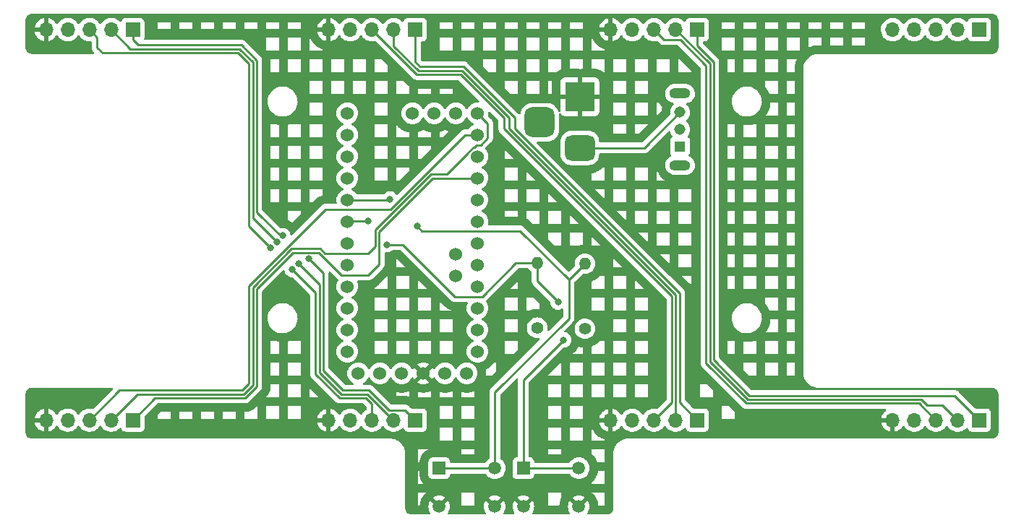
<source format=gtl>
%TF.GenerationSoftware,KiCad,Pcbnew,(5.99.0-11177-g6c67dfa032)*%
%TF.CreationDate,2021-07-15T10:53:02+10:00*%
%TF.ProjectId,4x8x8 LED Matrix Clock,34783878-3820-44c4-9544-204d61747269,rev?*%
%TF.SameCoordinates,Original*%
%TF.FileFunction,Copper,L1,Top*%
%TF.FilePolarity,Positive*%
%FSLAX46Y46*%
G04 Gerber Fmt 4.6, Leading zero omitted, Abs format (unit mm)*
G04 Created by KiCad (PCBNEW (5.99.0-11177-g6c67dfa032)) date 2021-07-15 10:53:02*
%MOMM*%
%LPD*%
G01*
G04 APERTURE LIST*
G04 Aperture macros list*
%AMRoundRect*
0 Rectangle with rounded corners*
0 $1 Rounding radius*
0 $2 $3 $4 $5 $6 $7 $8 $9 X,Y pos of 4 corners*
0 Add a 4 corners polygon primitive as box body*
4,1,4,$2,$3,$4,$5,$6,$7,$8,$9,$2,$3,0*
0 Add four circle primitives for the rounded corners*
1,1,$1+$1,$2,$3*
1,1,$1+$1,$4,$5*
1,1,$1+$1,$6,$7*
1,1,$1+$1,$8,$9*
0 Add four rect primitives between the rounded corners*
20,1,$1+$1,$2,$3,$4,$5,0*
20,1,$1+$1,$4,$5,$6,$7,0*
20,1,$1+$1,$6,$7,$8,$9,0*
20,1,$1+$1,$8,$9,$2,$3,0*%
G04 Aperture macros list end*
%TA.AperFunction,ComponentPad*%
%ADD10C,1.524000*%
%TD*%
%TA.AperFunction,ComponentPad*%
%ADD11R,1.308000X1.308000*%
%TD*%
%TA.AperFunction,ComponentPad*%
%ADD12C,1.308000*%
%TD*%
%TA.AperFunction,ComponentPad*%
%ADD13O,2.460000X1.230000*%
%TD*%
%TA.AperFunction,ComponentPad*%
%ADD14R,1.508000X1.508000*%
%TD*%
%TA.AperFunction,ComponentPad*%
%ADD15C,1.508000*%
%TD*%
%TA.AperFunction,ComponentPad*%
%ADD16C,1.400000*%
%TD*%
%TA.AperFunction,ComponentPad*%
%ADD17O,1.400000X1.400000*%
%TD*%
%TA.AperFunction,ComponentPad*%
%ADD18O,1.700000X1.700000*%
%TD*%
%TA.AperFunction,ComponentPad*%
%ADD19R,1.700000X1.700000*%
%TD*%
%TA.AperFunction,ComponentPad*%
%ADD20RoundRect,0.875000X0.875000X-0.875000X0.875000X0.875000X-0.875000X0.875000X-0.875000X-0.875000X0*%
%TD*%
%TA.AperFunction,ComponentPad*%
%ADD21RoundRect,0.750000X1.000000X-0.750000X1.000000X0.750000X-1.000000X0.750000X-1.000000X-0.750000X0*%
%TD*%
%TA.AperFunction,ComponentPad*%
%ADD22R,3.500000X3.500000*%
%TD*%
%TA.AperFunction,ViaPad*%
%ADD23C,0.800000*%
%TD*%
%TA.AperFunction,Conductor*%
%ADD24C,0.250000*%
%TD*%
G04 APERTURE END LIST*
D10*
%TO.P,U1,34,A5*%
%TO.N,unconnected-(U1-Pad34)*%
X126460000Y-81375000D03*
%TO.P,U1,33,A4*%
%TO.N,unconnected-(U1-Pad33)*%
X126460000Y-78835000D03*
%TO.P,U1,32,DTR*%
%TO.N,unconnected-(U1-Pad32)*%
X115030000Y-92805000D03*
%TO.P,U1,31,TXO*%
%TO.N,unconnected-(U1-Pad31)*%
X117570000Y-92805000D03*
%TO.P,U1,30,TXI*%
%TO.N,unconnected-(U1-Pad30)*%
X120110000Y-92805000D03*
%TO.P,U1,29,VCC*%
%TO.N,/Vcc*%
X122650000Y-92805000D03*
%TO.P,U1,28,GND*%
%TO.N,GND*%
X125190000Y-92805000D03*
%TO.P,U1,27,GND*%
X127730000Y-92805000D03*
%TO.P,U1,26,RAW*%
%TO.N,unconnected-(U1-Pad26)*%
X129000000Y-90265000D03*
%TO.P,U1,25,GND*%
%TO.N,GND*%
X129000000Y-87725000D03*
%TO.P,U1,24,RST*%
%TO.N,unconnected-(U1-Pad24)*%
X129000000Y-85185000D03*
%TO.P,U1,23,Vcc*%
%TO.N,unconnected-(U1-Pad23)*%
X129000000Y-82645000D03*
%TO.P,U1,22,A3*%
%TO.N,unconnected-(U1-Pad22)*%
X129000000Y-80105000D03*
%TO.P,U1,21,A2*%
%TO.N,unconnected-(U1-Pad21)*%
X129000000Y-77565000D03*
%TO.P,U1,20,A1*%
%TO.N,unconnected-(U1-Pad20)*%
X129000000Y-75025000D03*
%TO.P,U1,19,A0*%
%TO.N,unconnected-(U1-Pad19)*%
X129000000Y-72485000D03*
%TO.P,U1,18,13*%
%TO.N,/CS0*%
X129000000Y-69945000D03*
%TO.P,U1,17,12*%
%TO.N,unconnected-(U1-Pad17)*%
X129000000Y-67405000D03*
%TO.P,U1,16,11*%
%TO.N,/CLK0*%
X129000000Y-64865000D03*
%TO.P,U1,15,10*%
%TO.N,/DIN0*%
X129000000Y-62325000D03*
%TO.P,U1,14,A7*%
%TO.N,unconnected-(U1-Pad14)*%
X126460000Y-62325000D03*
%TO.P,U1,13,A6*%
%TO.N,unconnected-(U1-Pad13)*%
X123920000Y-62325000D03*
%TO.P,U1,12,GND*%
%TO.N,GND*%
X121380000Y-62325000D03*
%TO.P,U1,11,9*%
%TO.N,unconnected-(U1-Pad11)*%
X113760000Y-62325000D03*
%TO.P,U1,10,8*%
%TO.N,unconnected-(U1-Pad10)*%
X113760000Y-64865000D03*
%TO.P,U1,9,7*%
%TO.N,unconnected-(U1-Pad9)*%
X113760000Y-67405000D03*
%TO.P,U1,8,6*%
%TO.N,unconnected-(U1-Pad8)*%
X113760000Y-69945000D03*
%TO.P,U1,7,5*%
%TO.N,/TIMER_RESET*%
X113760000Y-72485000D03*
%TO.P,U1,6,4*%
%TO.N,/MODE_SELECT*%
X113760000Y-75025000D03*
%TO.P,U1,5,3*%
%TO.N,unconnected-(U1-Pad5)*%
X113760000Y-77565000D03*
%TO.P,U1,4,2*%
%TO.N,unconnected-(U1-Pad4)*%
X113760000Y-80105000D03*
%TO.P,U1,3,GND*%
%TO.N,GND*%
X113760000Y-82645000D03*
%TO.P,U1,2,RST*%
%TO.N,unconnected-(U1-Pad2)*%
X113760000Y-85185000D03*
%TO.P,U1,1,RXI*%
%TO.N,unconnected-(U1-Pad1)*%
X113760000Y-87725000D03*
%TO.P,U1,0,TXO*%
%TO.N,unconnected-(U1-Pad0)*%
X113760000Y-90265000D03*
%TD*%
D11*
%TO.P,S3,1*%
%TO.N,unconnected-(S3-Pad1)*%
X152704800Y-66211200D03*
D12*
%TO.P,S3,2*%
%TO.N,GND*%
X152704800Y-64211200D03*
%TO.P,S3,3*%
%TO.N,Net-(J2-Pad2)*%
X152704800Y-62211200D03*
D13*
%TO.P,S3,S1,SHIELD*%
%TO.N,unconnected-(S3-PadS1)*%
X152704800Y-68411200D03*
%TO.P,S3,S2,SHIELD*%
%TO.N,unconnected-(S3-PadS2)*%
X152704800Y-60011200D03*
%TD*%
D14*
%TO.P,S2,1*%
%TO.N,/MODE_SELECT*%
X134358000Y-103922000D03*
D15*
%TO.P,S2,2*%
X140858000Y-103922000D03*
%TO.P,S2,3*%
%TO.N,/Vcc*%
X134358000Y-108422000D03*
%TO.P,S2,4*%
X140858000Y-108422000D03*
%TD*%
D14*
%TO.P,S1,1*%
%TO.N,/TIMER_RESET*%
X124512000Y-103922000D03*
D15*
%TO.P,S1,2*%
X131012000Y-103922000D03*
%TO.P,S1,3*%
%TO.N,/Vcc*%
X124512000Y-108422000D03*
%TO.P,S1,4*%
X131012000Y-108422000D03*
%TD*%
D16*
%TO.P,R2,1*%
%TO.N,GND*%
X135991600Y-87477600D03*
D17*
%TO.P,R2,2*%
%TO.N,/MODE_SELECT*%
X135991600Y-79857600D03*
%TD*%
D16*
%TO.P,R1,1*%
%TO.N,GND*%
X141579600Y-87579200D03*
D17*
%TO.P,R1,2*%
%TO.N,/TIMER_RESET*%
X141579600Y-79959200D03*
%TD*%
D18*
%TO.P,J9,5,Pin_5*%
%TO.N,unconnected-(J9-Pad5)*%
X177596800Y-52527200D03*
%TO.P,J9,4,Pin_4*%
%TO.N,unconnected-(J9-Pad4)*%
X180136800Y-52527200D03*
%TO.P,J9,3,Pin_3*%
%TO.N,unconnected-(J9-Pad3)*%
X182676800Y-52527200D03*
%TO.P,J9,2,Pin_2*%
%TO.N,unconnected-(J9-Pad2)*%
X185216800Y-52527200D03*
D19*
%TO.P,J9,1,Pin_1*%
%TO.N,unconnected-(J9-Pad1)*%
X187756800Y-52527200D03*
%TD*%
D18*
%TO.P,J8,5,Pin_5*%
%TO.N,/Vcc*%
X177596800Y-98298000D03*
%TO.P,J8,4,Pin_4*%
%TO.N,GND*%
X180136800Y-98298000D03*
%TO.P,J8,3,Pin_3*%
%TO.N,/CLK3*%
X182676800Y-98298000D03*
%TO.P,J8,2,Pin_2*%
%TO.N,/DIN3*%
X185216800Y-98298000D03*
D19*
%TO.P,J8,1,Pin_1*%
%TO.N,/CS3*%
X187756800Y-98298000D03*
%TD*%
D18*
%TO.P,J7,5,Pin_5*%
%TO.N,/Vcc*%
X144576800Y-52527200D03*
%TO.P,J7,4,Pin_4*%
%TO.N,GND*%
X147116800Y-52527200D03*
%TO.P,J7,3,Pin_3*%
%TO.N,/CLK3*%
X149656800Y-52527200D03*
%TO.P,J7,2,Pin_2*%
%TO.N,/DIN3*%
X152196800Y-52527200D03*
D19*
%TO.P,J7,1,Pin_1*%
%TO.N,/CS3*%
X154736800Y-52527200D03*
%TD*%
%TO.P,J6,1,Pin_1*%
%TO.N,/CS2*%
X154736800Y-98298000D03*
D18*
%TO.P,J6,2,Pin_2*%
%TO.N,/DIN2*%
X152196800Y-98298000D03*
%TO.P,J6,3,Pin_3*%
%TO.N,/CLK2*%
X149656800Y-98298000D03*
%TO.P,J6,4,Pin_4*%
%TO.N,GND*%
X147116800Y-98298000D03*
%TO.P,J6,5,Pin_5*%
%TO.N,/Vcc*%
X144576800Y-98298000D03*
%TD*%
D19*
%TO.P,J5,1,Pin_1*%
%TO.N,/CS2*%
X121716800Y-52527200D03*
D18*
%TO.P,J5,2,Pin_2*%
%TO.N,/DIN2*%
X119176800Y-52527200D03*
%TO.P,J5,3,Pin_3*%
%TO.N,/CLK2*%
X116636800Y-52527200D03*
%TO.P,J5,4,Pin_4*%
%TO.N,GND*%
X114096800Y-52527200D03*
%TO.P,J5,5,Pin_5*%
%TO.N,/Vcc*%
X111556800Y-52527200D03*
%TD*%
D19*
%TO.P,J4,1,Pin_1*%
%TO.N,/CS1*%
X121716800Y-98298000D03*
D18*
%TO.P,J4,2,Pin_2*%
%TO.N,/DIN1*%
X119176800Y-98298000D03*
%TO.P,J4,3,Pin_3*%
%TO.N,/CLK1*%
X116636800Y-98298000D03*
%TO.P,J4,4,Pin_4*%
%TO.N,GND*%
X114096800Y-98298000D03*
%TO.P,J4,5,Pin_5*%
%TO.N,/Vcc*%
X111556800Y-98298000D03*
%TD*%
%TO.P,J3,5,Pin_5*%
%TO.N,/Vcc*%
X78486000Y-52527200D03*
%TO.P,J3,4,Pin_4*%
%TO.N,GND*%
X81026000Y-52527200D03*
%TO.P,J3,3,Pin_3*%
%TO.N,/CLK1*%
X83566000Y-52527200D03*
%TO.P,J3,2,Pin_2*%
%TO.N,/DIN1*%
X86106000Y-52527200D03*
D19*
%TO.P,J3,1,Pin_1*%
%TO.N,/CS1*%
X88646000Y-52527200D03*
%TD*%
D20*
%TO.P,J2,3*%
%TO.N,N/C*%
X136277700Y-63395600D03*
D21*
%TO.P,J2,2*%
%TO.N,Net-(J2-Pad2)*%
X140977700Y-66395600D03*
D22*
%TO.P,J2,1*%
%TO.N,/Vcc*%
X140977700Y-60395600D03*
%TD*%
D19*
%TO.P,J1,1,Pin_1*%
%TO.N,/CS0*%
X88646000Y-98298000D03*
D18*
%TO.P,J1,2,Pin_2*%
%TO.N,/DIN0*%
X86106000Y-98298000D03*
%TO.P,J1,3,Pin_3*%
%TO.N,/CLK0*%
X83566000Y-98298000D03*
%TO.P,J1,4,Pin_4*%
%TO.N,GND*%
X81026000Y-98298000D03*
%TO.P,J1,5,Pin_5*%
%TO.N,/Vcc*%
X78486000Y-98298000D03*
%TD*%
D23*
%TO.N,/MODE_SELECT*%
X116205000Y-74930000D03*
X118364000Y-77724000D03*
X138430000Y-84455000D03*
X139065000Y-88900000D03*
%TO.N,/TIMER_RESET*%
X118745000Y-72390000D03*
X121920000Y-75565000D03*
%TO.N,/CS1*%
X109220000Y-79376011D03*
X106188510Y-76691490D03*
%TO.N,/DIN1*%
X105481755Y-77398245D03*
X108021755Y-79938245D03*
%TO.N,/CLK1*%
X107315000Y-80645000D03*
X104775000Y-78105000D03*
%TD*%
D24*
%TO.N,/MODE_SELECT*%
X129540000Y-83820000D02*
X133502400Y-79857600D01*
X118364000Y-77724000D02*
X120269000Y-77724000D01*
X120269000Y-77724000D02*
X126365000Y-83820000D01*
X126365000Y-83820000D02*
X129540000Y-83820000D01*
X133502400Y-79857600D02*
X135991600Y-79857600D01*
%TO.N,Net-(J2-Pad2)*%
X152704800Y-62211200D02*
X148520400Y-66395600D01*
X148520400Y-66395600D02*
X140977700Y-66395600D01*
%TO.N,/MODE_SELECT*%
X116205000Y-74930000D02*
X113855000Y-74930000D01*
X113855000Y-74930000D02*
X113760000Y-75025000D01*
%TO.N,/DIN0*%
X110587709Y-78201991D02*
X111125718Y-78740000D01*
X89154000Y-95250000D02*
X101600717Y-95250000D01*
X101600717Y-95250000D02*
X102684520Y-94166197D01*
X130175000Y-65226560D02*
X130175000Y-63500000D01*
X102684520Y-82736198D02*
X107218727Y-78201991D01*
X107218727Y-78201991D02*
X110587709Y-78201991D01*
X111125718Y-78740000D02*
X116205000Y-78740000D01*
X86106000Y-98298000D02*
X89154000Y-95250000D01*
X102684520Y-94166197D02*
X102684520Y-82736198D01*
X116205000Y-78740000D02*
X117026198Y-77918802D01*
X117026198Y-77918802D02*
X117026198Y-76014521D01*
X117026198Y-76014521D02*
X123545239Y-69495480D01*
X123545239Y-69495480D02*
X125449520Y-69495480D01*
X125449520Y-69495480D02*
X127913489Y-67031511D01*
X127913489Y-67031511D02*
X127913489Y-66954951D01*
X127913489Y-66954951D02*
X128549951Y-66318489D01*
X128905000Y-66040000D02*
X129361560Y-66040000D01*
X128549951Y-66318489D02*
X128626511Y-66318489D01*
X129361560Y-66040000D02*
X130175000Y-65226560D01*
X128626511Y-66318489D02*
X128905000Y-66040000D01*
X130175000Y-63500000D02*
X129000000Y-62325000D01*
%TO.N,/CS0*%
X117475718Y-76200718D02*
X123731436Y-69945000D01*
X103134040Y-82922396D02*
X107404925Y-78651511D01*
X117475718Y-80009282D02*
X117475718Y-76200718D01*
X91244480Y-95699520D02*
X101786915Y-95699520D01*
X88646000Y-98298000D02*
X91244480Y-95699520D01*
X113030000Y-81280000D02*
X116205000Y-81280000D01*
X103134040Y-94352394D02*
X103134040Y-82922396D01*
X110401511Y-78651511D02*
X113030000Y-81280000D01*
X101786915Y-95699520D02*
X103134040Y-94352394D01*
X107404925Y-78651511D02*
X110401511Y-78651511D01*
X116205000Y-81280000D02*
X117475718Y-80009282D01*
%TO.N,/MODE_SELECT*%
X138430000Y-84455000D02*
X135991600Y-82016600D01*
X135991600Y-82016600D02*
X135991600Y-79857600D01*
X134358000Y-93607000D02*
X139065000Y-88900000D01*
X134358000Y-103922000D02*
X134358000Y-93607000D01*
%TO.N,/TIMER_RESET*%
X131012000Y-103922000D02*
X131012000Y-95048000D01*
X131012000Y-95048000D02*
X139700000Y-86360000D01*
X139700000Y-86360000D02*
X139700000Y-81838800D01*
%TO.N,/MODE_SELECT*%
X134358000Y-103922000D02*
X140858000Y-103922000D01*
%TO.N,/TIMER_RESET*%
X139700000Y-81838800D02*
X133972711Y-76111511D01*
X133972711Y-76111511D02*
X122466511Y-76111511D01*
X122466511Y-76111511D02*
X121920000Y-75565000D01*
X118745000Y-72390000D02*
X118650000Y-72485000D01*
X118650000Y-72485000D02*
X113760000Y-72485000D01*
X139700000Y-81838800D02*
X141579600Y-79959200D01*
X131012000Y-103922000D02*
X124512000Y-103922000D01*
%TO.N,/CLK3*%
X155760480Y-56726598D02*
X155760480Y-91625480D01*
X150831311Y-53701711D02*
X152735593Y-53701711D01*
X155760480Y-91625480D02*
X160469162Y-96334161D01*
X149656800Y-52527200D02*
X150831311Y-53701711D01*
X160469162Y-96334161D02*
X180712961Y-96334161D01*
X152735593Y-53701711D02*
X155760480Y-56726598D01*
X180712961Y-96334161D02*
X182676800Y-98298000D01*
%TO.N,/CS3*%
X154736800Y-52527200D02*
X154736800Y-54406800D01*
X160841557Y-95435121D02*
X184893921Y-95435121D01*
X156659520Y-56329520D02*
X156659520Y-91253084D01*
X156659520Y-91253084D02*
X160841557Y-95435121D01*
X154736800Y-54406800D02*
X156659520Y-56329520D01*
X184893921Y-95435121D02*
X187756800Y-98298000D01*
%TO.N,/DIN3*%
X152196800Y-52527200D02*
X156210000Y-56540400D01*
X156210000Y-91439282D02*
X160655359Y-95884641D01*
X156210000Y-56540400D02*
X156210000Y-91439282D01*
X180975358Y-95884641D02*
X181610000Y-96519283D01*
X160655359Y-95884641D02*
X180975358Y-95884641D01*
X181610000Y-96519283D02*
X181610000Y-96520000D01*
X181610000Y-96520000D02*
X183438800Y-96520000D01*
X183438800Y-96520000D02*
X185216800Y-98298000D01*
%TO.N,/CLK2*%
X116636800Y-52527200D02*
X121894600Y-57785000D01*
X132080000Y-62865000D02*
X132080000Y-64135000D01*
X121894600Y-57785000D02*
X127000000Y-57785000D01*
X127000000Y-57785000D02*
X132080000Y-62865000D01*
X132080000Y-64135000D02*
X151747280Y-83802280D01*
X151747280Y-83802280D02*
X151747280Y-96207520D01*
X151747280Y-96207520D02*
X149656800Y-98298000D01*
%TO.N,/DIN2*%
X119176800Y-54431482D02*
X122080798Y-57335480D01*
X132715000Y-62864282D02*
X132715000Y-64134283D01*
X119176800Y-52527200D02*
X119176800Y-54431482D01*
X122080798Y-57335480D02*
X127186198Y-57335480D01*
X127186198Y-57335480D02*
X132715000Y-62864282D01*
X132715000Y-64134283D02*
X152196800Y-83616083D01*
X152196800Y-83616083D02*
X152196800Y-98298000D01*
%TO.N,/CS2*%
X121716800Y-52527200D02*
X121716800Y-56335764D01*
X122266996Y-56885960D02*
X127372396Y-56885960D01*
X127372396Y-56885960D02*
X133350000Y-62863564D01*
X121716800Y-56335764D02*
X122266996Y-56885960D01*
X133350000Y-62863564D02*
X133350000Y-64133566D01*
X133350000Y-64133566D02*
X152646320Y-83429886D01*
X152646320Y-83429886D02*
X152646320Y-96207520D01*
X152646320Y-96207520D02*
X154736800Y-98298000D01*
%TO.N,/CLK0*%
X83566000Y-98298000D02*
X87063520Y-94800480D01*
X87063520Y-94800480D02*
X101414520Y-94800480D01*
X101414520Y-94800480D02*
X102235000Y-93980000D01*
X102235000Y-93980000D02*
X102235000Y-82550000D01*
X102235000Y-82550000D02*
X111213489Y-73571511D01*
X111213489Y-73571511D02*
X118833489Y-73571511D01*
X118833489Y-73571511D02*
X127540000Y-64865000D01*
X127540000Y-64865000D02*
X129000000Y-64865000D01*
%TO.N,/CS0*%
X123731436Y-69945000D02*
X129000000Y-69945000D01*
%TO.N,/CS1*%
X113216557Y-94800121D02*
X116314639Y-94800121D01*
X110939520Y-81095531D02*
X110939520Y-92523084D01*
X109220000Y-79376011D02*
X110939520Y-81095531D01*
X110939520Y-92523084D02*
X113216557Y-94800121D01*
X116314639Y-94800121D02*
X118638007Y-97123489D01*
X118638007Y-97123489D02*
X120542289Y-97123489D01*
X120542289Y-97123489D02*
X121716800Y-98298000D01*
%TO.N,/CLK1*%
X107315000Y-80645000D02*
X110040480Y-83370480D01*
X110040480Y-83370480D02*
X110040480Y-92895480D01*
X110040480Y-92895480D02*
X112844162Y-95699161D01*
X112844162Y-95699161D02*
X115942243Y-95699161D01*
X115942243Y-95699161D02*
X116636800Y-96393718D01*
X116636800Y-96393718D02*
X116636800Y-98298000D01*
%TO.N,/DIN1*%
X108021755Y-79938245D02*
X110490000Y-82406490D01*
X110490000Y-82406490D02*
X110490000Y-92709282D01*
X110490000Y-92709282D02*
X113030359Y-95249641D01*
X113030359Y-95249641D02*
X116128441Y-95249641D01*
X116128441Y-95249641D02*
X119176800Y-98298000D01*
%TO.N,/CS1*%
X103505000Y-74295000D02*
X105901490Y-76691490D01*
X103134040Y-57150000D02*
X103134040Y-68580000D01*
X88646000Y-52527200D02*
X88646000Y-53721000D01*
X88646000Y-53721000D02*
X89270960Y-54345960D01*
X103134040Y-56142605D02*
X103134040Y-57150000D01*
X101337395Y-54345960D02*
X103134040Y-56142605D01*
X103134040Y-68580000D02*
X103134040Y-73924040D01*
X89535000Y-54345960D02*
X101337395Y-54345960D01*
X89270960Y-54345960D02*
X89535000Y-54345960D01*
X105901490Y-76691490D02*
X106188510Y-76691490D01*
X103134040Y-73924040D02*
X103505000Y-74295000D01*
%TO.N,/DIN1*%
X86106000Y-52527200D02*
X88374280Y-54795480D01*
X88374280Y-54795480D02*
X101151197Y-54795480D01*
X101151197Y-54795480D02*
X102684520Y-56328803D01*
X102684520Y-56328803D02*
X102684520Y-74601010D01*
X102684520Y-74601010D02*
X105481755Y-77398245D01*
%TO.N,/CLK1*%
X85090000Y-55245000D02*
X95885000Y-55245000D01*
X84455000Y-54610000D02*
X85090000Y-55245000D01*
X83566000Y-52527200D02*
X84455000Y-53416200D01*
X102235000Y-56515000D02*
X102235000Y-72390000D01*
X101600000Y-55880000D02*
X102235000Y-56515000D01*
X100965000Y-55245000D02*
X101600000Y-55880000D01*
X102235000Y-72390000D02*
X102235000Y-75565000D01*
X95885000Y-55245000D02*
X100965000Y-55245000D01*
X102235000Y-75565000D02*
X104775000Y-78105000D01*
X84455000Y-53416200D02*
X84455000Y-54610000D01*
%TD*%
%TA.AperFunction,Conductor*%
%TO.N,/Vcc*%
G36*
X189200057Y-50674500D02*
G01*
X189214859Y-50676805D01*
X189214861Y-50676805D01*
X189223730Y-50678186D01*
X189230001Y-50677366D01*
X189230001Y-50678000D01*
X189236109Y-50677984D01*
X189236112Y-50677984D01*
X189279505Y-50677868D01*
X189299552Y-50679419D01*
X189337971Y-50685504D01*
X189397514Y-50694935D01*
X189416733Y-50699549D01*
X189463975Y-50714899D01*
X189511214Y-50730248D01*
X189529481Y-50737814D01*
X189556771Y-50751719D01*
X189618006Y-50782920D01*
X189634861Y-50793249D01*
X189715238Y-50851646D01*
X189730272Y-50864487D01*
X189800513Y-50934728D01*
X189813354Y-50949762D01*
X189871751Y-51030139D01*
X189882082Y-51046997D01*
X189927186Y-51135519D01*
X189934752Y-51153786D01*
X189940051Y-51170094D01*
X189964460Y-51245216D01*
X189965450Y-51248264D01*
X189970065Y-51267486D01*
X189972382Y-51282112D01*
X189985581Y-51365447D01*
X189987132Y-51385495D01*
X189987106Y-51395422D01*
X189987020Y-51427405D01*
X189986814Y-51428730D01*
X189987013Y-51430249D01*
X189987000Y-51434999D01*
X189987346Y-51434999D01*
X189987351Y-51435035D01*
X189987626Y-51434999D01*
X189987634Y-51434999D01*
X189990936Y-51460249D01*
X189992000Y-51476587D01*
X189992000Y-54560672D01*
X189990500Y-54580057D01*
X189988719Y-54591498D01*
X189986814Y-54603730D01*
X189987634Y-54610001D01*
X189987000Y-54610001D01*
X189987016Y-54616109D01*
X189987016Y-54616112D01*
X189987132Y-54659505D01*
X189985581Y-54679552D01*
X189971448Y-54768788D01*
X189970066Y-54777511D01*
X189965451Y-54796733D01*
X189961172Y-54809901D01*
X189934752Y-54891214D01*
X189927186Y-54909481D01*
X189904825Y-54953367D01*
X189882996Y-54996210D01*
X189882082Y-54998003D01*
X189871751Y-55014861D01*
X189813354Y-55095238D01*
X189800513Y-55110272D01*
X189730272Y-55180513D01*
X189715238Y-55193354D01*
X189634861Y-55251751D01*
X189618006Y-55262080D01*
X189575097Y-55283943D01*
X189529481Y-55307186D01*
X189511214Y-55314752D01*
X189463975Y-55330101D01*
X189416733Y-55345451D01*
X189397514Y-55350065D01*
X189299553Y-55365581D01*
X189279505Y-55367132D01*
X189241465Y-55367030D01*
X189241463Y-55367030D01*
X189237595Y-55367020D01*
X189236270Y-55366814D01*
X189234751Y-55367013D01*
X189230001Y-55367000D01*
X189230001Y-55367346D01*
X189229965Y-55367351D01*
X189230001Y-55367626D01*
X189230001Y-55367634D01*
X189204748Y-55370936D01*
X189188413Y-55372000D01*
X168963207Y-55372000D01*
X168942303Y-55370254D01*
X168939137Y-55369721D01*
X168922539Y-55366929D01*
X168916211Y-55366852D01*
X168914859Y-55366835D01*
X168914855Y-55366835D01*
X168910000Y-55366776D01*
X168910008Y-55366102D01*
X168908131Y-55365681D01*
X168908160Y-55367039D01*
X168774191Y-55369912D01*
X168774188Y-55369912D01*
X168769912Y-55370004D01*
X168765689Y-55370673D01*
X168765687Y-55370673D01*
X168634954Y-55391379D01*
X168493184Y-55413833D01*
X168488478Y-55415362D01*
X168488474Y-55415363D01*
X168248293Y-55493403D01*
X168226719Y-55500413D01*
X168222312Y-55502659D01*
X168222306Y-55502661D01*
X168004792Y-55613490D01*
X167977078Y-55627611D01*
X167973068Y-55630524D01*
X167973067Y-55630525D01*
X167754417Y-55789383D01*
X167754411Y-55789388D01*
X167750410Y-55792295D01*
X167552295Y-55990410D01*
X167549388Y-55994411D01*
X167549383Y-55994417D01*
X167392622Y-56210181D01*
X167387611Y-56217078D01*
X167385361Y-56221494D01*
X167262661Y-56462306D01*
X167262659Y-56462312D01*
X167260413Y-56466719D01*
X167173833Y-56733184D01*
X167130004Y-57009912D01*
X167129912Y-57014186D01*
X167129912Y-57014190D01*
X167129333Y-57041192D01*
X167127453Y-57128920D01*
X167127350Y-57133719D01*
X167127247Y-57135574D01*
X167126929Y-57137461D01*
X167126870Y-57142337D01*
X167126869Y-57142342D01*
X167126835Y-57145141D01*
X167126776Y-57150000D01*
X167127466Y-57154815D01*
X167130727Y-57177588D01*
X167132000Y-57195451D01*
X167132000Y-92656793D01*
X167130254Y-92677697D01*
X167126929Y-92697461D01*
X167126776Y-92710000D01*
X167126102Y-92709992D01*
X167125681Y-92711869D01*
X167127039Y-92711840D01*
X167129273Y-92815981D01*
X167130004Y-92850088D01*
X167130673Y-92854311D01*
X167130673Y-92854313D01*
X167138281Y-92902346D01*
X167173833Y-93126816D01*
X167175362Y-93131522D01*
X167175363Y-93131526D01*
X167240513Y-93332035D01*
X167260413Y-93393281D01*
X167262659Y-93397688D01*
X167262661Y-93397694D01*
X167332925Y-93535594D01*
X167387611Y-93642922D01*
X167390524Y-93646932D01*
X167390525Y-93646933D01*
X167549383Y-93865583D01*
X167549388Y-93865589D01*
X167552295Y-93869590D01*
X167750410Y-94067705D01*
X167754411Y-94070612D01*
X167754417Y-94070617D01*
X167941388Y-94206459D01*
X167977078Y-94232389D01*
X167981495Y-94234639D01*
X167981494Y-94234639D01*
X168222306Y-94357339D01*
X168222312Y-94357341D01*
X168226719Y-94359587D01*
X168231431Y-94361118D01*
X168488474Y-94444637D01*
X168488478Y-94444638D01*
X168493184Y-94446167D01*
X168750106Y-94486859D01*
X168764028Y-94489064D01*
X168769912Y-94489996D01*
X168774186Y-94490088D01*
X168774190Y-94490088D01*
X168823053Y-94491135D01*
X168893731Y-94492651D01*
X168895574Y-94492753D01*
X168897461Y-94493071D01*
X168902337Y-94493130D01*
X168902342Y-94493131D01*
X168905141Y-94493165D01*
X168905145Y-94493165D01*
X168910000Y-94493224D01*
X168937588Y-94489273D01*
X168955451Y-94488000D01*
X189180672Y-94488000D01*
X189200057Y-94489500D01*
X189214859Y-94491805D01*
X189214861Y-94491805D01*
X189223730Y-94493186D01*
X189230001Y-94492366D01*
X189230001Y-94493000D01*
X189236109Y-94492984D01*
X189236112Y-94492984D01*
X189279505Y-94492868D01*
X189299552Y-94494419D01*
X189337971Y-94500504D01*
X189397514Y-94509935D01*
X189416733Y-94514549D01*
X189441828Y-94522703D01*
X189511214Y-94545248D01*
X189529481Y-94552814D01*
X189547125Y-94561804D01*
X189618006Y-94597920D01*
X189634861Y-94608249D01*
X189715238Y-94666646D01*
X189730272Y-94679487D01*
X189800513Y-94749728D01*
X189813354Y-94764762D01*
X189871751Y-94845139D01*
X189882080Y-94861994D01*
X189885130Y-94867980D01*
X189927186Y-94950519D01*
X189934752Y-94968786D01*
X189941142Y-94988452D01*
X189964989Y-95061844D01*
X189965450Y-95063264D01*
X189970065Y-95082486D01*
X189971850Y-95093754D01*
X189985581Y-95180447D01*
X189987132Y-95200495D01*
X189987116Y-95206678D01*
X189987020Y-95242405D01*
X189986814Y-95243730D01*
X189987013Y-95245249D01*
X189987000Y-95249999D01*
X189987346Y-95249999D01*
X189987351Y-95250035D01*
X189987626Y-95249999D01*
X189987634Y-95249999D01*
X189990936Y-95275249D01*
X189992000Y-95291587D01*
X189992000Y-99645672D01*
X189990500Y-99665056D01*
X189986814Y-99688730D01*
X189987634Y-99695001D01*
X189987000Y-99695001D01*
X189987016Y-99701109D01*
X189987016Y-99701112D01*
X189987132Y-99744505D01*
X189985581Y-99764552D01*
X189970066Y-99862511D01*
X189965450Y-99881736D01*
X189934752Y-99976214D01*
X189927186Y-99994481D01*
X189882082Y-100083003D01*
X189871751Y-100099861D01*
X189813354Y-100180238D01*
X189800513Y-100195272D01*
X189730272Y-100265513D01*
X189715238Y-100278354D01*
X189634861Y-100336751D01*
X189618006Y-100347080D01*
X189575097Y-100368943D01*
X189529481Y-100392186D01*
X189511214Y-100399752D01*
X189503160Y-100402369D01*
X189416733Y-100430451D01*
X189397514Y-100435065D01*
X189318652Y-100447556D01*
X189299553Y-100450581D01*
X189279505Y-100452132D01*
X189241465Y-100452030D01*
X189241463Y-100452030D01*
X189237595Y-100452020D01*
X189236270Y-100451814D01*
X189234751Y-100452013D01*
X189230001Y-100452000D01*
X189230001Y-100452346D01*
X189229965Y-100452351D01*
X189230001Y-100452626D01*
X189230001Y-100452634D01*
X189204748Y-100455936D01*
X189188413Y-100457000D01*
X146738207Y-100457000D01*
X146717303Y-100455254D01*
X146714137Y-100454721D01*
X146697539Y-100451929D01*
X146691211Y-100451852D01*
X146689859Y-100451835D01*
X146689855Y-100451835D01*
X146685000Y-100451776D01*
X146685008Y-100451102D01*
X146683131Y-100450681D01*
X146683160Y-100452039D01*
X146549191Y-100454912D01*
X146549188Y-100454912D01*
X146544912Y-100455004D01*
X146540689Y-100455673D01*
X146540687Y-100455673D01*
X146409954Y-100476379D01*
X146268184Y-100498833D01*
X146263478Y-100500362D01*
X146263474Y-100500363D01*
X146040633Y-100572769D01*
X146001719Y-100585413D01*
X145997312Y-100587659D01*
X145997306Y-100587661D01*
X145779792Y-100698490D01*
X145752078Y-100712611D01*
X145748068Y-100715524D01*
X145748067Y-100715525D01*
X145529417Y-100874383D01*
X145529411Y-100874388D01*
X145525410Y-100877295D01*
X145327295Y-101075410D01*
X145324388Y-101079411D01*
X145324383Y-101079417D01*
X145224141Y-101217389D01*
X145162611Y-101302078D01*
X145160361Y-101306494D01*
X145037661Y-101547306D01*
X145037659Y-101547312D01*
X145035413Y-101551719D01*
X145033882Y-101556431D01*
X144957609Y-101791175D01*
X144948833Y-101818184D01*
X144905004Y-102094912D01*
X144904912Y-102099186D01*
X144904912Y-102099190D01*
X144902350Y-102218719D01*
X144902247Y-102220574D01*
X144901929Y-102222461D01*
X144901870Y-102227337D01*
X144901869Y-102227342D01*
X144901835Y-102230141D01*
X144901776Y-102235000D01*
X144902466Y-102239815D01*
X144905727Y-102262588D01*
X144907000Y-102280451D01*
X144907000Y-108535672D01*
X144905500Y-108555056D01*
X144901814Y-108578730D01*
X144902634Y-108585001D01*
X144902000Y-108585001D01*
X144902016Y-108591109D01*
X144902016Y-108591112D01*
X144902132Y-108634505D01*
X144900581Y-108654552D01*
X144889243Y-108726141D01*
X144885066Y-108752511D01*
X144880450Y-108771736D01*
X144849752Y-108866214D01*
X144842186Y-108884481D01*
X144797082Y-108973003D01*
X144786751Y-108989861D01*
X144728354Y-109070238D01*
X144715513Y-109085272D01*
X144645272Y-109155513D01*
X144630238Y-109168354D01*
X144549861Y-109226751D01*
X144533006Y-109237080D01*
X144490097Y-109258943D01*
X144444481Y-109282186D01*
X144426214Y-109289752D01*
X144378975Y-109305101D01*
X144331733Y-109320451D01*
X144312514Y-109325065D01*
X144214553Y-109340581D01*
X144194505Y-109342132D01*
X144156465Y-109342030D01*
X144156463Y-109342030D01*
X144152595Y-109342020D01*
X144151270Y-109341814D01*
X144149751Y-109342013D01*
X144145001Y-109342000D01*
X144145001Y-109342346D01*
X144144965Y-109342351D01*
X144145001Y-109342626D01*
X144145001Y-109342634D01*
X144119748Y-109345936D01*
X144103413Y-109347000D01*
X141992969Y-109347000D01*
X141924848Y-109326998D01*
X141878355Y-109273342D01*
X141868251Y-109203068D01*
X141889756Y-109148730D01*
X141951944Y-109059915D01*
X141957422Y-109050429D01*
X142046099Y-108860260D01*
X142049845Y-108849968D01*
X142104151Y-108647296D01*
X142106054Y-108636501D01*
X142124342Y-108427475D01*
X142124342Y-108416525D01*
X142106054Y-108207499D01*
X142104151Y-108196704D01*
X142049845Y-107994032D01*
X142046099Y-107983740D01*
X141957423Y-107793575D01*
X141951945Y-107784085D01*
X141922461Y-107741978D01*
X141911985Y-107733604D01*
X141898537Y-107740673D01*
X140947095Y-108692115D01*
X140884783Y-108726141D01*
X140813968Y-108721076D01*
X140768905Y-108692115D01*
X139816741Y-107739951D01*
X139804967Y-107733521D01*
X139792951Y-107742817D01*
X139764055Y-107784085D01*
X139758577Y-107793575D01*
X139669901Y-107983740D01*
X139666155Y-107994032D01*
X139611849Y-108196704D01*
X139609946Y-108207499D01*
X139591658Y-108416525D01*
X139591658Y-108427475D01*
X139609946Y-108636501D01*
X139611849Y-108647296D01*
X139666155Y-108849968D01*
X139669901Y-108860260D01*
X139758578Y-109050429D01*
X139764056Y-109059915D01*
X139826244Y-109148730D01*
X139848932Y-109216004D01*
X139831647Y-109284864D01*
X139779877Y-109333448D01*
X139723031Y-109347000D01*
X135492969Y-109347000D01*
X135424848Y-109326998D01*
X135378355Y-109273342D01*
X135368251Y-109203068D01*
X135389756Y-109148730D01*
X135451944Y-109059915D01*
X135457422Y-109050429D01*
X135546099Y-108860260D01*
X135549845Y-108849968D01*
X135604151Y-108647296D01*
X135606054Y-108636501D01*
X135624342Y-108427475D01*
X135624342Y-108416525D01*
X135606054Y-108207499D01*
X135604151Y-108196704D01*
X135549845Y-107994032D01*
X135546099Y-107983740D01*
X135457423Y-107793575D01*
X135451945Y-107784085D01*
X135422461Y-107741978D01*
X135411985Y-107733604D01*
X135398537Y-107740673D01*
X134447095Y-108692115D01*
X134384783Y-108726141D01*
X134313968Y-108721076D01*
X134268905Y-108692115D01*
X133316741Y-107739951D01*
X133304967Y-107733521D01*
X133292951Y-107742817D01*
X133264055Y-107784085D01*
X133258577Y-107793575D01*
X133169901Y-107983740D01*
X133166155Y-107994032D01*
X133111849Y-108196704D01*
X133109946Y-108207499D01*
X133091658Y-108416525D01*
X133091658Y-108427475D01*
X133109946Y-108636501D01*
X133111849Y-108647296D01*
X133166155Y-108849968D01*
X133169901Y-108860260D01*
X133258578Y-109050429D01*
X133264056Y-109059915D01*
X133326244Y-109148730D01*
X133348932Y-109216004D01*
X133331647Y-109284864D01*
X133279877Y-109333448D01*
X133223031Y-109347000D01*
X132146969Y-109347000D01*
X132078848Y-109326998D01*
X132032355Y-109273342D01*
X132022251Y-109203068D01*
X132043756Y-109148730D01*
X132105944Y-109059915D01*
X132111422Y-109050429D01*
X132200099Y-108860260D01*
X132203845Y-108849968D01*
X132258151Y-108647296D01*
X132260054Y-108636501D01*
X132278342Y-108427475D01*
X132278342Y-108416525D01*
X132260054Y-108207499D01*
X132258151Y-108196704D01*
X132203845Y-107994032D01*
X132200099Y-107983740D01*
X132111423Y-107793575D01*
X132105945Y-107784085D01*
X132076461Y-107741978D01*
X132065985Y-107733604D01*
X132052537Y-107740673D01*
X131101095Y-108692115D01*
X131038783Y-108726141D01*
X130967968Y-108721076D01*
X130922905Y-108692115D01*
X129970741Y-107739951D01*
X129958967Y-107733521D01*
X129946951Y-107742817D01*
X129918055Y-107784085D01*
X129912577Y-107793575D01*
X129823901Y-107983740D01*
X129820155Y-107994032D01*
X129765849Y-108196704D01*
X129763946Y-108207499D01*
X129745658Y-108416525D01*
X129745658Y-108427475D01*
X129763946Y-108636501D01*
X129765849Y-108647296D01*
X129820155Y-108849968D01*
X129823901Y-108860260D01*
X129912578Y-109050429D01*
X129918056Y-109059915D01*
X129980244Y-109148730D01*
X130002932Y-109216004D01*
X129985647Y-109284864D01*
X129933877Y-109333448D01*
X129877031Y-109347000D01*
X125646969Y-109347000D01*
X125578848Y-109326998D01*
X125532355Y-109273342D01*
X125522251Y-109203068D01*
X125543756Y-109148730D01*
X125605944Y-109059915D01*
X125611422Y-109050429D01*
X125700099Y-108860260D01*
X125703845Y-108849968D01*
X125758151Y-108647296D01*
X125760054Y-108636501D01*
X125778342Y-108427475D01*
X125778342Y-108416525D01*
X125760054Y-108207499D01*
X125758151Y-108196704D01*
X125703845Y-107994032D01*
X125700099Y-107983740D01*
X125611423Y-107793575D01*
X125605945Y-107784085D01*
X125576461Y-107741978D01*
X125565985Y-107733604D01*
X125552537Y-107740673D01*
X124601095Y-108692115D01*
X124538783Y-108726141D01*
X124467968Y-108721076D01*
X124422905Y-108692115D01*
X123470741Y-107739951D01*
X123458967Y-107733521D01*
X123446951Y-107742817D01*
X123418055Y-107784085D01*
X123412577Y-107793575D01*
X123323901Y-107983740D01*
X123320155Y-107994032D01*
X123265849Y-108196704D01*
X123263946Y-108207499D01*
X123245658Y-108416525D01*
X123245658Y-108427475D01*
X123263946Y-108636501D01*
X123265849Y-108647296D01*
X123320155Y-108849968D01*
X123323901Y-108860260D01*
X123412578Y-109050429D01*
X123418056Y-109059915D01*
X123480244Y-109148730D01*
X123502932Y-109216004D01*
X123485647Y-109284864D01*
X123433877Y-109333448D01*
X123377031Y-109347000D01*
X121334328Y-109347000D01*
X121314943Y-109345500D01*
X121300141Y-109343195D01*
X121300139Y-109343195D01*
X121291270Y-109341814D01*
X121284999Y-109342634D01*
X121284999Y-109342000D01*
X121278891Y-109342016D01*
X121278888Y-109342016D01*
X121235495Y-109342132D01*
X121215448Y-109340581D01*
X121177029Y-109334496D01*
X121117486Y-109325065D01*
X121098267Y-109320451D01*
X121051025Y-109305101D01*
X121003786Y-109289752D01*
X120985519Y-109282186D01*
X120939903Y-109258943D01*
X120896994Y-109237080D01*
X120880139Y-109226751D01*
X120799762Y-109168354D01*
X120784728Y-109155513D01*
X120714487Y-109085272D01*
X120701646Y-109070238D01*
X120643249Y-108989861D01*
X120632918Y-108973003D01*
X120587814Y-108884481D01*
X120580248Y-108866214D01*
X120549550Y-108771736D01*
X120544934Y-108752511D01*
X120540758Y-108726141D01*
X120529419Y-108654552D01*
X120527868Y-108634505D01*
X120527970Y-108596465D01*
X120527970Y-108596463D01*
X120527980Y-108592595D01*
X120528186Y-108591270D01*
X120527987Y-108589751D01*
X120528000Y-108585001D01*
X120527654Y-108585001D01*
X120527649Y-108584965D01*
X120527374Y-108585001D01*
X120527366Y-108585001D01*
X120524064Y-108559751D01*
X120523000Y-108543413D01*
X120523000Y-106805000D01*
X122045000Y-106805000D01*
X122045000Y-108331000D01*
X122235266Y-108331000D01*
X122254283Y-108113642D01*
X122254882Y-108108177D01*
X122263560Y-108042263D01*
X122264396Y-108036829D01*
X122268210Y-108015200D01*
X122269283Y-108009809D01*
X122283670Y-107944915D01*
X122284976Y-107939576D01*
X122342129Y-107726279D01*
X122343667Y-107721002D01*
X122363656Y-107657603D01*
X122365424Y-107652396D01*
X122372936Y-107631757D01*
X122374928Y-107626634D01*
X122400367Y-107565219D01*
X122402581Y-107560187D01*
X122492192Y-107368015D01*
X123823604Y-107368015D01*
X123830673Y-107381463D01*
X124499188Y-108049978D01*
X124513132Y-108057592D01*
X124514965Y-108057461D01*
X124521580Y-108053210D01*
X125194049Y-107380741D01*
X125200479Y-107368966D01*
X125191183Y-107356951D01*
X125149919Y-107328058D01*
X125140424Y-107322575D01*
X124950260Y-107233901D01*
X124939968Y-107230155D01*
X124737296Y-107175849D01*
X124726501Y-107173946D01*
X124517475Y-107155658D01*
X124506525Y-107155658D01*
X124297499Y-107173946D01*
X124286704Y-107175849D01*
X124084032Y-107230155D01*
X124073740Y-107233901D01*
X123883575Y-107322577D01*
X123874085Y-107328055D01*
X123831978Y-107357539D01*
X123823604Y-107368015D01*
X122492192Y-107368015D01*
X122495904Y-107360055D01*
X122498336Y-107355124D01*
X122529029Y-107296164D01*
X122531672Y-107291346D01*
X122542653Y-107272326D01*
X122545505Y-107267626D01*
X122581223Y-107211559D01*
X122584277Y-107206988D01*
X122627305Y-107145537D01*
X122639328Y-107130857D01*
X122797254Y-106965228D01*
X122811345Y-106952520D01*
X122870527Y-106906734D01*
X122880561Y-106899724D01*
X122960939Y-106849188D01*
X122983830Y-106805000D01*
X127125000Y-106805000D01*
X127125000Y-108331000D01*
X128651000Y-108331000D01*
X128651000Y-107368015D01*
X130323604Y-107368015D01*
X130330673Y-107381463D01*
X130999188Y-108049978D01*
X131013132Y-108057592D01*
X131014965Y-108057461D01*
X131021580Y-108053210D01*
X131694049Y-107380741D01*
X131700479Y-107368966D01*
X131699743Y-107368015D01*
X133669604Y-107368015D01*
X133676673Y-107381463D01*
X134345188Y-108049978D01*
X134359132Y-108057592D01*
X134360965Y-108057461D01*
X134367580Y-108053210D01*
X135040049Y-107380741D01*
X135046479Y-107368966D01*
X135037183Y-107356951D01*
X134995919Y-107328058D01*
X134986424Y-107322575D01*
X134796260Y-107233901D01*
X134785968Y-107230155D01*
X134583296Y-107175849D01*
X134572501Y-107173946D01*
X134363475Y-107155658D01*
X134352525Y-107155658D01*
X134143499Y-107173946D01*
X134132704Y-107175849D01*
X133930032Y-107230155D01*
X133919740Y-107233901D01*
X133729575Y-107322577D01*
X133720085Y-107328055D01*
X133677978Y-107357539D01*
X133669604Y-107368015D01*
X131699743Y-107368015D01*
X131691183Y-107356951D01*
X131649919Y-107328058D01*
X131640424Y-107322575D01*
X131450260Y-107233901D01*
X131439968Y-107230155D01*
X131237296Y-107175849D01*
X131226501Y-107173946D01*
X131017475Y-107155658D01*
X131006525Y-107155658D01*
X130797499Y-107173946D01*
X130786704Y-107175849D01*
X130584032Y-107230155D01*
X130573740Y-107233901D01*
X130383575Y-107322577D01*
X130374085Y-107328055D01*
X130331978Y-107357539D01*
X130323604Y-107368015D01*
X128651000Y-107368015D01*
X128651000Y-106805000D01*
X137285000Y-106805000D01*
X137285000Y-108331000D01*
X138581266Y-108331000D01*
X138600283Y-108113642D01*
X138600882Y-108108177D01*
X138609560Y-108042263D01*
X138610396Y-108036829D01*
X138614210Y-108015200D01*
X138615283Y-108009809D01*
X138629670Y-107944915D01*
X138630976Y-107939576D01*
X138688129Y-107726279D01*
X138689667Y-107721002D01*
X138709656Y-107657603D01*
X138711424Y-107652396D01*
X138718936Y-107631757D01*
X138720928Y-107626634D01*
X138746367Y-107565219D01*
X138748581Y-107560187D01*
X138811000Y-107426329D01*
X138811000Y-107368015D01*
X140169604Y-107368015D01*
X140176673Y-107381463D01*
X140845188Y-108049978D01*
X140859132Y-108057592D01*
X140860965Y-108057461D01*
X140867580Y-108053210D01*
X141540049Y-107380741D01*
X141546479Y-107368966D01*
X141537183Y-107356951D01*
X141495919Y-107328058D01*
X141486424Y-107322575D01*
X141296260Y-107233901D01*
X141285968Y-107230155D01*
X141083296Y-107175849D01*
X141072501Y-107173946D01*
X140863475Y-107155658D01*
X140852525Y-107155658D01*
X140643499Y-107173946D01*
X140632704Y-107175849D01*
X140430032Y-107230155D01*
X140419740Y-107233901D01*
X140229575Y-107322577D01*
X140220085Y-107328055D01*
X140177978Y-107357539D01*
X140169604Y-107368015D01*
X138811000Y-107368015D01*
X138811000Y-106805000D01*
X142389355Y-106805000D01*
X142430812Y-106870939D01*
X142493565Y-106903448D01*
X142514278Y-106916905D01*
X142569735Y-106961234D01*
X142582941Y-106973432D01*
X142731359Y-107131584D01*
X142742695Y-107145537D01*
X142785723Y-107206988D01*
X142788777Y-107211559D01*
X142824495Y-107267626D01*
X142827347Y-107272326D01*
X142838328Y-107291346D01*
X142840971Y-107296164D01*
X142871664Y-107355124D01*
X142874096Y-107360055D01*
X142967419Y-107560187D01*
X142969633Y-107565219D01*
X142995072Y-107626634D01*
X142997064Y-107631757D01*
X143004576Y-107652396D01*
X143006344Y-107657603D01*
X143026333Y-107721002D01*
X143027871Y-107726279D01*
X143085024Y-107939576D01*
X143086330Y-107944915D01*
X143100717Y-108009809D01*
X143101790Y-108015200D01*
X143105604Y-108036829D01*
X143106440Y-108042263D01*
X143115118Y-108108177D01*
X143115717Y-108113642D01*
X143134734Y-108331000D01*
X143891000Y-108331000D01*
X143891000Y-106805000D01*
X142389355Y-106805000D01*
X138811000Y-106805000D01*
X137285000Y-106805000D01*
X128651000Y-106805000D01*
X127125000Y-106805000D01*
X122983830Y-106805000D01*
X122045000Y-106805000D01*
X120523000Y-106805000D01*
X120523000Y-104265000D01*
X122045000Y-104265000D01*
X122045000Y-105791000D01*
X122720202Y-105791000D01*
X122705891Y-105778599D01*
X122699308Y-105772470D01*
X122622434Y-105695595D01*
X122616306Y-105689013D01*
X122592821Y-105661910D01*
X122587177Y-105654907D01*
X122570448Y-105632560D01*
X142365000Y-105632560D01*
X142365000Y-105791000D01*
X143891000Y-105791000D01*
X143891000Y-104265000D01*
X143111783Y-104265000D01*
X143106936Y-104301817D01*
X143106100Y-104307251D01*
X143102286Y-104328881D01*
X143101213Y-104334272D01*
X143086825Y-104399172D01*
X143085519Y-104404512D01*
X143028343Y-104617894D01*
X143026805Y-104623171D01*
X143006816Y-104686569D01*
X143005048Y-104691776D01*
X142997536Y-104712415D01*
X142995543Y-104717540D01*
X142970103Y-104778955D01*
X142967890Y-104783985D01*
X142874530Y-104984196D01*
X142872098Y-104989128D01*
X142841391Y-105048114D01*
X142838745Y-105052935D01*
X142827763Y-105071955D01*
X142824912Y-105076654D01*
X142789208Y-105132696D01*
X142786155Y-105137264D01*
X142659447Y-105318223D01*
X142656196Y-105322657D01*
X142615724Y-105375401D01*
X142612283Y-105379689D01*
X142598165Y-105396514D01*
X142594541Y-105400647D01*
X142549633Y-105449655D01*
X142545831Y-105453625D01*
X142389625Y-105609831D01*
X142385656Y-105613631D01*
X142365000Y-105632560D01*
X122570448Y-105632560D01*
X122522023Y-105567873D01*
X122516893Y-105560484D01*
X122437874Y-105437529D01*
X122433284Y-105429793D01*
X122381175Y-105334361D01*
X122377149Y-105326317D01*
X122362251Y-105293694D01*
X122358809Y-105285385D01*
X122320818Y-105183525D01*
X122317978Y-105174991D01*
X122276801Y-105034754D01*
X122275074Y-105028234D01*
X122256316Y-104948857D01*
X122254941Y-104942252D01*
X122250158Y-104915743D01*
X122249138Y-104909072D01*
X122238972Y-104828133D01*
X122238311Y-104821420D01*
X122233084Y-104748341D01*
X122232944Y-104746099D01*
X122231487Y-104718930D01*
X122231386Y-104716680D01*
X122231065Y-104707691D01*
X122231005Y-104705441D01*
X122230520Y-104678247D01*
X122230500Y-104676000D01*
X122230500Y-104265000D01*
X122045000Y-104265000D01*
X120523000Y-104265000D01*
X120523000Y-102288207D01*
X120524746Y-102267303D01*
X120527264Y-102252335D01*
X120528071Y-102247539D01*
X120528224Y-102235000D01*
X120528898Y-102235008D01*
X120529319Y-102233131D01*
X120527961Y-102233160D01*
X120525088Y-102099191D01*
X120525088Y-102099188D01*
X120524996Y-102094912D01*
X120481167Y-101818184D01*
X120472392Y-101791175D01*
X120450890Y-101725000D01*
X122045000Y-101725000D01*
X122045000Y-103251000D01*
X122230500Y-103251000D01*
X122230500Y-103168000D01*
X122230580Y-103163505D01*
X122232520Y-103109164D01*
X122232761Y-103104673D01*
X122234043Y-103086742D01*
X122234444Y-103082260D01*
X122240260Y-103028159D01*
X122240820Y-103023696D01*
X122261620Y-102879026D01*
X122263217Y-102870175D01*
X122286327Y-102763936D01*
X122288552Y-102755220D01*
X122298656Y-102720809D01*
X122301497Y-102712274D01*
X122339492Y-102610408D01*
X122342933Y-102602099D01*
X122403649Y-102469150D01*
X122407675Y-102461107D01*
X122459781Y-102365682D01*
X122464371Y-102357946D01*
X122483761Y-102327775D01*
X122488891Y-102320387D01*
X122554044Y-102233353D01*
X122559688Y-102226349D01*
X122655401Y-102115891D01*
X122661530Y-102109308D01*
X122738405Y-102032434D01*
X122744987Y-102026306D01*
X122772090Y-102002821D01*
X122779093Y-101997177D01*
X122866127Y-101932023D01*
X122873516Y-101926893D01*
X122996471Y-101847874D01*
X123004207Y-101843284D01*
X123099639Y-101791175D01*
X123107683Y-101787149D01*
X123140306Y-101772251D01*
X123148615Y-101768809D01*
X123250475Y-101730818D01*
X123259009Y-101727978D01*
X123269151Y-101725000D01*
X127125000Y-101725000D01*
X127125000Y-102274500D01*
X128651000Y-102274500D01*
X128651000Y-101725000D01*
X127125000Y-101725000D01*
X123269151Y-101725000D01*
X122045000Y-101725000D01*
X120450890Y-101725000D01*
X120396118Y-101556431D01*
X120394587Y-101551719D01*
X120392341Y-101547312D01*
X120392339Y-101547306D01*
X120269639Y-101306494D01*
X120267389Y-101302078D01*
X120205859Y-101217389D01*
X120105617Y-101079417D01*
X120105612Y-101079411D01*
X120102705Y-101075410D01*
X119904590Y-100877295D01*
X119900589Y-100874388D01*
X119900583Y-100874383D01*
X119681933Y-100715525D01*
X119681932Y-100715524D01*
X119677922Y-100712611D01*
X119650208Y-100698490D01*
X119432694Y-100587661D01*
X119432688Y-100587659D01*
X119428281Y-100585413D01*
X119389367Y-100572769D01*
X119166526Y-100500363D01*
X119166522Y-100500362D01*
X119161816Y-100498833D01*
X118897690Y-100457000D01*
X118889312Y-100455673D01*
X118885088Y-100455004D01*
X118880814Y-100454912D01*
X118880810Y-100454912D01*
X118831947Y-100453865D01*
X118761269Y-100452349D01*
X118759426Y-100452247D01*
X118757539Y-100451929D01*
X118752663Y-100451870D01*
X118752658Y-100451869D01*
X118749859Y-100451835D01*
X118749855Y-100451835D01*
X118745000Y-100451776D01*
X118720715Y-100455254D01*
X118717412Y-100455727D01*
X118699549Y-100457000D01*
X76884328Y-100457000D01*
X76864943Y-100455500D01*
X76850141Y-100453195D01*
X76850139Y-100453195D01*
X76841270Y-100451814D01*
X76834999Y-100452634D01*
X76834999Y-100452000D01*
X76828891Y-100452016D01*
X76828888Y-100452016D01*
X76785495Y-100452132D01*
X76765448Y-100450581D01*
X76727029Y-100444496D01*
X76667486Y-100435065D01*
X76648267Y-100430451D01*
X76561840Y-100402369D01*
X76553786Y-100399752D01*
X76535519Y-100392186D01*
X76489903Y-100368943D01*
X76446994Y-100347080D01*
X76430139Y-100336751D01*
X76349762Y-100278354D01*
X76334728Y-100265513D01*
X76264487Y-100195272D01*
X76251646Y-100180238D01*
X76193249Y-100099861D01*
X76182918Y-100083003D01*
X76137814Y-99994481D01*
X76130248Y-99976214D01*
X76099550Y-99881736D01*
X76094934Y-99862511D01*
X76079419Y-99764553D01*
X76077868Y-99744505D01*
X76077970Y-99706465D01*
X76077970Y-99706463D01*
X76077980Y-99702595D01*
X76078186Y-99701270D01*
X76077987Y-99699751D01*
X76078000Y-99695001D01*
X76077654Y-99695001D01*
X76077649Y-99694965D01*
X76077374Y-99695001D01*
X76077366Y-99695001D01*
X76074064Y-99669751D01*
X76073000Y-99653413D01*
X76073000Y-98565966D01*
X77154257Y-98565966D01*
X77184565Y-98700446D01*
X77187645Y-98710275D01*
X77267770Y-98907603D01*
X77272413Y-98916794D01*
X77383694Y-99098388D01*
X77389777Y-99106699D01*
X77529213Y-99267667D01*
X77536580Y-99274883D01*
X77700434Y-99410916D01*
X77708881Y-99416831D01*
X77892756Y-99524279D01*
X77902042Y-99528729D01*
X78101001Y-99604703D01*
X78110899Y-99607579D01*
X78214250Y-99628606D01*
X78228299Y-99627410D01*
X78232000Y-99617065D01*
X78232000Y-98570115D01*
X78227525Y-98554876D01*
X78226135Y-98553671D01*
X78218452Y-98552000D01*
X77169225Y-98552000D01*
X77155694Y-98555973D01*
X77154257Y-98565966D01*
X76073000Y-98565966D01*
X76073000Y-98032183D01*
X77150389Y-98032183D01*
X77151912Y-98040607D01*
X77164292Y-98044000D01*
X78213885Y-98044000D01*
X78229124Y-98039525D01*
X78230329Y-98038135D01*
X78232000Y-98030452D01*
X78232000Y-96981102D01*
X78228082Y-96967758D01*
X78213806Y-96965771D01*
X78175324Y-96971660D01*
X78165288Y-96974051D01*
X77962868Y-97040212D01*
X77953359Y-97044209D01*
X77764463Y-97142542D01*
X77755738Y-97148036D01*
X77585433Y-97275905D01*
X77577726Y-97282748D01*
X77430590Y-97436717D01*
X77424104Y-97444727D01*
X77304098Y-97620649D01*
X77299000Y-97629623D01*
X77209338Y-97822783D01*
X77205775Y-97832470D01*
X77150389Y-98032183D01*
X76073000Y-98032183D01*
X76073000Y-95299328D01*
X76074500Y-95279943D01*
X76076805Y-95265141D01*
X76076805Y-95265139D01*
X76078186Y-95256270D01*
X76077366Y-95249999D01*
X76078000Y-95249999D01*
X76077984Y-95243730D01*
X76077868Y-95200495D01*
X76079419Y-95180448D01*
X76093150Y-95093754D01*
X76094935Y-95082486D01*
X76099550Y-95063264D01*
X76100012Y-95061844D01*
X76123858Y-94988452D01*
X76130248Y-94968786D01*
X76137814Y-94950519D01*
X76179870Y-94867980D01*
X76182920Y-94861994D01*
X76193249Y-94845139D01*
X76251646Y-94764762D01*
X76264487Y-94749728D01*
X76334728Y-94679487D01*
X76349762Y-94666646D01*
X76430139Y-94608249D01*
X76446994Y-94597920D01*
X76517875Y-94561804D01*
X76535519Y-94552814D01*
X76553786Y-94545248D01*
X76623172Y-94522703D01*
X76648267Y-94514549D01*
X76667486Y-94509935D01*
X76765447Y-94494419D01*
X76785495Y-94492868D01*
X76823535Y-94492970D01*
X76823537Y-94492970D01*
X76827405Y-94492980D01*
X76828730Y-94493186D01*
X76830249Y-94492987D01*
X76834999Y-94493000D01*
X76834999Y-94492654D01*
X76835035Y-94492649D01*
X76834999Y-94492374D01*
X76834999Y-94492366D01*
X76860252Y-94489064D01*
X76876587Y-94488000D01*
X86175906Y-94488000D01*
X86244027Y-94508002D01*
X86290520Y-94561658D01*
X86300624Y-94631932D01*
X86271130Y-94696512D01*
X86265001Y-94703095D01*
X84023345Y-96944751D01*
X83961033Y-96978777D01*
X83912157Y-96979703D01*
X83767962Y-96954018D01*
X83699372Y-96941800D01*
X83699368Y-96941800D01*
X83694284Y-96940894D01*
X83620452Y-96939992D01*
X83476081Y-96938228D01*
X83476079Y-96938228D01*
X83470911Y-96938165D01*
X83250091Y-96971955D01*
X83037756Y-97041357D01*
X82994830Y-97063703D01*
X82913909Y-97105828D01*
X82839607Y-97144507D01*
X82835474Y-97147610D01*
X82835471Y-97147612D01*
X82681208Y-97263436D01*
X82660965Y-97278635D01*
X82506629Y-97440138D01*
X82399201Y-97597621D01*
X82344293Y-97642621D01*
X82273768Y-97650792D01*
X82210021Y-97619538D01*
X82189324Y-97595054D01*
X82108822Y-97470617D01*
X82108820Y-97470614D01*
X82106014Y-97466277D01*
X81955670Y-97301051D01*
X81951619Y-97297852D01*
X81951615Y-97297848D01*
X81784414Y-97165800D01*
X81784410Y-97165798D01*
X81780359Y-97162598D01*
X81744028Y-97142542D01*
X81701941Y-97119309D01*
X81584789Y-97054638D01*
X81579920Y-97052914D01*
X81579916Y-97052912D01*
X81379087Y-96981795D01*
X81379083Y-96981794D01*
X81374212Y-96980069D01*
X81369119Y-96979162D01*
X81369116Y-96979161D01*
X81159373Y-96941800D01*
X81159367Y-96941799D01*
X81154284Y-96940894D01*
X81080452Y-96939992D01*
X80936081Y-96938228D01*
X80936079Y-96938228D01*
X80930911Y-96938165D01*
X80710091Y-96971955D01*
X80497756Y-97041357D01*
X80454830Y-97063703D01*
X80373909Y-97105828D01*
X80299607Y-97144507D01*
X80295474Y-97147610D01*
X80295471Y-97147612D01*
X80141208Y-97263436D01*
X80120965Y-97278635D01*
X79966629Y-97440138D01*
X79963720Y-97444403D01*
X79963714Y-97444411D01*
X79962801Y-97445750D01*
X79859204Y-97597618D01*
X79858898Y-97598066D01*
X79803987Y-97643069D01*
X79733462Y-97651240D01*
X79669715Y-97619986D01*
X79649018Y-97595502D01*
X79568426Y-97470926D01*
X79562136Y-97462757D01*
X79418806Y-97305240D01*
X79411273Y-97298215D01*
X79244139Y-97166222D01*
X79235552Y-97160517D01*
X79049117Y-97057599D01*
X79039705Y-97053369D01*
X78838959Y-96982280D01*
X78828988Y-96979646D01*
X78757837Y-96966972D01*
X78744540Y-96968432D01*
X78740000Y-96982989D01*
X78740000Y-99616517D01*
X78744064Y-99630359D01*
X78757478Y-99632393D01*
X78764184Y-99631534D01*
X78774262Y-99629392D01*
X78978255Y-99568191D01*
X78987842Y-99564433D01*
X79179095Y-99470739D01*
X79187945Y-99465464D01*
X79361328Y-99341792D01*
X79369200Y-99335139D01*
X79520052Y-99184812D01*
X79526730Y-99176965D01*
X79654022Y-98999819D01*
X79655279Y-99000722D01*
X79702373Y-98957362D01*
X79772311Y-98945145D01*
X79837751Y-98972678D01*
X79865579Y-99004511D01*
X79925987Y-99103088D01*
X80072250Y-99271938D01*
X80244126Y-99414632D01*
X80437000Y-99527338D01*
X80441825Y-99529180D01*
X80441826Y-99529181D01*
X80514612Y-99556975D01*
X80645692Y-99607030D01*
X80650760Y-99608061D01*
X80650763Y-99608062D01*
X80745862Y-99627410D01*
X80864597Y-99651567D01*
X80869772Y-99651757D01*
X80869774Y-99651757D01*
X81082673Y-99659564D01*
X81082677Y-99659564D01*
X81087837Y-99659753D01*
X81092957Y-99659097D01*
X81092959Y-99659097D01*
X81304288Y-99632025D01*
X81304289Y-99632025D01*
X81309416Y-99631368D01*
X81314366Y-99629883D01*
X81518429Y-99568661D01*
X81518434Y-99568659D01*
X81523384Y-99567174D01*
X81723994Y-99468896D01*
X81905860Y-99339173D01*
X82064096Y-99181489D01*
X82194453Y-99000077D01*
X82195776Y-99001028D01*
X82242645Y-98957857D01*
X82312580Y-98945625D01*
X82378026Y-98973144D01*
X82405875Y-99004994D01*
X82465987Y-99103088D01*
X82612250Y-99271938D01*
X82784126Y-99414632D01*
X82977000Y-99527338D01*
X82981825Y-99529180D01*
X82981826Y-99529181D01*
X83054612Y-99556975D01*
X83185692Y-99607030D01*
X83190760Y-99608061D01*
X83190763Y-99608062D01*
X83285862Y-99627410D01*
X83404597Y-99651567D01*
X83409772Y-99651757D01*
X83409774Y-99651757D01*
X83622673Y-99659564D01*
X83622677Y-99659564D01*
X83627837Y-99659753D01*
X83632957Y-99659097D01*
X83632959Y-99659097D01*
X83844288Y-99632025D01*
X83844289Y-99632025D01*
X83849416Y-99631368D01*
X83854366Y-99629883D01*
X84058429Y-99568661D01*
X84058434Y-99568659D01*
X84063384Y-99567174D01*
X84263994Y-99468896D01*
X84445860Y-99339173D01*
X84604096Y-99181489D01*
X84734453Y-99000077D01*
X84735776Y-99001028D01*
X84782645Y-98957857D01*
X84852580Y-98945625D01*
X84918026Y-98973144D01*
X84945875Y-99004994D01*
X85005987Y-99103088D01*
X85152250Y-99271938D01*
X85324126Y-99414632D01*
X85517000Y-99527338D01*
X85521825Y-99529180D01*
X85521826Y-99529181D01*
X85594612Y-99556975D01*
X85725692Y-99607030D01*
X85730760Y-99608061D01*
X85730763Y-99608062D01*
X85825862Y-99627410D01*
X85944597Y-99651567D01*
X85949772Y-99651757D01*
X85949774Y-99651757D01*
X86162673Y-99659564D01*
X86162677Y-99659564D01*
X86167837Y-99659753D01*
X86172957Y-99659097D01*
X86172959Y-99659097D01*
X86384288Y-99632025D01*
X86384289Y-99632025D01*
X86389416Y-99631368D01*
X86394366Y-99629883D01*
X86598429Y-99568661D01*
X86598434Y-99568659D01*
X86603384Y-99567174D01*
X86803994Y-99468896D01*
X86985860Y-99339173D01*
X86989517Y-99335529D01*
X86989523Y-99335524D01*
X87096096Y-99229323D01*
X87158467Y-99195407D01*
X87229274Y-99200596D01*
X87286035Y-99243242D01*
X87305931Y-99283076D01*
X87323283Y-99342171D01*
X87328904Y-99361316D01*
X87333775Y-99368895D01*
X87403051Y-99476691D01*
X87403053Y-99476694D01*
X87407923Y-99484271D01*
X87414733Y-99490172D01*
X87511569Y-99574082D01*
X87511572Y-99574084D01*
X87518381Y-99579984D01*
X87651330Y-99640700D01*
X87660245Y-99641982D01*
X87660246Y-99641982D01*
X87791552Y-99660861D01*
X87791559Y-99660862D01*
X87796000Y-99661500D01*
X89496000Y-99661500D01*
X89569079Y-99656273D01*
X89667378Y-99627410D01*
X89700670Y-99617635D01*
X89700672Y-99617634D01*
X89709316Y-99615096D01*
X89788149Y-99564433D01*
X89824691Y-99540949D01*
X89824694Y-99540947D01*
X89832271Y-99536077D01*
X89838172Y-99529267D01*
X89922082Y-99432431D01*
X89922084Y-99432428D01*
X89927984Y-99425619D01*
X89988700Y-99292670D01*
X89991681Y-99271938D01*
X90008861Y-99152448D01*
X90008862Y-99152441D01*
X90009500Y-99148000D01*
X90009500Y-98565966D01*
X110225057Y-98565966D01*
X110255365Y-98700446D01*
X110258445Y-98710275D01*
X110338570Y-98907603D01*
X110343213Y-98916794D01*
X110454494Y-99098388D01*
X110460577Y-99106699D01*
X110600013Y-99267667D01*
X110607380Y-99274883D01*
X110771234Y-99410916D01*
X110779681Y-99416831D01*
X110963556Y-99524279D01*
X110972842Y-99528729D01*
X111171801Y-99604703D01*
X111181699Y-99607579D01*
X111285050Y-99628606D01*
X111299099Y-99627410D01*
X111302800Y-99617065D01*
X111302800Y-98570115D01*
X111298325Y-98554876D01*
X111296935Y-98553671D01*
X111289252Y-98552000D01*
X110240025Y-98552000D01*
X110226494Y-98555973D01*
X110225057Y-98565966D01*
X90009500Y-98565966D01*
X90009500Y-97882594D01*
X90029502Y-97814473D01*
X90046405Y-97793499D01*
X90130990Y-97708914D01*
X91565000Y-97708914D01*
X91565000Y-98171000D01*
X93091000Y-98171000D01*
X93091000Y-97347020D01*
X94105000Y-97347020D01*
X94105000Y-98171000D01*
X95631000Y-98171000D01*
X95631000Y-97347020D01*
X96645000Y-97347020D01*
X96645000Y-98171000D01*
X98171000Y-98171000D01*
X98171000Y-97347020D01*
X99185000Y-97347020D01*
X99185000Y-98171000D01*
X100711000Y-98171000D01*
X100711000Y-97347876D01*
X101725000Y-97347876D01*
X101725000Y-98171000D01*
X103251000Y-98171000D01*
X103251000Y-96645000D01*
X104265000Y-96645000D01*
X104265000Y-98171000D01*
X105791000Y-98171000D01*
X105791000Y-96645000D01*
X106805000Y-96645000D01*
X106805000Y-98171000D01*
X108331000Y-98171000D01*
X108331000Y-98032183D01*
X110221189Y-98032183D01*
X110222712Y-98040607D01*
X110235092Y-98044000D01*
X111284685Y-98044000D01*
X111299924Y-98039525D01*
X111301129Y-98038135D01*
X111302800Y-98030452D01*
X111302800Y-96981102D01*
X111298882Y-96967758D01*
X111284606Y-96965771D01*
X111246124Y-96971660D01*
X111236088Y-96974051D01*
X111033668Y-97040212D01*
X111024159Y-97044209D01*
X110835263Y-97142542D01*
X110826538Y-97148036D01*
X110656233Y-97275905D01*
X110648526Y-97282748D01*
X110501390Y-97436717D01*
X110494904Y-97444727D01*
X110374898Y-97620649D01*
X110369800Y-97629623D01*
X110280138Y-97822783D01*
X110276575Y-97832470D01*
X110221189Y-98032183D01*
X108331000Y-98032183D01*
X108331000Y-96645000D01*
X106805000Y-96645000D01*
X105791000Y-96645000D01*
X104265000Y-96645000D01*
X103251000Y-96645000D01*
X103171350Y-96645000D01*
X103006554Y-96809796D01*
X103005299Y-96811313D01*
X103000065Y-96817250D01*
X102934557Y-96887009D01*
X102928960Y-96892606D01*
X102905937Y-96914226D01*
X102899998Y-96919462D01*
X102879140Y-96936717D01*
X102876954Y-96938835D01*
X102875504Y-96940219D01*
X102869669Y-96945696D01*
X102868191Y-96947061D01*
X102850211Y-96963406D01*
X102848716Y-96964744D01*
X102848298Y-96965112D01*
X102843767Y-96968916D01*
X102787916Y-97013613D01*
X102783211Y-97017200D01*
X102764091Y-97031081D01*
X102759225Y-97034442D01*
X102699457Y-97073687D01*
X102694441Y-97076815D01*
X102692428Y-97078006D01*
X102690521Y-97079391D01*
X102683975Y-97083840D01*
X102603185Y-97135110D01*
X102596373Y-97139139D01*
X102568697Y-97154354D01*
X102561646Y-97157947D01*
X102512645Y-97181006D01*
X102464461Y-97205556D01*
X102457301Y-97208925D01*
X102428316Y-97221468D01*
X102420956Y-97224382D01*
X102330921Y-97256797D01*
X102323395Y-97259242D01*
X102321152Y-97259894D01*
X102318974Y-97260756D01*
X102311531Y-97263436D01*
X102220532Y-97293004D01*
X102212931Y-97295212D01*
X102182339Y-97303067D01*
X102174611Y-97304795D01*
X102121442Y-97314937D01*
X102068640Y-97326740D01*
X102060862Y-97328224D01*
X102029665Y-97333165D01*
X102021811Y-97334157D01*
X101926534Y-97343162D01*
X101918632Y-97343659D01*
X101897052Y-97344336D01*
X101882266Y-97345267D01*
X101878310Y-97345454D01*
X101830451Y-97346958D01*
X101826493Y-97347020D01*
X101811693Y-97347020D01*
X101758677Y-97348686D01*
X101750760Y-97348686D01*
X101725000Y-97347876D01*
X100711000Y-97347876D01*
X100711000Y-97347020D01*
X99185000Y-97347020D01*
X98171000Y-97347020D01*
X96645000Y-97347020D01*
X95631000Y-97347020D01*
X94105000Y-97347020D01*
X93091000Y-97347020D01*
X91926894Y-97347020D01*
X91565000Y-97708914D01*
X90130990Y-97708914D01*
X91469979Y-96369925D01*
X91532291Y-96335899D01*
X91559074Y-96333020D01*
X101708532Y-96333020D01*
X101719436Y-96333534D01*
X101726827Y-96335186D01*
X101734753Y-96334937D01*
X101734754Y-96334937D01*
X101793781Y-96333082D01*
X101797739Y-96333020D01*
X101826493Y-96333020D01*
X101830760Y-96332481D01*
X101842602Y-96331548D01*
X101874250Y-96330553D01*
X101878875Y-96330408D01*
X101886798Y-96330159D01*
X101906249Y-96324508D01*
X101925610Y-96320498D01*
X101945703Y-96317960D01*
X101986807Y-96301686D01*
X101998037Y-96297841D01*
X102032881Y-96287718D01*
X102032883Y-96287717D01*
X102040494Y-96285506D01*
X102057925Y-96275197D01*
X102075679Y-96266500D01*
X102087140Y-96261962D01*
X102094515Y-96259042D01*
X102115516Y-96243784D01*
X102130289Y-96233051D01*
X102140208Y-96226536D01*
X102173157Y-96207049D01*
X102173160Y-96207047D01*
X102178256Y-96204033D01*
X102178674Y-96203665D01*
X102192757Y-96189582D01*
X102207782Y-96176748D01*
X102223998Y-96164966D01*
X102251945Y-96131184D01*
X102259934Y-96122405D01*
X102829218Y-95553121D01*
X104265000Y-95553121D01*
X104265000Y-95631000D01*
X105791000Y-95631000D01*
X105791000Y-94105000D01*
X106805000Y-94105000D01*
X106805000Y-95631000D01*
X108331000Y-95631000D01*
X109345000Y-95631000D01*
X110446087Y-95631000D01*
X109345000Y-94529914D01*
X109345000Y-95631000D01*
X108331000Y-95631000D01*
X108331000Y-94105000D01*
X106805000Y-94105000D01*
X105791000Y-94105000D01*
X104781540Y-94105000D01*
X104781540Y-94275078D01*
X104781724Y-94277024D01*
X104782221Y-94284924D01*
X104785227Y-94380567D01*
X104785227Y-94388482D01*
X104784235Y-94420050D01*
X104783738Y-94427951D01*
X104781193Y-94454873D01*
X104781147Y-94457801D01*
X104781101Y-94459781D01*
X104780852Y-94467697D01*
X104780774Y-94469672D01*
X104779646Y-94493588D01*
X104779537Y-94495568D01*
X104779502Y-94496124D01*
X104778990Y-94502037D01*
X104771114Y-94573366D01*
X104770324Y-94579247D01*
X104766615Y-94602665D01*
X104765548Y-94608505D01*
X104750993Y-94678792D01*
X104749653Y-94684574D01*
X104749071Y-94686843D01*
X104748703Y-94689163D01*
X104747220Y-94696938D01*
X104726341Y-94790337D01*
X104724372Y-94798005D01*
X104715559Y-94828337D01*
X104713113Y-94835863D01*
X104694786Y-94886766D01*
X104678067Y-94938222D01*
X104675386Y-94945670D01*
X104663758Y-94975039D01*
X104660614Y-94982303D01*
X104619870Y-95068888D01*
X104616276Y-95075942D01*
X104615151Y-95077987D01*
X104614223Y-95080133D01*
X104610852Y-95087296D01*
X104567409Y-95172556D01*
X104563596Y-95179492D01*
X104547518Y-95206678D01*
X104543277Y-95213361D01*
X104512873Y-95258099D01*
X104483865Y-95303808D01*
X104479414Y-95310356D01*
X104460849Y-95335908D01*
X104455998Y-95342162D01*
X104395004Y-95415890D01*
X104389769Y-95421828D01*
X104374955Y-95437603D01*
X104365166Y-95448706D01*
X104362502Y-95451634D01*
X104329737Y-95486524D01*
X104326983Y-95489365D01*
X104316561Y-95499787D01*
X104280210Y-95538497D01*
X104274613Y-95544094D01*
X104265000Y-95553121D01*
X102829218Y-95553121D01*
X103526553Y-94855785D01*
X103534641Y-94848425D01*
X103541035Y-94844367D01*
X103586910Y-94795515D01*
X103589664Y-94792674D01*
X103609978Y-94772360D01*
X103612623Y-94768949D01*
X103620329Y-94759927D01*
X103645173Y-94733471D01*
X103650597Y-94727695D01*
X103656634Y-94716714D01*
X103660358Y-94709941D01*
X103671212Y-94693417D01*
X103678765Y-94683680D01*
X103678765Y-94683679D01*
X103683623Y-94677417D01*
X103701182Y-94636841D01*
X103706403Y-94626184D01*
X103727702Y-94587442D01*
X103731316Y-94573366D01*
X103732739Y-94567826D01*
X103739143Y-94549122D01*
X103744039Y-94537809D01*
X103744041Y-94537802D01*
X103747188Y-94530530D01*
X103750205Y-94511485D01*
X103754105Y-94486859D01*
X103756512Y-94475238D01*
X103766027Y-94438176D01*
X103766027Y-94438175D01*
X103767505Y-94432419D01*
X103767540Y-94431863D01*
X103767540Y-94411942D01*
X103769091Y-94392232D01*
X103770984Y-94380280D01*
X103770984Y-94380279D01*
X103772224Y-94372450D01*
X103768099Y-94328811D01*
X103767540Y-94316954D01*
X103767540Y-91565000D01*
X104781540Y-91565000D01*
X104781540Y-93091000D01*
X105791000Y-93091000D01*
X105791000Y-91565000D01*
X106805000Y-91565000D01*
X106805000Y-93091000D01*
X108331000Y-93091000D01*
X108331000Y-91565000D01*
X106805000Y-91565000D01*
X105791000Y-91565000D01*
X104781540Y-91565000D01*
X103767540Y-91565000D01*
X103767540Y-89025000D01*
X104781540Y-89025000D01*
X104781540Y-90551000D01*
X105791000Y-90551000D01*
X105791000Y-89109565D01*
X105787849Y-89109087D01*
X105783241Y-89108301D01*
X105530982Y-89060409D01*
X106805000Y-89060409D01*
X106805000Y-90551000D01*
X108331000Y-90551000D01*
X108331000Y-89025000D01*
X106939492Y-89025000D01*
X106805000Y-89060409D01*
X105530982Y-89060409D01*
X105526457Y-89059550D01*
X105521882Y-89058593D01*
X105466773Y-89045996D01*
X105462236Y-89044870D01*
X105444197Y-89040036D01*
X105439707Y-89038743D01*
X105395107Y-89025000D01*
X104781540Y-89025000D01*
X103767540Y-89025000D01*
X103767540Y-86313839D01*
X104409173Y-86313839D01*
X104409397Y-86318505D01*
X104409397Y-86318511D01*
X104414497Y-86424688D01*
X104421713Y-86574908D01*
X104472704Y-86831256D01*
X104561026Y-87077252D01*
X104598850Y-87147647D01*
X104678892Y-87296612D01*
X104684737Y-87307491D01*
X104687532Y-87311234D01*
X104687534Y-87311237D01*
X104838330Y-87513177D01*
X104838335Y-87513183D01*
X104841122Y-87516915D01*
X104844431Y-87520195D01*
X104844436Y-87520201D01*
X105023170Y-87697381D01*
X105026743Y-87700923D01*
X105030505Y-87703681D01*
X105030508Y-87703684D01*
X105214591Y-87838659D01*
X105237524Y-87855474D01*
X105241667Y-87857654D01*
X105241669Y-87857655D01*
X105464684Y-87974989D01*
X105464689Y-87974991D01*
X105468834Y-87977172D01*
X105715590Y-88063344D01*
X105720183Y-88064216D01*
X105967785Y-88111224D01*
X105967788Y-88111224D01*
X105972374Y-88112095D01*
X106102958Y-88117226D01*
X106228875Y-88122174D01*
X106228881Y-88122174D01*
X106233543Y-88122357D01*
X106321144Y-88112763D01*
X106488707Y-88094412D01*
X106488712Y-88094411D01*
X106493360Y-88093902D01*
X106606116Y-88064216D01*
X106741594Y-88028548D01*
X106741596Y-88028547D01*
X106746117Y-88027357D01*
X106986262Y-87924182D01*
X107124467Y-87838659D01*
X107204547Y-87789104D01*
X107204548Y-87789104D01*
X107208519Y-87786646D01*
X107212082Y-87783629D01*
X107212087Y-87783626D01*
X107404439Y-87620787D01*
X107404440Y-87620786D01*
X107408005Y-87617768D01*
X107508183Y-87503537D01*
X107577257Y-87424774D01*
X107577261Y-87424769D01*
X107580339Y-87421259D01*
X107609900Y-87375302D01*
X107719205Y-87205367D01*
X107721733Y-87201437D01*
X107829083Y-86963129D01*
X107839159Y-86927402D01*
X107898760Y-86716076D01*
X107898761Y-86716073D01*
X107900030Y-86711572D01*
X107907876Y-86649899D01*
X107932616Y-86455421D01*
X107932616Y-86455417D01*
X107933014Y-86452291D01*
X107933185Y-86445782D01*
X107934789Y-86384514D01*
X107935431Y-86360000D01*
X107929808Y-86284338D01*
X107916407Y-86104000D01*
X107916406Y-86103996D01*
X107916061Y-86099348D01*
X107904725Y-86049248D01*
X107859408Y-85848980D01*
X107858377Y-85844423D01*
X107763647Y-85600823D01*
X107633951Y-85373902D01*
X107472138Y-85168643D01*
X107281763Y-84989557D01*
X107067009Y-84840576D01*
X107062816Y-84838508D01*
X106836781Y-84727040D01*
X106836778Y-84727039D01*
X106832593Y-84724975D01*
X106786449Y-84710204D01*
X106588123Y-84646720D01*
X106583665Y-84645293D01*
X106325693Y-84603279D01*
X106211942Y-84601790D01*
X106069022Y-84599919D01*
X106069019Y-84599919D01*
X106064345Y-84599858D01*
X105805362Y-84635104D01*
X105554433Y-84708243D01*
X105550180Y-84710203D01*
X105550179Y-84710204D01*
X105513659Y-84727040D01*
X105317072Y-84817668D01*
X105278067Y-84843241D01*
X105102404Y-84958410D01*
X105102399Y-84958414D01*
X105098491Y-84960976D01*
X104903494Y-85135018D01*
X104736363Y-85335970D01*
X104720490Y-85362128D01*
X104666019Y-85451894D01*
X104600771Y-85559419D01*
X104499697Y-85800455D01*
X104435359Y-86053783D01*
X104409173Y-86313839D01*
X103767540Y-86313839D01*
X103767540Y-83236990D01*
X103787542Y-83168869D01*
X103804445Y-83147895D01*
X106205749Y-80746591D01*
X106268061Y-80712565D01*
X106338876Y-80717630D01*
X106395712Y-80760177D01*
X106420154Y-80822521D01*
X106421458Y-80834928D01*
X106480473Y-81016556D01*
X106575960Y-81181944D01*
X106703747Y-81323866D01*
X106858248Y-81436118D01*
X106864276Y-81438802D01*
X106864278Y-81438803D01*
X106977461Y-81489195D01*
X107032712Y-81513794D01*
X107126112Y-81533647D01*
X107213056Y-81552128D01*
X107213061Y-81552128D01*
X107219513Y-81553500D01*
X107275406Y-81553500D01*
X107343527Y-81573502D01*
X107364501Y-81590405D01*
X109370075Y-83595979D01*
X109404101Y-83658291D01*
X109406980Y-83685074D01*
X109406980Y-92817097D01*
X109406466Y-92828001D01*
X109404814Y-92835392D01*
X109405063Y-92843318D01*
X109405063Y-92843319D01*
X109406918Y-92902346D01*
X109406980Y-92906304D01*
X109406980Y-92935058D01*
X109407476Y-92938983D01*
X109407476Y-92938984D01*
X109407519Y-92939323D01*
X109408452Y-92951167D01*
X109409841Y-92995363D01*
X109413719Y-93008711D01*
X109415492Y-93014813D01*
X109419502Y-93034175D01*
X109422040Y-93054268D01*
X109424956Y-93061633D01*
X109424957Y-93061637D01*
X109438317Y-93095381D01*
X109442161Y-93106608D01*
X109454494Y-93149058D01*
X109458532Y-93155886D01*
X109464803Y-93166491D01*
X109473499Y-93184242D01*
X109478038Y-93195706D01*
X109480958Y-93203080D01*
X109504794Y-93235886D01*
X109506945Y-93238847D01*
X109513463Y-93248770D01*
X109535966Y-93286821D01*
X109536335Y-93287239D01*
X109550418Y-93301322D01*
X109563252Y-93316347D01*
X109575034Y-93332563D01*
X109608815Y-93360509D01*
X109617595Y-93368499D01*
X110979346Y-94730249D01*
X112340771Y-96091674D01*
X112348131Y-96099762D01*
X112352189Y-96106156D01*
X112357966Y-96111581D01*
X112401040Y-96152030D01*
X112403882Y-96154785D01*
X112424196Y-96175099D01*
X112427607Y-96177744D01*
X112436627Y-96185448D01*
X112468861Y-96215718D01*
X112475805Y-96219535D01*
X112475807Y-96219537D01*
X112486615Y-96225479D01*
X112503139Y-96236333D01*
X112519139Y-96248744D01*
X112526410Y-96251891D01*
X112526411Y-96251891D01*
X112559713Y-96266302D01*
X112570369Y-96271523D01*
X112609114Y-96292823D01*
X112616797Y-96294795D01*
X112616798Y-96294796D01*
X112628730Y-96297860D01*
X112647434Y-96304264D01*
X112658747Y-96309160D01*
X112658754Y-96309162D01*
X112666026Y-96312309D01*
X112673850Y-96313548D01*
X112673853Y-96313549D01*
X112709697Y-96319226D01*
X112721318Y-96321633D01*
X112754528Y-96330159D01*
X112764137Y-96332626D01*
X112764693Y-96332661D01*
X112784614Y-96332661D01*
X112804324Y-96334212D01*
X112816276Y-96336105D01*
X112816277Y-96336105D01*
X112824106Y-96337345D01*
X112831998Y-96336599D01*
X112867744Y-96333220D01*
X112879602Y-96332661D01*
X115627649Y-96332661D01*
X115695770Y-96352663D01*
X115716744Y-96369566D01*
X115966395Y-96619217D01*
X116000421Y-96681529D01*
X116003300Y-96708312D01*
X116003300Y-97019692D01*
X115983298Y-97087813D01*
X115935483Y-97131453D01*
X115910407Y-97144507D01*
X115906274Y-97147610D01*
X115906271Y-97147612D01*
X115752008Y-97263436D01*
X115731765Y-97278635D01*
X115577429Y-97440138D01*
X115470001Y-97597621D01*
X115415093Y-97642621D01*
X115344568Y-97650792D01*
X115280821Y-97619538D01*
X115260124Y-97595054D01*
X115179622Y-97470617D01*
X115179620Y-97470614D01*
X115176814Y-97466277D01*
X115026470Y-97301051D01*
X115022419Y-97297852D01*
X115022415Y-97297848D01*
X114855214Y-97165800D01*
X114855210Y-97165798D01*
X114851159Y-97162598D01*
X114814828Y-97142542D01*
X114772741Y-97119309D01*
X114655589Y-97054638D01*
X114650720Y-97052914D01*
X114650716Y-97052912D01*
X114449887Y-96981795D01*
X114449883Y-96981794D01*
X114445012Y-96980069D01*
X114439919Y-96979162D01*
X114439916Y-96979161D01*
X114230173Y-96941800D01*
X114230167Y-96941799D01*
X114225084Y-96940894D01*
X114151252Y-96939992D01*
X114006881Y-96938228D01*
X114006879Y-96938228D01*
X114001711Y-96938165D01*
X113780891Y-96971955D01*
X113568556Y-97041357D01*
X113525630Y-97063703D01*
X113444709Y-97105828D01*
X113370407Y-97144507D01*
X113366274Y-97147610D01*
X113366271Y-97147612D01*
X113212008Y-97263436D01*
X113191765Y-97278635D01*
X113037429Y-97440138D01*
X113034520Y-97444403D01*
X113034514Y-97444411D01*
X113033601Y-97445750D01*
X112930004Y-97597618D01*
X112929698Y-97598066D01*
X112874787Y-97643069D01*
X112804262Y-97651240D01*
X112740515Y-97619986D01*
X112719818Y-97595502D01*
X112639226Y-97470926D01*
X112632936Y-97462757D01*
X112489606Y-97305240D01*
X112482073Y-97298215D01*
X112314939Y-97166222D01*
X112306352Y-97160517D01*
X112119917Y-97057599D01*
X112110505Y-97053369D01*
X111909759Y-96982280D01*
X111899788Y-96979646D01*
X111828637Y-96966972D01*
X111815340Y-96968432D01*
X111810800Y-96982989D01*
X111810800Y-99616517D01*
X111814864Y-99630359D01*
X111828278Y-99632393D01*
X111834984Y-99631534D01*
X111845062Y-99629392D01*
X112049055Y-99568191D01*
X112058642Y-99564433D01*
X112249895Y-99470739D01*
X112258745Y-99465464D01*
X112432128Y-99341792D01*
X112440000Y-99335139D01*
X112590852Y-99184812D01*
X112597530Y-99176965D01*
X112724822Y-98999819D01*
X112726079Y-99000722D01*
X112773173Y-98957362D01*
X112843111Y-98945145D01*
X112908551Y-98972678D01*
X112936379Y-99004511D01*
X112996787Y-99103088D01*
X113143050Y-99271938D01*
X113314926Y-99414632D01*
X113507800Y-99527338D01*
X113512625Y-99529180D01*
X113512626Y-99529181D01*
X113585412Y-99556975D01*
X113716492Y-99607030D01*
X113721560Y-99608061D01*
X113721563Y-99608062D01*
X113816662Y-99627410D01*
X113935397Y-99651567D01*
X113940572Y-99651757D01*
X113940574Y-99651757D01*
X114153473Y-99659564D01*
X114153477Y-99659564D01*
X114158637Y-99659753D01*
X114163757Y-99659097D01*
X114163759Y-99659097D01*
X114375088Y-99632025D01*
X114375089Y-99632025D01*
X114380216Y-99631368D01*
X114385166Y-99629883D01*
X114589229Y-99568661D01*
X114589234Y-99568659D01*
X114594184Y-99567174D01*
X114794794Y-99468896D01*
X114976660Y-99339173D01*
X115134896Y-99181489D01*
X115265253Y-99000077D01*
X115266576Y-99001028D01*
X115313445Y-98957857D01*
X115383380Y-98945625D01*
X115448826Y-98973144D01*
X115476675Y-99004994D01*
X115536787Y-99103088D01*
X115683050Y-99271938D01*
X115854926Y-99414632D01*
X116047800Y-99527338D01*
X116052625Y-99529180D01*
X116052626Y-99529181D01*
X116125412Y-99556975D01*
X116256492Y-99607030D01*
X116261560Y-99608061D01*
X116261563Y-99608062D01*
X116356662Y-99627410D01*
X116475397Y-99651567D01*
X116480572Y-99651757D01*
X116480574Y-99651757D01*
X116693473Y-99659564D01*
X116693477Y-99659564D01*
X116698637Y-99659753D01*
X116703757Y-99659097D01*
X116703759Y-99659097D01*
X116915088Y-99632025D01*
X116915089Y-99632025D01*
X116920216Y-99631368D01*
X116925166Y-99629883D01*
X117129229Y-99568661D01*
X117129234Y-99568659D01*
X117134184Y-99567174D01*
X117334794Y-99468896D01*
X117516660Y-99339173D01*
X117674896Y-99181489D01*
X117805253Y-99000077D01*
X117806576Y-99001028D01*
X117853445Y-98957857D01*
X117923380Y-98945625D01*
X117988826Y-98973144D01*
X118016675Y-99004994D01*
X118076787Y-99103088D01*
X118223050Y-99271938D01*
X118394926Y-99414632D01*
X118587800Y-99527338D01*
X118592625Y-99529180D01*
X118592626Y-99529181D01*
X118665412Y-99556975D01*
X118796492Y-99607030D01*
X118801560Y-99608061D01*
X118801563Y-99608062D01*
X118896662Y-99627410D01*
X119015397Y-99651567D01*
X119020572Y-99651757D01*
X119020574Y-99651757D01*
X119233473Y-99659564D01*
X119233477Y-99659564D01*
X119238637Y-99659753D01*
X119243757Y-99659097D01*
X119243759Y-99659097D01*
X119455088Y-99632025D01*
X119455089Y-99632025D01*
X119460216Y-99631368D01*
X119465166Y-99629883D01*
X119669229Y-99568661D01*
X119669234Y-99568659D01*
X119674184Y-99567174D01*
X119874794Y-99468896D01*
X120056660Y-99339173D01*
X120060317Y-99335529D01*
X120060323Y-99335524D01*
X120166896Y-99229323D01*
X120229267Y-99195407D01*
X120300074Y-99200596D01*
X120356835Y-99243242D01*
X120376731Y-99283076D01*
X120394083Y-99342171D01*
X120399704Y-99361316D01*
X120404575Y-99368895D01*
X120473851Y-99476691D01*
X120473853Y-99476694D01*
X120478723Y-99484271D01*
X120485533Y-99490172D01*
X120582369Y-99574082D01*
X120582372Y-99574084D01*
X120589181Y-99579984D01*
X120722130Y-99640700D01*
X120731045Y-99641982D01*
X120731046Y-99641982D01*
X120862352Y-99660861D01*
X120862359Y-99660862D01*
X120866800Y-99661500D01*
X122566800Y-99661500D01*
X122639879Y-99656273D01*
X122738178Y-99627410D01*
X122771470Y-99617635D01*
X122771472Y-99617634D01*
X122780116Y-99615096D01*
X122858949Y-99564433D01*
X122895491Y-99540949D01*
X122895494Y-99540947D01*
X122903071Y-99536077D01*
X122908972Y-99529267D01*
X122992882Y-99432431D01*
X122992884Y-99432428D01*
X122998784Y-99425619D01*
X123059500Y-99292670D01*
X123062481Y-99271938D01*
X123074981Y-99185000D01*
X124585000Y-99185000D01*
X124585000Y-100711000D01*
X126111000Y-100711000D01*
X126111000Y-99185000D01*
X127125000Y-99185000D01*
X127125000Y-100711000D01*
X128651000Y-100711000D01*
X128651000Y-99185000D01*
X127125000Y-99185000D01*
X126111000Y-99185000D01*
X124585000Y-99185000D01*
X123074981Y-99185000D01*
X123079661Y-99152448D01*
X123079662Y-99152441D01*
X123080300Y-99148000D01*
X123080300Y-97448000D01*
X123075073Y-97374921D01*
X123052145Y-97296835D01*
X123036435Y-97243330D01*
X123036434Y-97243328D01*
X123033896Y-97234684D01*
X122987569Y-97162598D01*
X122959749Y-97119309D01*
X122959747Y-97119306D01*
X122954877Y-97111729D01*
X122915959Y-97078006D01*
X122851231Y-97021918D01*
X122851228Y-97021916D01*
X122844419Y-97016016D01*
X122767968Y-96981102D01*
X122719664Y-96959042D01*
X122719663Y-96959042D01*
X122711470Y-96955300D01*
X122702555Y-96954018D01*
X122702554Y-96954018D01*
X122571248Y-96935139D01*
X122571241Y-96935138D01*
X122566800Y-96934500D01*
X121301394Y-96934500D01*
X121233273Y-96914498D01*
X121212299Y-96897595D01*
X121045680Y-96730976D01*
X121038320Y-96722888D01*
X121034262Y-96716494D01*
X120985410Y-96670619D01*
X120982569Y-96667865D01*
X120962255Y-96647551D01*
X120958965Y-96645000D01*
X124585000Y-96645000D01*
X124585000Y-98171000D01*
X126111000Y-98171000D01*
X126111000Y-96645000D01*
X127125000Y-96645000D01*
X127125000Y-98171000D01*
X128651000Y-98171000D01*
X128651000Y-96645000D01*
X127125000Y-96645000D01*
X126111000Y-96645000D01*
X124585000Y-96645000D01*
X120958965Y-96645000D01*
X120958844Y-96644906D01*
X120949822Y-96637200D01*
X120923366Y-96612356D01*
X120917590Y-96606932D01*
X120910646Y-96603115D01*
X120910644Y-96603113D01*
X120899836Y-96597171D01*
X120883312Y-96586317D01*
X120873575Y-96578764D01*
X120873574Y-96578764D01*
X120867312Y-96573906D01*
X120826736Y-96556347D01*
X120816079Y-96551126D01*
X120777337Y-96529827D01*
X120769654Y-96527855D01*
X120769653Y-96527854D01*
X120757721Y-96524790D01*
X120739017Y-96518386D01*
X120727704Y-96513490D01*
X120727697Y-96513488D01*
X120720425Y-96510341D01*
X120712601Y-96509102D01*
X120712598Y-96509101D01*
X120676754Y-96503424D01*
X120665133Y-96501017D01*
X120628071Y-96491502D01*
X120628070Y-96491502D01*
X120622314Y-96490024D01*
X120621758Y-96489989D01*
X120601837Y-96489989D01*
X120582127Y-96488438D01*
X120570175Y-96486545D01*
X120570174Y-96486545D01*
X120562345Y-96485305D01*
X120554453Y-96486051D01*
X120518707Y-96489430D01*
X120506849Y-96489989D01*
X118952602Y-96489989D01*
X118884481Y-96469987D01*
X118863507Y-96453084D01*
X117418402Y-95007980D01*
X119505000Y-95007980D01*
X119505000Y-95475989D01*
X120464973Y-95475989D01*
X120466919Y-95475805D01*
X120474819Y-95475308D01*
X120570462Y-95472302D01*
X120578377Y-95472302D01*
X120609945Y-95473294D01*
X120617846Y-95473791D01*
X120644768Y-95476336D01*
X120647696Y-95476382D01*
X120649676Y-95476428D01*
X120657592Y-95476677D01*
X120659567Y-95476755D01*
X120683483Y-95477883D01*
X120685463Y-95477992D01*
X120686019Y-95478027D01*
X120691932Y-95478539D01*
X120763261Y-95486415D01*
X120769142Y-95487205D01*
X120792560Y-95490914D01*
X120798400Y-95491981D01*
X120868687Y-95506536D01*
X120874469Y-95507876D01*
X120876738Y-95508458D01*
X120879058Y-95508826D01*
X120886833Y-95510309D01*
X120980232Y-95531188D01*
X120987900Y-95533157D01*
X121018232Y-95541970D01*
X121025758Y-95544416D01*
X121031000Y-95546303D01*
X121031000Y-95007462D01*
X122045000Y-95007462D01*
X122045000Y-95631000D01*
X123571000Y-95631000D01*
X123571000Y-95007980D01*
X124585000Y-95007980D01*
X124585000Y-95631000D01*
X126111000Y-95631000D01*
X126111000Y-95007980D01*
X127125000Y-95007980D01*
X127125000Y-95631000D01*
X128651000Y-95631000D01*
X128651000Y-94896198D01*
X128594731Y-94922437D01*
X128589699Y-94924651D01*
X128528284Y-94950090D01*
X128523161Y-94952082D01*
X128502522Y-94959594D01*
X128497315Y-94961362D01*
X128433917Y-94981351D01*
X128428640Y-94982889D01*
X128213907Y-95040427D01*
X128208567Y-95041733D01*
X128143667Y-95056121D01*
X128138276Y-95057194D01*
X128116646Y-95061008D01*
X128111214Y-95061844D01*
X128045303Y-95070522D01*
X128039836Y-95071121D01*
X127818373Y-95090496D01*
X127812887Y-95090855D01*
X127746476Y-95093754D01*
X127740981Y-95093874D01*
X127719019Y-95093874D01*
X127713524Y-95093754D01*
X127647113Y-95090855D01*
X127641627Y-95090496D01*
X127420164Y-95071121D01*
X127414697Y-95070522D01*
X127348786Y-95061844D01*
X127343354Y-95061008D01*
X127321724Y-95057194D01*
X127316333Y-95056121D01*
X127251433Y-95041733D01*
X127246093Y-95040427D01*
X127125000Y-95007980D01*
X126111000Y-95007980D01*
X126111000Y-94896198D01*
X126054731Y-94922437D01*
X126049699Y-94924651D01*
X125988284Y-94950090D01*
X125983161Y-94952082D01*
X125962522Y-94959594D01*
X125957315Y-94961362D01*
X125893917Y-94981351D01*
X125888640Y-94982889D01*
X125673907Y-95040427D01*
X125668567Y-95041733D01*
X125603667Y-95056121D01*
X125598276Y-95057194D01*
X125576646Y-95061008D01*
X125571214Y-95061844D01*
X125505303Y-95070522D01*
X125499836Y-95071121D01*
X125278373Y-95090496D01*
X125272887Y-95090855D01*
X125206476Y-95093754D01*
X125200981Y-95093874D01*
X125179019Y-95093874D01*
X125173524Y-95093754D01*
X125107113Y-95090855D01*
X125101627Y-95090496D01*
X124880164Y-95071121D01*
X124874697Y-95070522D01*
X124808786Y-95061844D01*
X124803354Y-95061008D01*
X124781724Y-95057194D01*
X124776333Y-95056121D01*
X124711433Y-95041733D01*
X124706093Y-95040427D01*
X124585000Y-95007980D01*
X123571000Y-95007980D01*
X123571000Y-94895646D01*
X123514561Y-94921964D01*
X123509530Y-94924177D01*
X123448114Y-94949617D01*
X123442990Y-94951610D01*
X123422351Y-94959122D01*
X123417145Y-94960889D01*
X123353745Y-94980879D01*
X123348467Y-94982418D01*
X123133818Y-95039933D01*
X123128478Y-95041239D01*
X123063585Y-95055625D01*
X123058195Y-95056698D01*
X123036566Y-95060512D01*
X123031132Y-95061348D01*
X122965218Y-95070026D01*
X122959753Y-95070625D01*
X122738377Y-95089993D01*
X122732892Y-95090352D01*
X122666479Y-95093252D01*
X122660982Y-95093372D01*
X122639018Y-95093372D01*
X122633521Y-95093252D01*
X122567108Y-95090352D01*
X122561623Y-95089993D01*
X122340247Y-95070625D01*
X122334782Y-95070026D01*
X122268868Y-95061348D01*
X122263434Y-95060512D01*
X122241805Y-95056698D01*
X122236415Y-95055625D01*
X122171522Y-95041239D01*
X122166182Y-95039933D01*
X122045000Y-95007462D01*
X121031000Y-95007462D01*
X121031000Y-94896198D01*
X120974731Y-94922437D01*
X120969699Y-94924651D01*
X120908284Y-94950090D01*
X120903161Y-94952082D01*
X120882522Y-94959594D01*
X120877315Y-94961362D01*
X120813917Y-94981351D01*
X120808640Y-94982889D01*
X120593907Y-95040427D01*
X120588567Y-95041733D01*
X120523667Y-95056121D01*
X120518276Y-95057194D01*
X120496646Y-95061008D01*
X120491214Y-95061844D01*
X120425303Y-95070522D01*
X120419836Y-95071121D01*
X120198373Y-95090496D01*
X120192887Y-95090855D01*
X120126476Y-95093754D01*
X120120981Y-95093874D01*
X120099019Y-95093874D01*
X120093524Y-95093754D01*
X120027113Y-95090855D01*
X120021627Y-95090496D01*
X119800164Y-95071121D01*
X119794697Y-95070522D01*
X119728786Y-95061844D01*
X119723354Y-95061008D01*
X119701724Y-95057194D01*
X119696333Y-95056121D01*
X119631433Y-95041733D01*
X119626093Y-95040427D01*
X119505000Y-95007980D01*
X117418402Y-95007980D01*
X116818030Y-94407608D01*
X116810670Y-94399520D01*
X116806612Y-94393126D01*
X116757760Y-94347251D01*
X116754919Y-94344497D01*
X116734605Y-94324183D01*
X116731194Y-94321538D01*
X116722172Y-94313832D01*
X116695716Y-94288988D01*
X116689940Y-94283564D01*
X116682996Y-94279747D01*
X116682994Y-94279745D01*
X116672186Y-94273803D01*
X116655662Y-94262949D01*
X116645925Y-94255396D01*
X116645924Y-94255396D01*
X116639662Y-94250538D01*
X116599086Y-94232979D01*
X116588429Y-94227758D01*
X116549687Y-94206459D01*
X116542004Y-94204487D01*
X116542003Y-94204486D01*
X116530071Y-94201422D01*
X116511367Y-94195018D01*
X116500054Y-94190122D01*
X116500047Y-94190120D01*
X116492775Y-94186973D01*
X116484951Y-94185734D01*
X116484948Y-94185733D01*
X116449104Y-94180056D01*
X116437483Y-94177649D01*
X116400421Y-94168134D01*
X116400420Y-94168134D01*
X116394664Y-94166656D01*
X116394108Y-94166621D01*
X116374187Y-94166621D01*
X116354477Y-94165070D01*
X116342525Y-94163177D01*
X116342524Y-94163177D01*
X116334695Y-94161937D01*
X116326803Y-94162683D01*
X116291057Y-94166062D01*
X116279199Y-94166621D01*
X115684603Y-94166621D01*
X115616482Y-94146619D01*
X115569989Y-94092963D01*
X115559885Y-94022689D01*
X115589379Y-93958109D01*
X115631354Y-93926426D01*
X115662686Y-93911816D01*
X115662692Y-93911813D01*
X115667677Y-93909488D01*
X115777628Y-93832499D01*
X115845270Y-93785136D01*
X115845273Y-93785134D01*
X115849781Y-93781977D01*
X116006977Y-93624781D01*
X116038954Y-93579114D01*
X116131331Y-93447185D01*
X116131332Y-93447183D01*
X116134488Y-93442676D01*
X116136811Y-93437694D01*
X116136814Y-93437689D01*
X116185805Y-93332627D01*
X116232723Y-93279342D01*
X116301000Y-93259881D01*
X116368960Y-93280423D01*
X116414195Y-93332627D01*
X116463186Y-93437689D01*
X116463189Y-93437694D01*
X116465512Y-93442676D01*
X116468668Y-93447183D01*
X116468669Y-93447185D01*
X116561047Y-93579114D01*
X116593023Y-93624781D01*
X116750219Y-93781977D01*
X116754727Y-93785134D01*
X116754730Y-93785136D01*
X116822372Y-93832499D01*
X116932323Y-93909488D01*
X116937305Y-93911811D01*
X116937310Y-93911814D01*
X117127810Y-94000645D01*
X117133804Y-94003440D01*
X117139112Y-94004862D01*
X117139114Y-94004863D01*
X117204949Y-94022503D01*
X117348537Y-94060978D01*
X117570000Y-94080353D01*
X117791463Y-94060978D01*
X117935051Y-94022503D01*
X118000886Y-94004863D01*
X118000888Y-94004862D01*
X118006196Y-94003440D01*
X118012190Y-94000645D01*
X118202690Y-93911814D01*
X118202695Y-93911811D01*
X118207677Y-93909488D01*
X118317628Y-93832499D01*
X118385270Y-93785136D01*
X118385273Y-93785134D01*
X118389781Y-93781977D01*
X118546977Y-93624781D01*
X118578954Y-93579114D01*
X118671331Y-93447185D01*
X118671332Y-93447183D01*
X118674488Y-93442676D01*
X118676811Y-93437694D01*
X118676814Y-93437689D01*
X118725805Y-93332627D01*
X118772723Y-93279342D01*
X118841000Y-93259881D01*
X118908960Y-93280423D01*
X118954195Y-93332627D01*
X119003186Y-93437689D01*
X119003189Y-93437694D01*
X119005512Y-93442676D01*
X119008668Y-93447183D01*
X119008669Y-93447185D01*
X119101047Y-93579114D01*
X119133023Y-93624781D01*
X119290219Y-93781977D01*
X119294727Y-93785134D01*
X119294730Y-93785136D01*
X119362372Y-93832499D01*
X119472323Y-93909488D01*
X119477305Y-93911811D01*
X119477310Y-93911814D01*
X119667810Y-94000645D01*
X119673804Y-94003440D01*
X119679112Y-94004862D01*
X119679114Y-94004863D01*
X119744949Y-94022503D01*
X119888537Y-94060978D01*
X120110000Y-94080353D01*
X120331463Y-94060978D01*
X120475051Y-94022503D01*
X120540886Y-94004863D01*
X120540888Y-94004862D01*
X120546196Y-94003440D01*
X120552190Y-94000645D01*
X120742690Y-93911814D01*
X120742695Y-93911811D01*
X120747677Y-93909488D01*
X120812959Y-93863777D01*
X121955777Y-93863777D01*
X121965074Y-93875793D01*
X122008069Y-93905898D01*
X122017555Y-93911376D01*
X122208993Y-94000645D01*
X122219285Y-94004391D01*
X122423309Y-94059059D01*
X122434104Y-94060962D01*
X122644525Y-94079372D01*
X122655475Y-94079372D01*
X122865896Y-94060962D01*
X122876691Y-94059059D01*
X123080715Y-94004391D01*
X123091007Y-94000645D01*
X123282445Y-93911376D01*
X123291931Y-93905898D01*
X123335764Y-93875207D01*
X123344139Y-93864729D01*
X123337071Y-93851281D01*
X122662812Y-93177022D01*
X122648868Y-93169408D01*
X122647035Y-93169539D01*
X122640420Y-93173790D01*
X121962207Y-93852003D01*
X121955777Y-93863777D01*
X120812959Y-93863777D01*
X120857628Y-93832499D01*
X120925270Y-93785136D01*
X120925273Y-93785134D01*
X120929781Y-93781977D01*
X121086977Y-93624781D01*
X121118954Y-93579114D01*
X121211331Y-93447185D01*
X121211332Y-93447183D01*
X121214488Y-93442676D01*
X121216811Y-93437694D01*
X121216814Y-93437689D01*
X121266081Y-93332035D01*
X121312999Y-93278750D01*
X121381276Y-93259289D01*
X121449236Y-93279831D01*
X121494471Y-93332035D01*
X121543623Y-93437441D01*
X121549103Y-93446932D01*
X121579794Y-93490765D01*
X121590271Y-93499140D01*
X121603718Y-93492072D01*
X122277978Y-92817812D01*
X122284356Y-92806132D01*
X123014408Y-92806132D01*
X123014539Y-92807965D01*
X123018790Y-92814580D01*
X123697003Y-93492793D01*
X123708777Y-93499223D01*
X123720793Y-93489926D01*
X123750897Y-93446932D01*
X123756377Y-93437441D01*
X123805529Y-93332035D01*
X123852447Y-93278750D01*
X123920724Y-93259289D01*
X123988684Y-93279831D01*
X124033919Y-93332035D01*
X124083186Y-93437689D01*
X124083189Y-93437694D01*
X124085512Y-93442676D01*
X124088668Y-93447183D01*
X124088669Y-93447185D01*
X124181047Y-93579114D01*
X124213023Y-93624781D01*
X124370219Y-93781977D01*
X124374727Y-93785134D01*
X124374730Y-93785136D01*
X124442372Y-93832499D01*
X124552323Y-93909488D01*
X124557305Y-93911811D01*
X124557310Y-93911814D01*
X124747810Y-94000645D01*
X124753804Y-94003440D01*
X124759112Y-94004862D01*
X124759114Y-94004863D01*
X124824949Y-94022503D01*
X124968537Y-94060978D01*
X125190000Y-94080353D01*
X125411463Y-94060978D01*
X125555051Y-94022503D01*
X125620886Y-94004863D01*
X125620888Y-94004862D01*
X125626196Y-94003440D01*
X125632190Y-94000645D01*
X125822690Y-93911814D01*
X125822695Y-93911811D01*
X125827677Y-93909488D01*
X125937628Y-93832499D01*
X126005270Y-93785136D01*
X126005273Y-93785134D01*
X126009781Y-93781977D01*
X126166977Y-93624781D01*
X126198954Y-93579114D01*
X126291331Y-93447185D01*
X126291332Y-93447183D01*
X126294488Y-93442676D01*
X126296811Y-93437694D01*
X126296814Y-93437689D01*
X126345805Y-93332627D01*
X126392723Y-93279342D01*
X126461000Y-93259881D01*
X126528960Y-93280423D01*
X126574195Y-93332627D01*
X126623186Y-93437689D01*
X126623189Y-93437694D01*
X126625512Y-93442676D01*
X126628668Y-93447183D01*
X126628669Y-93447185D01*
X126721047Y-93579114D01*
X126753023Y-93624781D01*
X126910219Y-93781977D01*
X126914727Y-93785134D01*
X126914730Y-93785136D01*
X126982372Y-93832499D01*
X127092323Y-93909488D01*
X127097305Y-93911811D01*
X127097310Y-93911814D01*
X127287810Y-94000645D01*
X127293804Y-94003440D01*
X127299112Y-94004862D01*
X127299114Y-94004863D01*
X127364949Y-94022503D01*
X127508537Y-94060978D01*
X127730000Y-94080353D01*
X127951463Y-94060978D01*
X128095051Y-94022503D01*
X128160886Y-94004863D01*
X128160888Y-94004862D01*
X128166196Y-94003440D01*
X128172190Y-94000645D01*
X128362690Y-93911814D01*
X128362695Y-93911811D01*
X128367677Y-93909488D01*
X128477628Y-93832499D01*
X128545270Y-93785136D01*
X128545273Y-93785134D01*
X128549781Y-93781977D01*
X128706977Y-93624781D01*
X128738954Y-93579114D01*
X128831331Y-93447185D01*
X128831332Y-93447183D01*
X128834488Y-93442676D01*
X128836811Y-93437694D01*
X128836814Y-93437689D01*
X128926117Y-93246178D01*
X128926118Y-93246177D01*
X128928440Y-93241196D01*
X128985978Y-93026463D01*
X129005353Y-92805000D01*
X128985978Y-92583537D01*
X128928440Y-92368804D01*
X128912249Y-92334082D01*
X129968429Y-92334082D01*
X129981121Y-92391333D01*
X129982194Y-92396724D01*
X129986008Y-92418354D01*
X129986844Y-92423786D01*
X129995522Y-92489697D01*
X129996121Y-92495164D01*
X130015496Y-92716627D01*
X130015855Y-92722113D01*
X130018754Y-92788524D01*
X130018874Y-92794019D01*
X130018874Y-92815981D01*
X130018754Y-92821476D01*
X130015855Y-92887887D01*
X130015496Y-92893373D01*
X129998206Y-93091000D01*
X130639086Y-93091000D01*
X131191000Y-92539086D01*
X131191000Y-91565000D01*
X130878590Y-91565000D01*
X130807597Y-91666388D01*
X130804345Y-91670823D01*
X130763860Y-91723582D01*
X130760418Y-91727871D01*
X130746300Y-91744695D01*
X130742676Y-91748826D01*
X130697782Y-91797817D01*
X130693982Y-91801786D01*
X130536786Y-91958982D01*
X130532817Y-91962782D01*
X130483826Y-92007676D01*
X130479695Y-92011300D01*
X130462871Y-92025418D01*
X130458582Y-92028860D01*
X130405824Y-92069344D01*
X130401389Y-92072596D01*
X130219285Y-92200107D01*
X130214715Y-92203161D01*
X130158655Y-92238876D01*
X130153955Y-92241728D01*
X130134934Y-92252710D01*
X130130114Y-92255354D01*
X130071143Y-92286053D01*
X130066212Y-92288485D01*
X129968429Y-92334082D01*
X128912249Y-92334082D01*
X128890987Y-92288485D01*
X128836814Y-92172311D01*
X128836811Y-92172306D01*
X128834488Y-92167324D01*
X128831331Y-92162815D01*
X128710136Y-91989730D01*
X128710134Y-91989727D01*
X128706977Y-91985219D01*
X128549781Y-91828023D01*
X128545273Y-91824866D01*
X128545270Y-91824864D01*
X128458598Y-91764176D01*
X128367677Y-91700512D01*
X128362695Y-91698189D01*
X128362690Y-91698186D01*
X128171178Y-91608883D01*
X128171177Y-91608882D01*
X128166196Y-91606560D01*
X128160888Y-91605138D01*
X128160886Y-91605137D01*
X128095051Y-91587497D01*
X127951463Y-91549022D01*
X127730000Y-91529647D01*
X127508537Y-91549022D01*
X127364949Y-91587497D01*
X127299114Y-91605137D01*
X127299112Y-91605138D01*
X127293804Y-91606560D01*
X127288823Y-91608882D01*
X127288822Y-91608883D01*
X127097311Y-91698186D01*
X127097306Y-91698189D01*
X127092324Y-91700512D01*
X127087817Y-91703668D01*
X127087815Y-91703669D01*
X126914730Y-91824864D01*
X126914727Y-91824866D01*
X126910219Y-91828023D01*
X126753023Y-91985219D01*
X126749866Y-91989727D01*
X126749864Y-91989730D01*
X126628669Y-92162815D01*
X126625512Y-92167324D01*
X126623189Y-92172306D01*
X126623186Y-92172311D01*
X126574195Y-92277373D01*
X126527277Y-92330658D01*
X126459000Y-92350119D01*
X126391040Y-92329577D01*
X126345805Y-92277373D01*
X126296814Y-92172311D01*
X126296811Y-92172306D01*
X126294488Y-92167324D01*
X126291331Y-92162815D01*
X126170136Y-91989730D01*
X126170134Y-91989727D01*
X126166977Y-91985219D01*
X126009781Y-91828023D01*
X126005273Y-91824866D01*
X126005270Y-91824864D01*
X125918598Y-91764176D01*
X125827677Y-91700512D01*
X125822695Y-91698189D01*
X125822690Y-91698186D01*
X125631178Y-91608883D01*
X125631177Y-91608882D01*
X125626196Y-91606560D01*
X125620888Y-91605138D01*
X125620886Y-91605137D01*
X125555051Y-91587497D01*
X125411463Y-91549022D01*
X125190000Y-91529647D01*
X124968537Y-91549022D01*
X124824949Y-91587497D01*
X124759114Y-91605137D01*
X124759112Y-91605138D01*
X124753804Y-91606560D01*
X124748823Y-91608882D01*
X124748822Y-91608883D01*
X124557311Y-91698186D01*
X124557306Y-91698189D01*
X124552324Y-91700512D01*
X124547817Y-91703668D01*
X124547815Y-91703669D01*
X124374730Y-91824864D01*
X124374727Y-91824866D01*
X124370219Y-91828023D01*
X124213023Y-91985219D01*
X124209866Y-91989727D01*
X124209864Y-91989730D01*
X124088669Y-92162815D01*
X124085512Y-92167324D01*
X124083189Y-92172306D01*
X124083186Y-92172311D01*
X124033919Y-92277965D01*
X123987001Y-92331250D01*
X123918724Y-92350711D01*
X123850764Y-92330169D01*
X123805529Y-92277965D01*
X123756377Y-92172559D01*
X123750897Y-92163068D01*
X123720206Y-92119235D01*
X123709729Y-92110860D01*
X123696282Y-92117928D01*
X123022022Y-92792188D01*
X123014408Y-92806132D01*
X122284356Y-92806132D01*
X122285592Y-92803868D01*
X122285461Y-92802035D01*
X122281210Y-92795420D01*
X121602997Y-92117207D01*
X121591223Y-92110777D01*
X121579207Y-92120074D01*
X121549103Y-92163068D01*
X121543623Y-92172559D01*
X121494471Y-92277965D01*
X121447553Y-92331250D01*
X121379276Y-92350711D01*
X121311316Y-92330169D01*
X121266081Y-92277965D01*
X121216814Y-92172311D01*
X121216811Y-92172306D01*
X121214488Y-92167324D01*
X121211331Y-92162815D01*
X121090136Y-91989730D01*
X121090134Y-91989727D01*
X121086977Y-91985219D01*
X120929781Y-91828023D01*
X120925273Y-91824866D01*
X120925270Y-91824864D01*
X120838598Y-91764176D01*
X120811599Y-91745271D01*
X121955860Y-91745271D01*
X121962928Y-91758718D01*
X122637188Y-92432978D01*
X122651132Y-92440592D01*
X122652965Y-92440461D01*
X122659580Y-92436210D01*
X123337793Y-91757997D01*
X123344223Y-91746223D01*
X123334926Y-91734207D01*
X123291931Y-91704102D01*
X123282445Y-91698624D01*
X123091007Y-91609355D01*
X123080715Y-91605609D01*
X122876691Y-91550941D01*
X122865896Y-91549038D01*
X122655475Y-91530628D01*
X122644525Y-91530628D01*
X122434104Y-91549038D01*
X122423309Y-91550941D01*
X122219285Y-91605609D01*
X122208993Y-91609355D01*
X122017559Y-91698623D01*
X122008068Y-91704103D01*
X121964235Y-91734794D01*
X121955860Y-91745271D01*
X120811599Y-91745271D01*
X120747677Y-91700512D01*
X120742695Y-91698189D01*
X120742690Y-91698186D01*
X120551178Y-91608883D01*
X120551177Y-91608882D01*
X120546196Y-91606560D01*
X120540888Y-91605138D01*
X120540886Y-91605137D01*
X120475051Y-91587497D01*
X120331463Y-91549022D01*
X120110000Y-91529647D01*
X119888537Y-91549022D01*
X119744949Y-91587497D01*
X119679114Y-91605137D01*
X119679112Y-91605138D01*
X119673804Y-91606560D01*
X119668823Y-91608882D01*
X119668822Y-91608883D01*
X119477311Y-91698186D01*
X119477306Y-91698189D01*
X119472324Y-91700512D01*
X119467817Y-91703668D01*
X119467815Y-91703669D01*
X119294730Y-91824864D01*
X119294727Y-91824866D01*
X119290219Y-91828023D01*
X119133023Y-91985219D01*
X119129866Y-91989727D01*
X119129864Y-91989730D01*
X119008669Y-92162815D01*
X119005512Y-92167324D01*
X119003189Y-92172306D01*
X119003186Y-92172311D01*
X118954195Y-92277373D01*
X118907277Y-92330658D01*
X118839000Y-92350119D01*
X118771040Y-92329577D01*
X118725805Y-92277373D01*
X118676814Y-92172311D01*
X118676811Y-92172306D01*
X118674488Y-92167324D01*
X118671331Y-92162815D01*
X118550136Y-91989730D01*
X118550134Y-91989727D01*
X118546977Y-91985219D01*
X118389781Y-91828023D01*
X118385273Y-91824866D01*
X118385270Y-91824864D01*
X118298598Y-91764176D01*
X118207677Y-91700512D01*
X118202695Y-91698189D01*
X118202690Y-91698186D01*
X118011178Y-91608883D01*
X118011177Y-91608882D01*
X118006196Y-91606560D01*
X118000888Y-91605138D01*
X118000886Y-91605137D01*
X117935051Y-91587497D01*
X117791463Y-91549022D01*
X117570000Y-91529647D01*
X117348537Y-91549022D01*
X117204949Y-91587497D01*
X117139114Y-91605137D01*
X117139112Y-91605138D01*
X117133804Y-91606560D01*
X117128823Y-91608882D01*
X117128822Y-91608883D01*
X116937311Y-91698186D01*
X116937306Y-91698189D01*
X116932324Y-91700512D01*
X116927817Y-91703668D01*
X116927815Y-91703669D01*
X116754730Y-91824864D01*
X116754727Y-91824866D01*
X116750219Y-91828023D01*
X116593023Y-91985219D01*
X116589866Y-91989727D01*
X116589864Y-91989730D01*
X116468669Y-92162815D01*
X116465512Y-92167324D01*
X116463189Y-92172306D01*
X116463186Y-92172311D01*
X116414195Y-92277373D01*
X116367277Y-92330658D01*
X116299000Y-92350119D01*
X116231040Y-92329577D01*
X116185805Y-92277373D01*
X116136814Y-92172311D01*
X116136811Y-92172306D01*
X116134488Y-92167324D01*
X116131331Y-92162815D01*
X116010136Y-91989730D01*
X116010134Y-91989727D01*
X116006977Y-91985219D01*
X115849781Y-91828023D01*
X115845273Y-91824866D01*
X115845270Y-91824864D01*
X115758598Y-91764176D01*
X115667677Y-91700512D01*
X115662695Y-91698189D01*
X115662690Y-91698186D01*
X115471178Y-91608883D01*
X115471177Y-91608882D01*
X115466196Y-91606560D01*
X115460888Y-91605138D01*
X115460886Y-91605137D01*
X115395051Y-91587497D01*
X115251463Y-91549022D01*
X115030000Y-91529647D01*
X114808537Y-91549022D01*
X114664949Y-91587497D01*
X114599114Y-91605137D01*
X114599112Y-91605138D01*
X114593804Y-91606560D01*
X114588823Y-91608882D01*
X114588822Y-91608883D01*
X114397311Y-91698186D01*
X114397306Y-91698189D01*
X114392324Y-91700512D01*
X114387817Y-91703668D01*
X114387815Y-91703669D01*
X114214730Y-91824864D01*
X114214727Y-91824866D01*
X114210219Y-91828023D01*
X114053023Y-91985219D01*
X114049866Y-91989727D01*
X114049864Y-91989730D01*
X113928669Y-92162815D01*
X113925512Y-92167324D01*
X113923189Y-92172306D01*
X113923186Y-92172311D01*
X113869013Y-92288485D01*
X113831560Y-92368804D01*
X113774022Y-92583537D01*
X113754647Y-92805000D01*
X113774022Y-93026463D01*
X113831560Y-93241196D01*
X113833882Y-93246177D01*
X113833883Y-93246178D01*
X113923186Y-93437689D01*
X113923189Y-93437694D01*
X113925512Y-93442676D01*
X113928668Y-93447183D01*
X113928669Y-93447185D01*
X114021047Y-93579114D01*
X114053023Y-93624781D01*
X114210219Y-93781977D01*
X114214727Y-93785134D01*
X114214730Y-93785136D01*
X114282372Y-93832499D01*
X114392323Y-93909488D01*
X114397308Y-93911813D01*
X114397314Y-93911816D01*
X114428646Y-93926426D01*
X114481932Y-93973343D01*
X114501393Y-94041620D01*
X114480851Y-94109580D01*
X114426829Y-94155646D01*
X114375397Y-94166621D01*
X113531151Y-94166621D01*
X113463030Y-94146619D01*
X113442056Y-94129716D01*
X111609925Y-92297585D01*
X111575899Y-92235273D01*
X111573020Y-92208490D01*
X111573020Y-81173932D01*
X111573535Y-81163012D01*
X111575187Y-81155620D01*
X111573082Y-81088646D01*
X111573020Y-81084689D01*
X111573020Y-81055953D01*
X111572481Y-81051682D01*
X111571548Y-81039842D01*
X111571084Y-81025072D01*
X111588937Y-80956357D01*
X111641107Y-80908202D01*
X111711029Y-80895897D01*
X111776504Y-80923348D01*
X111786117Y-80932021D01*
X112526609Y-81672513D01*
X112533969Y-81680601D01*
X112538027Y-81686995D01*
X112543804Y-81692420D01*
X112586878Y-81732869D01*
X112589720Y-81735624D01*
X112610034Y-81755938D01*
X112613445Y-81758583D01*
X112622467Y-81766289D01*
X112648919Y-81791130D01*
X112648923Y-81791133D01*
X112654699Y-81796557D01*
X112655393Y-81796939D01*
X112696808Y-81850648D01*
X112702882Y-81921384D01*
X112682605Y-81968630D01*
X112658672Y-82002810D01*
X112658669Y-82002815D01*
X112655512Y-82007324D01*
X112653189Y-82012306D01*
X112653186Y-82012311D01*
X112568099Y-82194781D01*
X112561560Y-82208804D01*
X112560138Y-82214112D01*
X112560137Y-82214114D01*
X112558019Y-82222020D01*
X112504022Y-82423537D01*
X112484647Y-82645000D01*
X112504022Y-82866463D01*
X112561560Y-83081196D01*
X112563882Y-83086177D01*
X112563883Y-83086178D01*
X112653186Y-83277689D01*
X112653189Y-83277694D01*
X112655512Y-83282676D01*
X112658668Y-83287183D01*
X112658669Y-83287185D01*
X112753782Y-83423020D01*
X112783023Y-83464781D01*
X112940219Y-83621977D01*
X112944727Y-83625134D01*
X112944730Y-83625136D01*
X112998403Y-83662718D01*
X113122323Y-83749488D01*
X113127305Y-83751811D01*
X113127310Y-83751814D01*
X113232373Y-83800805D01*
X113285658Y-83847722D01*
X113305119Y-83915999D01*
X113284577Y-83983959D01*
X113232373Y-84029195D01*
X113127311Y-84078186D01*
X113127306Y-84078189D01*
X113122324Y-84080512D01*
X113117817Y-84083668D01*
X113117815Y-84083669D01*
X112944730Y-84204864D01*
X112944727Y-84204866D01*
X112940219Y-84208023D01*
X112783023Y-84365219D01*
X112779866Y-84369727D01*
X112779864Y-84369730D01*
X112702857Y-84479708D01*
X112655512Y-84547324D01*
X112653189Y-84552306D01*
X112653186Y-84552311D01*
X112571709Y-84727040D01*
X112561560Y-84748804D01*
X112504022Y-84963537D01*
X112484647Y-85185000D01*
X112504022Y-85406463D01*
X112561560Y-85621196D01*
X112563882Y-85626177D01*
X112563883Y-85626178D01*
X112653186Y-85817689D01*
X112653189Y-85817694D01*
X112655512Y-85822676D01*
X112658668Y-85827183D01*
X112658669Y-85827185D01*
X112667691Y-85840069D01*
X112783023Y-86004781D01*
X112940219Y-86161977D01*
X112944727Y-86165134D01*
X112944730Y-86165136D01*
X113020495Y-86218187D01*
X113122323Y-86289488D01*
X113127305Y-86291811D01*
X113127310Y-86291814D01*
X113232373Y-86340805D01*
X113285658Y-86387722D01*
X113305119Y-86455999D01*
X113284577Y-86523959D01*
X113232373Y-86569195D01*
X113127311Y-86618186D01*
X113127306Y-86618189D01*
X113122324Y-86620512D01*
X113117817Y-86623668D01*
X113117815Y-86623669D01*
X112944730Y-86744864D01*
X112944727Y-86744866D01*
X112940219Y-86748023D01*
X112783023Y-86905219D01*
X112655512Y-87087324D01*
X112653189Y-87092306D01*
X112653186Y-87092311D01*
X112621945Y-87159308D01*
X112561560Y-87288804D01*
X112504022Y-87503537D01*
X112484647Y-87725000D01*
X112504022Y-87946463D01*
X112561560Y-88161196D01*
X112563882Y-88166177D01*
X112563883Y-88166178D01*
X112653186Y-88357689D01*
X112653189Y-88357694D01*
X112655512Y-88362676D01*
X112658668Y-88367183D01*
X112658669Y-88367185D01*
X112775985Y-88534729D01*
X112783023Y-88544781D01*
X112940219Y-88701977D01*
X112944727Y-88705134D01*
X112944730Y-88705136D01*
X112961435Y-88716833D01*
X113122323Y-88829488D01*
X113127305Y-88831811D01*
X113127310Y-88831814D01*
X113232373Y-88880805D01*
X113285658Y-88927722D01*
X113305119Y-88995999D01*
X113284577Y-89063959D01*
X113232373Y-89109195D01*
X113127311Y-89158186D01*
X113127306Y-89158189D01*
X113122324Y-89160512D01*
X113117817Y-89163668D01*
X113117815Y-89163669D01*
X112944730Y-89284864D01*
X112944727Y-89284866D01*
X112940219Y-89288023D01*
X112783023Y-89445219D01*
X112779866Y-89449727D01*
X112779864Y-89449730D01*
X112658669Y-89622815D01*
X112655512Y-89627324D01*
X112653189Y-89632306D01*
X112653186Y-89632311D01*
X112582719Y-89783429D01*
X112561560Y-89828804D01*
X112504022Y-90043537D01*
X112484647Y-90265000D01*
X112504022Y-90486463D01*
X112561560Y-90701196D01*
X112563882Y-90706177D01*
X112563883Y-90706178D01*
X112653186Y-90897689D01*
X112653189Y-90897694D01*
X112655512Y-90902676D01*
X112783023Y-91084781D01*
X112940219Y-91241977D01*
X112944727Y-91245134D01*
X112944730Y-91245136D01*
X113020495Y-91298187D01*
X113122323Y-91369488D01*
X113127305Y-91371811D01*
X113127310Y-91371814D01*
X113318822Y-91461117D01*
X113323804Y-91463440D01*
X113329112Y-91464862D01*
X113329114Y-91464863D01*
X113394949Y-91482503D01*
X113538537Y-91520978D01*
X113760000Y-91540353D01*
X113981463Y-91520978D01*
X114125051Y-91482503D01*
X114190886Y-91464863D01*
X114190888Y-91464862D01*
X114196196Y-91463440D01*
X114201178Y-91461117D01*
X114392690Y-91371814D01*
X114392695Y-91371811D01*
X114397677Y-91369488D01*
X114499505Y-91298187D01*
X114575270Y-91245136D01*
X114575273Y-91245134D01*
X114579781Y-91241977D01*
X114736977Y-91084781D01*
X114864488Y-90902676D01*
X114866811Y-90897694D01*
X114866814Y-90897689D01*
X114956117Y-90706178D01*
X114956118Y-90706177D01*
X114958440Y-90701196D01*
X115015978Y-90486463D01*
X115035353Y-90265000D01*
X115015978Y-90043537D01*
X114958440Y-89828804D01*
X114937281Y-89783429D01*
X114866814Y-89632311D01*
X114866811Y-89632306D01*
X114864488Y-89627324D01*
X114861331Y-89622815D01*
X114740136Y-89449730D01*
X114740134Y-89449727D01*
X114736977Y-89445219D01*
X114579781Y-89288023D01*
X114575273Y-89284866D01*
X114575270Y-89284864D01*
X114490498Y-89225506D01*
X114397677Y-89160512D01*
X114392695Y-89158189D01*
X114392690Y-89158186D01*
X114302217Y-89115998D01*
X114287627Y-89109195D01*
X114234342Y-89062278D01*
X114223717Y-89025000D01*
X116965000Y-89025000D01*
X116965000Y-90551000D01*
X117171966Y-90551000D01*
X117183354Y-90548992D01*
X117188786Y-90548156D01*
X117254697Y-90539478D01*
X117260164Y-90538879D01*
X117481627Y-90519504D01*
X117487113Y-90519145D01*
X117553524Y-90516246D01*
X117559019Y-90516126D01*
X117580981Y-90516126D01*
X117586476Y-90516246D01*
X117652887Y-90519145D01*
X117658373Y-90519504D01*
X117879836Y-90538879D01*
X117885303Y-90539478D01*
X117951214Y-90548156D01*
X117956646Y-90548992D01*
X117968034Y-90551000D01*
X118491000Y-90551000D01*
X118491000Y-89025000D01*
X119505000Y-89025000D01*
X119505000Y-90551000D01*
X119711966Y-90551000D01*
X119723354Y-90548992D01*
X119728786Y-90548156D01*
X119794697Y-90539478D01*
X119800164Y-90538879D01*
X120021627Y-90519504D01*
X120027113Y-90519145D01*
X120093524Y-90516246D01*
X120099019Y-90516126D01*
X120120981Y-90516126D01*
X120126476Y-90516246D01*
X120192887Y-90519145D01*
X120198373Y-90519504D01*
X120419836Y-90538879D01*
X120425303Y-90539478D01*
X120491214Y-90548156D01*
X120496646Y-90548992D01*
X120508034Y-90551000D01*
X121031000Y-90551000D01*
X121031000Y-89025000D01*
X122045000Y-89025000D01*
X122045000Y-90551000D01*
X122254859Y-90551000D01*
X122263434Y-90549488D01*
X122268868Y-90548652D01*
X122334782Y-90539974D01*
X122340247Y-90539375D01*
X122561623Y-90520007D01*
X122567108Y-90519648D01*
X122633521Y-90516748D01*
X122639018Y-90516628D01*
X122660982Y-90516628D01*
X122666479Y-90516748D01*
X122732892Y-90519648D01*
X122738377Y-90520007D01*
X122959753Y-90539375D01*
X122965218Y-90539974D01*
X123031132Y-90548652D01*
X123036566Y-90549488D01*
X123045141Y-90551000D01*
X123571000Y-90551000D01*
X123571000Y-89025000D01*
X124585000Y-89025000D01*
X124585000Y-90551000D01*
X124791966Y-90551000D01*
X124803354Y-90548992D01*
X124808786Y-90548156D01*
X124874697Y-90539478D01*
X124880164Y-90538879D01*
X125101627Y-90519504D01*
X125107113Y-90519145D01*
X125173524Y-90516246D01*
X125179019Y-90516126D01*
X125200981Y-90516126D01*
X125206476Y-90516246D01*
X125272887Y-90519145D01*
X125278373Y-90519504D01*
X125499836Y-90538879D01*
X125505303Y-90539478D01*
X125571214Y-90548156D01*
X125576646Y-90548992D01*
X125588034Y-90551000D01*
X126111000Y-90551000D01*
X126111000Y-89025000D01*
X124585000Y-89025000D01*
X123571000Y-89025000D01*
X122045000Y-89025000D01*
X121031000Y-89025000D01*
X119505000Y-89025000D01*
X118491000Y-89025000D01*
X116965000Y-89025000D01*
X114223717Y-89025000D01*
X114214881Y-88994001D01*
X114235423Y-88926041D01*
X114287627Y-88880805D01*
X114392690Y-88831814D01*
X114392695Y-88831811D01*
X114397677Y-88829488D01*
X114558565Y-88716833D01*
X114575270Y-88705136D01*
X114575273Y-88705134D01*
X114579781Y-88701977D01*
X114736977Y-88544781D01*
X114744016Y-88534729D01*
X114861331Y-88367185D01*
X114861332Y-88367183D01*
X114864488Y-88362676D01*
X114866811Y-88357694D01*
X114866814Y-88357689D01*
X114956117Y-88166178D01*
X114956118Y-88166177D01*
X114958440Y-88161196D01*
X115015978Y-87946463D01*
X115035353Y-87725000D01*
X115015978Y-87503537D01*
X114958440Y-87288804D01*
X114898055Y-87159308D01*
X114866814Y-87092311D01*
X114866811Y-87092306D01*
X114864488Y-87087324D01*
X114736977Y-86905219D01*
X114579781Y-86748023D01*
X114575273Y-86744866D01*
X114575270Y-86744864D01*
X114489808Y-86685023D01*
X114397677Y-86620512D01*
X114392695Y-86618189D01*
X114392690Y-86618186D01*
X114299879Y-86574908D01*
X114287627Y-86569195D01*
X114234342Y-86522278D01*
X114223717Y-86485000D01*
X116965000Y-86485000D01*
X116965000Y-88011000D01*
X118491000Y-88011000D01*
X118491000Y-86485000D01*
X119505000Y-86485000D01*
X119505000Y-88011000D01*
X121031000Y-88011000D01*
X121031000Y-86485000D01*
X122045000Y-86485000D01*
X122045000Y-88011000D01*
X123571000Y-88011000D01*
X123571000Y-86485000D01*
X124585000Y-86485000D01*
X124585000Y-88011000D01*
X126111000Y-88011000D01*
X126111000Y-86485000D01*
X124585000Y-86485000D01*
X123571000Y-86485000D01*
X122045000Y-86485000D01*
X121031000Y-86485000D01*
X119505000Y-86485000D01*
X118491000Y-86485000D01*
X116965000Y-86485000D01*
X114223717Y-86485000D01*
X114214881Y-86454001D01*
X114235423Y-86386041D01*
X114287627Y-86340805D01*
X114392690Y-86291814D01*
X114392695Y-86291811D01*
X114397677Y-86289488D01*
X114499505Y-86218187D01*
X114575270Y-86165136D01*
X114575273Y-86165134D01*
X114579781Y-86161977D01*
X114736977Y-86004781D01*
X114852310Y-85840069D01*
X114861331Y-85827185D01*
X114861332Y-85827183D01*
X114864488Y-85822676D01*
X114866811Y-85817694D01*
X114866814Y-85817689D01*
X114956117Y-85626178D01*
X114956118Y-85626177D01*
X114958440Y-85621196D01*
X115015978Y-85406463D01*
X115035353Y-85185000D01*
X115015978Y-84963537D01*
X114958440Y-84748804D01*
X114948291Y-84727040D01*
X114866814Y-84552311D01*
X114866811Y-84552306D01*
X114864488Y-84547324D01*
X114817143Y-84479708D01*
X114740136Y-84369730D01*
X114740134Y-84369727D01*
X114736977Y-84365219D01*
X114579781Y-84208023D01*
X114575273Y-84204866D01*
X114575270Y-84204864D01*
X114411357Y-84090091D01*
X114397677Y-84080512D01*
X114392695Y-84078189D01*
X114392690Y-84078186D01*
X114287627Y-84029195D01*
X114234342Y-83982278D01*
X114223717Y-83945000D01*
X116965000Y-83945000D01*
X116965000Y-85471000D01*
X118491000Y-85471000D01*
X118491000Y-83945000D01*
X119505000Y-83945000D01*
X119505000Y-85471000D01*
X121031000Y-85471000D01*
X121031000Y-83945000D01*
X122045000Y-83945000D01*
X122045000Y-85471000D01*
X123571000Y-85471000D01*
X124585000Y-85471000D01*
X126111000Y-85471000D01*
X126111000Y-85451894D01*
X126108889Y-85451508D01*
X126038602Y-85436953D01*
X126032820Y-85435613D01*
X126030551Y-85435031D01*
X126028231Y-85434663D01*
X126020456Y-85433180D01*
X125927057Y-85412301D01*
X125919389Y-85410332D01*
X125889057Y-85401519D01*
X125881531Y-85399073D01*
X125830628Y-85380746D01*
X125779172Y-85364027D01*
X125771724Y-85361346D01*
X125742355Y-85349718D01*
X125735091Y-85346574D01*
X125648506Y-85305830D01*
X125641452Y-85302236D01*
X125639407Y-85301111D01*
X125637261Y-85300183D01*
X125630098Y-85296812D01*
X125544838Y-85253369D01*
X125537902Y-85249556D01*
X125510716Y-85233478D01*
X125504033Y-85229237D01*
X125459295Y-85198833D01*
X125413586Y-85169825D01*
X125407038Y-85165374D01*
X125381486Y-85146809D01*
X125375232Y-85141958D01*
X125301504Y-85080964D01*
X125295566Y-85075729D01*
X125279791Y-85060915D01*
X125268688Y-85051126D01*
X125265760Y-85048462D01*
X125230870Y-85015697D01*
X125228029Y-85012943D01*
X125217607Y-85002521D01*
X125178897Y-84966170D01*
X125173300Y-84960573D01*
X125136943Y-84921857D01*
X124585000Y-84369914D01*
X124585000Y-85471000D01*
X123571000Y-85471000D01*
X123571000Y-83945000D01*
X122045000Y-83945000D01*
X121031000Y-83945000D01*
X119505000Y-83945000D01*
X118491000Y-83945000D01*
X116965000Y-83945000D01*
X114223717Y-83945000D01*
X114214881Y-83914001D01*
X114235423Y-83846041D01*
X114287627Y-83800805D01*
X114392690Y-83751814D01*
X114392695Y-83751811D01*
X114397677Y-83749488D01*
X114521597Y-83662718D01*
X114575270Y-83625136D01*
X114575273Y-83625134D01*
X114579781Y-83621977D01*
X114736977Y-83464781D01*
X114766219Y-83423020D01*
X114861331Y-83287185D01*
X114861332Y-83287183D01*
X114864488Y-83282676D01*
X114866811Y-83277694D01*
X114866814Y-83277689D01*
X114956117Y-83086178D01*
X114956118Y-83086177D01*
X114958440Y-83081196D01*
X115015978Y-82866463D01*
X115026573Y-82745358D01*
X116965000Y-82745358D01*
X116965000Y-82931000D01*
X118491000Y-82931000D01*
X118491000Y-81405000D01*
X119505000Y-81405000D01*
X119505000Y-82931000D01*
X121031000Y-82931000D01*
X122045000Y-82931000D01*
X123146086Y-82931000D01*
X122045000Y-81829914D01*
X122045000Y-82931000D01*
X121031000Y-82931000D01*
X121031000Y-81405000D01*
X119505000Y-81405000D01*
X118491000Y-81405000D01*
X118409914Y-81405000D01*
X117424645Y-82390269D01*
X117423385Y-82391792D01*
X117418150Y-82397730D01*
X117352642Y-82467489D01*
X117347045Y-82473086D01*
X117324022Y-82494706D01*
X117318084Y-82499941D01*
X117297298Y-82517137D01*
X117295439Y-82518939D01*
X117294023Y-82520291D01*
X117288315Y-82525656D01*
X117286869Y-82526994D01*
X117269285Y-82543011D01*
X117267824Y-82544322D01*
X117267406Y-82544691D01*
X117262846Y-82548528D01*
X117206631Y-82593608D01*
X117201895Y-82597225D01*
X117182646Y-82611219D01*
X117177748Y-82614606D01*
X117117553Y-82654160D01*
X117112499Y-82657313D01*
X117110504Y-82658493D01*
X117108625Y-82659858D01*
X117102078Y-82664307D01*
X117021280Y-82715584D01*
X117014467Y-82719613D01*
X116986788Y-82734830D01*
X116979736Y-82738423D01*
X116965000Y-82745358D01*
X115026573Y-82745358D01*
X115035353Y-82645000D01*
X115015978Y-82423537D01*
X114961981Y-82222020D01*
X114959863Y-82214114D01*
X114959862Y-82214112D01*
X114958440Y-82208804D01*
X114949798Y-82190270D01*
X114904323Y-82092750D01*
X114893662Y-82022558D01*
X114922642Y-81957746D01*
X114982062Y-81918889D01*
X115018518Y-81913500D01*
X116126616Y-81913500D01*
X116137520Y-81914014D01*
X116144911Y-81915666D01*
X116152837Y-81915417D01*
X116152838Y-81915417D01*
X116211866Y-81913562D01*
X116215823Y-81913500D01*
X116244578Y-81913500D01*
X116248845Y-81912961D01*
X116260687Y-81912028D01*
X116292335Y-81911033D01*
X116296960Y-81910888D01*
X116304883Y-81910639D01*
X116324334Y-81904988D01*
X116343695Y-81900978D01*
X116346420Y-81900634D01*
X116355930Y-81899433D01*
X116355933Y-81899432D01*
X116363788Y-81898440D01*
X116371153Y-81895524D01*
X116371157Y-81895523D01*
X116404901Y-81882163D01*
X116416130Y-81878318D01*
X116458578Y-81865986D01*
X116465406Y-81861948D01*
X116476011Y-81855677D01*
X116493762Y-81846981D01*
X116505226Y-81842442D01*
X116505229Y-81842440D01*
X116512600Y-81839522D01*
X116548368Y-81813535D01*
X116558291Y-81807016D01*
X116560202Y-81805886D01*
X116596341Y-81784514D01*
X116596759Y-81784145D01*
X116610842Y-81770062D01*
X116625867Y-81757228D01*
X116642083Y-81745446D01*
X116670030Y-81711664D01*
X116678019Y-81702885D01*
X117868231Y-80512673D01*
X117876319Y-80505313D01*
X117882713Y-80501255D01*
X117895265Y-80487889D01*
X117928587Y-80452404D01*
X117931342Y-80449562D01*
X117951656Y-80429248D01*
X117954301Y-80425837D01*
X117962007Y-80416815D01*
X117975995Y-80401920D01*
X117992275Y-80384583D01*
X118000952Y-80368800D01*
X118002036Y-80366829D01*
X118012890Y-80350305D01*
X118020441Y-80340571D01*
X118020442Y-80340569D01*
X118025301Y-80334305D01*
X118042864Y-80293721D01*
X118048071Y-80283092D01*
X118069380Y-80244330D01*
X118074419Y-80224704D01*
X118080820Y-80206010D01*
X118085717Y-80194694D01*
X118088866Y-80187417D01*
X118095782Y-80143751D01*
X118098189Y-80132126D01*
X118109183Y-80089307D01*
X118109218Y-80088751D01*
X118109218Y-80068835D01*
X118110769Y-80049124D01*
X118112663Y-80037166D01*
X118113903Y-80029337D01*
X118109777Y-79985688D01*
X118109218Y-79973831D01*
X118109218Y-79371500D01*
X119505000Y-79371500D01*
X119505000Y-80391000D01*
X120606086Y-80391000D01*
X119586586Y-79371500D01*
X119505000Y-79371500D01*
X118109218Y-79371500D01*
X118109218Y-78754238D01*
X118129220Y-78686117D01*
X118182876Y-78639624D01*
X118253150Y-78629520D01*
X118261415Y-78630991D01*
X118261636Y-78631038D01*
X118262057Y-78631128D01*
X118262059Y-78631128D01*
X118268513Y-78632500D01*
X118459487Y-78632500D01*
X118465939Y-78631128D01*
X118465944Y-78631128D01*
X118552887Y-78612647D01*
X118646288Y-78592794D01*
X118652319Y-78590109D01*
X118814722Y-78517803D01*
X118814724Y-78517802D01*
X118820752Y-78515118D01*
X118882479Y-78470271D01*
X118969914Y-78406745D01*
X118975253Y-78402866D01*
X118979668Y-78397963D01*
X118984580Y-78393540D01*
X118985705Y-78394789D01*
X119039014Y-78361949D01*
X119072200Y-78357500D01*
X119954406Y-78357500D01*
X120022527Y-78377502D01*
X120043501Y-78394405D01*
X125861609Y-84212513D01*
X125868969Y-84220601D01*
X125873027Y-84226995D01*
X125878804Y-84232420D01*
X125921878Y-84272869D01*
X125924720Y-84275624D01*
X125945034Y-84295938D01*
X125948445Y-84298583D01*
X125957465Y-84306287D01*
X125989699Y-84336557D01*
X125996643Y-84340374D01*
X125996645Y-84340376D01*
X126007453Y-84346318D01*
X126023977Y-84357172D01*
X126039977Y-84369583D01*
X126047248Y-84372730D01*
X126047249Y-84372730D01*
X126080551Y-84387141D01*
X126091207Y-84392362D01*
X126129952Y-84413662D01*
X126137635Y-84415634D01*
X126137636Y-84415635D01*
X126149568Y-84418699D01*
X126168272Y-84425103D01*
X126179585Y-84429999D01*
X126179592Y-84430001D01*
X126186864Y-84433148D01*
X126194688Y-84434387D01*
X126194691Y-84434388D01*
X126230535Y-84440065D01*
X126242156Y-84442472D01*
X126279218Y-84451987D01*
X126284975Y-84453465D01*
X126285531Y-84453500D01*
X126305452Y-84453500D01*
X126325162Y-84455051D01*
X126337114Y-84456944D01*
X126337115Y-84456944D01*
X126344944Y-84458184D01*
X126352836Y-84457438D01*
X126378088Y-84455051D01*
X126388583Y-84454059D01*
X126400440Y-84453500D01*
X127741482Y-84453500D01*
X127809603Y-84473502D01*
X127856096Y-84527158D01*
X127866200Y-84597432D01*
X127855677Y-84632750D01*
X127819560Y-84710204D01*
X127801560Y-84748804D01*
X127744022Y-84963537D01*
X127724647Y-85185000D01*
X127744022Y-85406463D01*
X127801560Y-85621196D01*
X127803882Y-85626177D01*
X127803883Y-85626178D01*
X127893186Y-85817689D01*
X127893189Y-85817694D01*
X127895512Y-85822676D01*
X127898668Y-85827183D01*
X127898669Y-85827185D01*
X127907691Y-85840069D01*
X128023023Y-86004781D01*
X128180219Y-86161977D01*
X128184727Y-86165134D01*
X128184730Y-86165136D01*
X128260495Y-86218187D01*
X128362323Y-86289488D01*
X128367305Y-86291811D01*
X128367310Y-86291814D01*
X128472373Y-86340805D01*
X128525658Y-86387722D01*
X128545119Y-86455999D01*
X128524577Y-86523959D01*
X128472373Y-86569195D01*
X128367311Y-86618186D01*
X128367306Y-86618189D01*
X128362324Y-86620512D01*
X128357817Y-86623668D01*
X128357815Y-86623669D01*
X128184730Y-86744864D01*
X128184727Y-86744866D01*
X128180219Y-86748023D01*
X128023023Y-86905219D01*
X127895512Y-87087324D01*
X127893189Y-87092306D01*
X127893186Y-87092311D01*
X127861945Y-87159308D01*
X127801560Y-87288804D01*
X127744022Y-87503537D01*
X127724647Y-87725000D01*
X127744022Y-87946463D01*
X127801560Y-88161196D01*
X127803882Y-88166177D01*
X127803883Y-88166178D01*
X127893186Y-88357689D01*
X127893189Y-88357694D01*
X127895512Y-88362676D01*
X127898668Y-88367183D01*
X127898669Y-88367185D01*
X128015985Y-88534729D01*
X128023023Y-88544781D01*
X128180219Y-88701977D01*
X128184727Y-88705134D01*
X128184730Y-88705136D01*
X128201435Y-88716833D01*
X128362323Y-88829488D01*
X128367305Y-88831811D01*
X128367310Y-88831814D01*
X128472373Y-88880805D01*
X128525658Y-88927722D01*
X128545119Y-88995999D01*
X128524577Y-89063959D01*
X128472373Y-89109195D01*
X128367311Y-89158186D01*
X128367306Y-89158189D01*
X128362324Y-89160512D01*
X128357817Y-89163668D01*
X128357815Y-89163669D01*
X128184730Y-89284864D01*
X128184727Y-89284866D01*
X128180219Y-89288023D01*
X128023023Y-89445219D01*
X128019866Y-89449727D01*
X128019864Y-89449730D01*
X127898669Y-89622815D01*
X127895512Y-89627324D01*
X127893189Y-89632306D01*
X127893186Y-89632311D01*
X127822719Y-89783429D01*
X127801560Y-89828804D01*
X127744022Y-90043537D01*
X127724647Y-90265000D01*
X127744022Y-90486463D01*
X127801560Y-90701196D01*
X127803882Y-90706177D01*
X127803883Y-90706178D01*
X127893186Y-90897689D01*
X127893189Y-90897694D01*
X127895512Y-90902676D01*
X128023023Y-91084781D01*
X128180219Y-91241977D01*
X128184727Y-91245134D01*
X128184730Y-91245136D01*
X128260495Y-91298187D01*
X128362323Y-91369488D01*
X128367305Y-91371811D01*
X128367310Y-91371814D01*
X128558822Y-91461117D01*
X128563804Y-91463440D01*
X128569112Y-91464862D01*
X128569114Y-91464863D01*
X128634949Y-91482503D01*
X128778537Y-91520978D01*
X129000000Y-91540353D01*
X129221463Y-91520978D01*
X129365051Y-91482503D01*
X129430886Y-91464863D01*
X129430888Y-91464862D01*
X129436196Y-91463440D01*
X129441178Y-91461117D01*
X129632690Y-91371814D01*
X129632695Y-91371811D01*
X129637677Y-91369488D01*
X129739505Y-91298187D01*
X129815270Y-91245136D01*
X129815273Y-91245134D01*
X129819781Y-91241977D01*
X129976977Y-91084781D01*
X130104488Y-90902676D01*
X130106811Y-90897694D01*
X130106814Y-90897689D01*
X130196117Y-90706178D01*
X130196118Y-90706177D01*
X130198440Y-90701196D01*
X130255978Y-90486463D01*
X130275353Y-90265000D01*
X130255978Y-90043537D01*
X130198440Y-89828804D01*
X130177281Y-89783429D01*
X130106814Y-89632311D01*
X130106811Y-89632306D01*
X130104488Y-89627324D01*
X130101331Y-89622815D01*
X129980136Y-89449730D01*
X129980134Y-89449727D01*
X129976977Y-89445219D01*
X129819781Y-89288023D01*
X129815273Y-89284866D01*
X129815270Y-89284864D01*
X129730498Y-89225506D01*
X129637677Y-89160512D01*
X129632695Y-89158189D01*
X129632690Y-89158186D01*
X129542217Y-89115998D01*
X129527627Y-89109195D01*
X129474342Y-89062278D01*
X129463717Y-89025000D01*
X132205000Y-89025000D01*
X132205000Y-90551000D01*
X133179086Y-90551000D01*
X133731000Y-89999086D01*
X133731000Y-89025000D01*
X132205000Y-89025000D01*
X129463717Y-89025000D01*
X129454881Y-88994001D01*
X129475423Y-88926041D01*
X129527627Y-88880805D01*
X129632690Y-88831814D01*
X129632695Y-88831811D01*
X129637677Y-88829488D01*
X129798565Y-88716833D01*
X129815270Y-88705136D01*
X129815273Y-88705134D01*
X129819781Y-88701977D01*
X129976977Y-88544781D01*
X129984016Y-88534729D01*
X130101331Y-88367185D01*
X130101332Y-88367183D01*
X130104488Y-88362676D01*
X130106811Y-88357694D01*
X130106814Y-88357689D01*
X130196117Y-88166178D01*
X130196118Y-88166177D01*
X130198440Y-88161196D01*
X130255978Y-87946463D01*
X130275353Y-87725000D01*
X130255978Y-87503537D01*
X130198440Y-87288804D01*
X130138055Y-87159308D01*
X130106814Y-87092311D01*
X130106811Y-87092306D01*
X130104488Y-87087324D01*
X129976977Y-86905219D01*
X129819781Y-86748023D01*
X129815273Y-86744866D01*
X129815270Y-86744864D01*
X129729808Y-86685023D01*
X129637677Y-86620512D01*
X129632695Y-86618189D01*
X129632690Y-86618186D01*
X129539879Y-86574908D01*
X129527627Y-86569195D01*
X129474342Y-86522278D01*
X129463717Y-86485000D01*
X132205000Y-86485000D01*
X132205000Y-88011000D01*
X133731000Y-88011000D01*
X133731000Y-86485000D01*
X132205000Y-86485000D01*
X129463717Y-86485000D01*
X129454881Y-86454001D01*
X129475423Y-86386041D01*
X129527627Y-86340805D01*
X129632690Y-86291814D01*
X129632695Y-86291811D01*
X129637677Y-86289488D01*
X129739505Y-86218187D01*
X129815270Y-86165136D01*
X129815273Y-86165134D01*
X129819781Y-86161977D01*
X129976977Y-86004781D01*
X130092310Y-85840069D01*
X130101331Y-85827185D01*
X130101332Y-85827183D01*
X130104488Y-85822676D01*
X130106811Y-85817694D01*
X130106814Y-85817689D01*
X130196117Y-85626178D01*
X130196118Y-85626177D01*
X130198440Y-85621196D01*
X130255978Y-85406463D01*
X130275353Y-85185000D01*
X130255978Y-84963537D01*
X130198440Y-84748804D01*
X130188291Y-84727040D01*
X130106814Y-84552311D01*
X130106811Y-84552306D01*
X130104488Y-84547324D01*
X130101331Y-84542815D01*
X130101328Y-84542810D01*
X130002081Y-84401070D01*
X129979393Y-84333796D01*
X129996678Y-84264936D01*
X130016199Y-84239705D01*
X130310904Y-83945000D01*
X132205000Y-83945000D01*
X132205000Y-85471000D01*
X133731000Y-85471000D01*
X133731000Y-83945000D01*
X134745000Y-83945000D01*
X134745000Y-85471000D01*
X135035886Y-85471000D01*
X135148155Y-85418648D01*
X135153185Y-85416435D01*
X135214600Y-85390995D01*
X135219725Y-85389002D01*
X135240364Y-85381490D01*
X135245572Y-85379722D01*
X135308972Y-85359733D01*
X135314248Y-85358195D01*
X135518503Y-85303465D01*
X135523842Y-85302159D01*
X135588735Y-85287772D01*
X135594126Y-85286699D01*
X135615755Y-85282885D01*
X135621189Y-85282049D01*
X135687103Y-85273371D01*
X135692568Y-85272772D01*
X135903223Y-85254342D01*
X135908708Y-85253983D01*
X135975121Y-85251083D01*
X135980618Y-85250963D01*
X136002582Y-85250963D01*
X136008079Y-85251083D01*
X136074492Y-85253983D01*
X136079977Y-85254342D01*
X136271000Y-85271054D01*
X136271000Y-84625917D01*
X135590084Y-83945000D01*
X134745000Y-83945000D01*
X133731000Y-83945000D01*
X132205000Y-83945000D01*
X130310904Y-83945000D01*
X131324904Y-82931000D01*
X132758914Y-82931000D01*
X133731000Y-82931000D01*
X133731000Y-81958914D01*
X132758914Y-82931000D01*
X131324904Y-82931000D01*
X133727899Y-80528005D01*
X133790211Y-80493979D01*
X133816994Y-80491100D01*
X134894285Y-80491100D01*
X134962406Y-80511102D01*
X134997498Y-80544830D01*
X135062299Y-80637376D01*
X135211824Y-80786901D01*
X135216336Y-80790060D01*
X135304370Y-80851702D01*
X135348699Y-80907159D01*
X135358100Y-80954915D01*
X135358100Y-81938216D01*
X135357586Y-81949120D01*
X135355934Y-81956511D01*
X135356183Y-81964437D01*
X135356183Y-81964438D01*
X135358038Y-82023466D01*
X135358100Y-82027423D01*
X135358100Y-82056178D01*
X135358596Y-82060103D01*
X135358596Y-82060104D01*
X135358639Y-82060443D01*
X135359572Y-82072287D01*
X135360961Y-82116483D01*
X135363173Y-82124095D01*
X135366612Y-82135933D01*
X135370622Y-82155295D01*
X135373160Y-82175388D01*
X135376076Y-82182753D01*
X135376077Y-82182757D01*
X135389437Y-82216501D01*
X135393281Y-82227728D01*
X135405614Y-82270178D01*
X135409652Y-82277006D01*
X135415923Y-82287611D01*
X135424619Y-82305362D01*
X135429149Y-82316803D01*
X135432078Y-82324200D01*
X135436739Y-82330615D01*
X135458065Y-82359967D01*
X135464583Y-82369890D01*
X135487086Y-82407941D01*
X135487455Y-82408359D01*
X135501538Y-82422442D01*
X135514372Y-82437467D01*
X135526154Y-82453683D01*
X135553531Y-82476331D01*
X135559935Y-82481629D01*
X135568715Y-82489619D01*
X137482878Y-84403783D01*
X137516904Y-84466095D01*
X137519093Y-84479708D01*
X137532160Y-84604031D01*
X137536458Y-84644928D01*
X137595473Y-84826556D01*
X137598776Y-84832278D01*
X137598777Y-84832279D01*
X137603567Y-84840576D01*
X137690960Y-84991944D01*
X137695378Y-84996851D01*
X137695379Y-84996852D01*
X137753062Y-85060915D01*
X137818747Y-85133866D01*
X137868240Y-85169825D01*
X137955851Y-85233478D01*
X137973248Y-85246118D01*
X137979276Y-85248802D01*
X137979278Y-85248803D01*
X138141681Y-85321109D01*
X138147712Y-85323794D01*
X138223828Y-85339973D01*
X138328056Y-85362128D01*
X138328061Y-85362128D01*
X138334513Y-85363500D01*
X138525487Y-85363500D01*
X138531939Y-85362128D01*
X138531944Y-85362128D01*
X138636172Y-85339973D01*
X138712288Y-85323794D01*
X138736656Y-85312945D01*
X138886752Y-85246118D01*
X138887677Y-85248196D01*
X138946488Y-85233924D01*
X139013581Y-85257141D01*
X139057472Y-85312945D01*
X139066500Y-85359782D01*
X139066500Y-86045406D01*
X139046498Y-86113527D01*
X139029595Y-86134501D01*
X137403312Y-87760784D01*
X137341000Y-87794810D01*
X137270185Y-87789745D01*
X137213349Y-87747198D01*
X137188538Y-87680678D01*
X137188696Y-87660707D01*
X137204237Y-87483075D01*
X137204716Y-87477600D01*
X137186286Y-87266945D01*
X137168733Y-87201437D01*
X137132979Y-87068000D01*
X137132978Y-87067998D01*
X137131556Y-87062690D01*
X137068470Y-86927402D01*
X137044512Y-86876023D01*
X137044510Y-86876020D01*
X137042189Y-86871042D01*
X136920901Y-86697824D01*
X136771376Y-86548299D01*
X136598158Y-86427011D01*
X136593180Y-86424690D01*
X136593177Y-86424688D01*
X136411492Y-86339967D01*
X136411491Y-86339966D01*
X136406510Y-86337644D01*
X136401202Y-86336222D01*
X136401200Y-86336221D01*
X136207570Y-86284338D01*
X136207568Y-86284338D01*
X136202255Y-86282914D01*
X135991600Y-86264484D01*
X135780945Y-86282914D01*
X135775632Y-86284338D01*
X135775630Y-86284338D01*
X135582000Y-86336221D01*
X135581998Y-86336222D01*
X135576690Y-86337644D01*
X135571709Y-86339966D01*
X135571708Y-86339967D01*
X135390023Y-86424688D01*
X135390020Y-86424690D01*
X135385042Y-86427011D01*
X135211824Y-86548299D01*
X135062299Y-86697824D01*
X134941011Y-86871042D01*
X134938690Y-86876020D01*
X134938688Y-86876023D01*
X134914730Y-86927402D01*
X134851644Y-87062690D01*
X134850222Y-87067998D01*
X134850221Y-87068000D01*
X134814467Y-87201437D01*
X134796914Y-87266945D01*
X134778484Y-87477600D01*
X134796914Y-87688255D01*
X134798338Y-87693568D01*
X134798338Y-87693570D01*
X134842305Y-87857655D01*
X134851644Y-87892510D01*
X134853966Y-87897491D01*
X134853967Y-87897492D01*
X134915080Y-88028548D01*
X134941011Y-88084158D01*
X135062299Y-88257376D01*
X135211824Y-88406901D01*
X135385042Y-88528189D01*
X135390020Y-88530510D01*
X135390023Y-88530512D01*
X135571708Y-88615233D01*
X135576690Y-88617556D01*
X135581998Y-88618978D01*
X135582000Y-88618979D01*
X135775630Y-88670862D01*
X135775632Y-88670862D01*
X135780945Y-88672286D01*
X135991600Y-88690716D01*
X136174708Y-88674696D01*
X136244312Y-88688685D01*
X136295304Y-88738085D01*
X136311495Y-88807210D01*
X136287743Y-88874116D01*
X136274784Y-88889312D01*
X130619487Y-94544609D01*
X130611399Y-94551969D01*
X130605005Y-94556027D01*
X130599580Y-94561804D01*
X130559131Y-94604878D01*
X130556376Y-94607720D01*
X130536062Y-94628034D01*
X130533417Y-94631445D01*
X130525713Y-94640465D01*
X130495443Y-94672699D01*
X130491626Y-94679643D01*
X130491624Y-94679645D01*
X130485682Y-94690453D01*
X130474828Y-94706977D01*
X130462417Y-94722977D01*
X130459270Y-94730248D01*
X130459270Y-94730249D01*
X130444859Y-94763551D01*
X130439638Y-94774207D01*
X130418338Y-94812952D01*
X130416366Y-94820635D01*
X130416365Y-94820636D01*
X130413301Y-94832568D01*
X130406897Y-94851272D01*
X130402001Y-94862585D01*
X130401999Y-94862592D01*
X130398852Y-94869864D01*
X130397613Y-94877688D01*
X130397612Y-94877691D01*
X130391935Y-94913535D01*
X130389528Y-94925156D01*
X130380808Y-94959122D01*
X130378535Y-94967975D01*
X130378500Y-94968531D01*
X130378500Y-94988452D01*
X130376949Y-95008162D01*
X130373816Y-95027944D01*
X130376480Y-95056121D01*
X130377941Y-95071582D01*
X130378500Y-95083440D01*
X130378500Y-102758762D01*
X130358498Y-102826883D01*
X130324770Y-102861975D01*
X130197380Y-102951174D01*
X130041174Y-103107380D01*
X129999420Y-103167011D01*
X129951975Y-103234770D01*
X129896518Y-103279099D01*
X129848762Y-103288500D01*
X125905304Y-103288500D01*
X125837183Y-103268498D01*
X125790690Y-103214842D01*
X125779617Y-103167992D01*
X125779500Y-103168000D01*
X125779179Y-103163505D01*
X125774755Y-103101660D01*
X125774273Y-103094921D01*
X125733096Y-102954684D01*
X125673515Y-102861975D01*
X125658949Y-102839309D01*
X125658947Y-102839306D01*
X125654077Y-102831729D01*
X125624981Y-102806517D01*
X125550431Y-102741918D01*
X125550428Y-102741916D01*
X125543619Y-102736016D01*
X125529752Y-102729683D01*
X125418864Y-102679042D01*
X125418863Y-102679042D01*
X125410670Y-102675300D01*
X125401755Y-102674018D01*
X125401754Y-102674018D01*
X125270448Y-102655139D01*
X125270441Y-102655138D01*
X125266000Y-102654500D01*
X123758000Y-102654500D01*
X123684921Y-102659727D01*
X123631884Y-102675300D01*
X123553330Y-102698365D01*
X123553328Y-102698366D01*
X123544684Y-102700904D01*
X123506528Y-102725426D01*
X123429309Y-102775051D01*
X123429306Y-102775053D01*
X123421729Y-102779923D01*
X123415828Y-102786733D01*
X123331918Y-102883569D01*
X123331916Y-102883572D01*
X123326016Y-102890381D01*
X123265300Y-103023330D01*
X123264018Y-103032245D01*
X123264018Y-103032246D01*
X123245139Y-103163552D01*
X123245138Y-103163559D01*
X123244500Y-103168000D01*
X123244500Y-104676000D01*
X123249727Y-104749079D01*
X123290904Y-104889316D01*
X123295775Y-104896895D01*
X123365051Y-105004691D01*
X123365053Y-105004694D01*
X123369923Y-105012271D01*
X123376733Y-105018172D01*
X123473569Y-105102082D01*
X123473572Y-105102084D01*
X123480381Y-105107984D01*
X123488579Y-105111728D01*
X123534493Y-105132696D01*
X123613330Y-105168700D01*
X123622245Y-105169982D01*
X123622246Y-105169982D01*
X123753552Y-105188861D01*
X123753559Y-105188862D01*
X123758000Y-105189500D01*
X125266000Y-105189500D01*
X125339079Y-105184273D01*
X125417165Y-105161345D01*
X125470670Y-105145635D01*
X125470672Y-105145634D01*
X125479316Y-105143096D01*
X125528125Y-105111728D01*
X125594691Y-105068949D01*
X125594694Y-105068947D01*
X125602271Y-105064077D01*
X125627680Y-105034754D01*
X125692082Y-104960431D01*
X125692084Y-104960428D01*
X125697984Y-104953619D01*
X125703175Y-104942252D01*
X125754958Y-104828864D01*
X125754958Y-104828863D01*
X125758700Y-104820670D01*
X125779500Y-104676000D01*
X125779500Y-104672319D01*
X125804238Y-104605992D01*
X125861074Y-104563445D01*
X125905107Y-104555500D01*
X129848762Y-104555500D01*
X129916883Y-104575502D01*
X129951976Y-104609230D01*
X130041174Y-104736620D01*
X130197380Y-104892826D01*
X130201888Y-104895983D01*
X130201891Y-104895985D01*
X130357140Y-105004691D01*
X130378338Y-105019534D01*
X130383320Y-105021857D01*
X130383325Y-105021860D01*
X130555363Y-105102082D01*
X130578550Y-105112894D01*
X130583858Y-105114316D01*
X130583860Y-105114317D01*
X130649252Y-105131839D01*
X130791932Y-105170070D01*
X131012000Y-105189323D01*
X131232068Y-105170070D01*
X131374748Y-105131839D01*
X131440140Y-105114317D01*
X131440142Y-105114316D01*
X131445450Y-105112894D01*
X131468637Y-105102082D01*
X131640675Y-105021860D01*
X131640680Y-105021857D01*
X131645662Y-105019534D01*
X131666860Y-105004691D01*
X131822109Y-104895985D01*
X131822112Y-104895983D01*
X131826620Y-104892826D01*
X131982826Y-104736620D01*
X132109534Y-104555661D01*
X132202894Y-104355450D01*
X132260070Y-104142068D01*
X132279323Y-103922000D01*
X132260070Y-103701932D01*
X132202894Y-103488550D01*
X132109534Y-103288339D01*
X131982826Y-103107380D01*
X131826620Y-102951174D01*
X131822112Y-102948017D01*
X131822109Y-102948015D01*
X131699229Y-102861974D01*
X131654901Y-102806517D01*
X131645500Y-102758761D01*
X131645500Y-95362594D01*
X131665502Y-95294473D01*
X131682405Y-95273499D01*
X133509405Y-93446499D01*
X133571717Y-93412473D01*
X133642532Y-93417538D01*
X133699368Y-93460085D01*
X133724179Y-93526605D01*
X133724500Y-93535594D01*
X133724500Y-93547452D01*
X133722949Y-93567162D01*
X133719816Y-93586944D01*
X133720562Y-93594836D01*
X133723941Y-93630582D01*
X133724500Y-93642440D01*
X133724500Y-102528696D01*
X133704498Y-102596817D01*
X133650842Y-102643310D01*
X133603992Y-102654383D01*
X133604000Y-102654500D01*
X133601783Y-102654659D01*
X133601771Y-102654659D01*
X133539008Y-102659149D01*
X133530921Y-102659727D01*
X133477884Y-102675300D01*
X133399330Y-102698365D01*
X133399328Y-102698366D01*
X133390684Y-102700904D01*
X133352528Y-102725426D01*
X133275309Y-102775051D01*
X133275306Y-102775053D01*
X133267729Y-102779923D01*
X133261828Y-102786733D01*
X133177918Y-102883569D01*
X133177916Y-102883572D01*
X133172016Y-102890381D01*
X133111300Y-103023330D01*
X133110018Y-103032245D01*
X133110018Y-103032246D01*
X133091139Y-103163552D01*
X133091138Y-103163559D01*
X133090500Y-103168000D01*
X133090500Y-104676000D01*
X133095727Y-104749079D01*
X133136904Y-104889316D01*
X133141775Y-104896895D01*
X133211051Y-105004691D01*
X133211053Y-105004694D01*
X133215923Y-105012271D01*
X133222733Y-105018172D01*
X133319569Y-105102082D01*
X133319572Y-105102084D01*
X133326381Y-105107984D01*
X133334579Y-105111728D01*
X133380493Y-105132696D01*
X133459330Y-105168700D01*
X133468245Y-105169982D01*
X133468246Y-105169982D01*
X133599552Y-105188861D01*
X133599559Y-105188862D01*
X133604000Y-105189500D01*
X135112000Y-105189500D01*
X135185079Y-105184273D01*
X135263165Y-105161345D01*
X135316670Y-105145635D01*
X135316672Y-105145634D01*
X135325316Y-105143096D01*
X135374125Y-105111728D01*
X135440691Y-105068949D01*
X135440694Y-105068947D01*
X135448271Y-105064077D01*
X135473680Y-105034754D01*
X135538082Y-104960431D01*
X135538084Y-104960428D01*
X135543984Y-104953619D01*
X135549175Y-104942252D01*
X135600958Y-104828864D01*
X135600958Y-104828863D01*
X135604700Y-104820670D01*
X135625500Y-104676000D01*
X135625500Y-104672319D01*
X135650238Y-104605992D01*
X135707074Y-104563445D01*
X135751107Y-104555500D01*
X139694762Y-104555500D01*
X139762883Y-104575502D01*
X139797976Y-104609230D01*
X139887174Y-104736620D01*
X140043380Y-104892826D01*
X140047888Y-104895983D01*
X140047891Y-104895985D01*
X140203140Y-105004691D01*
X140224338Y-105019534D01*
X140229320Y-105021857D01*
X140229325Y-105021860D01*
X140401363Y-105102082D01*
X140424550Y-105112894D01*
X140429858Y-105114316D01*
X140429860Y-105114317D01*
X140495252Y-105131839D01*
X140637932Y-105170070D01*
X140858000Y-105189323D01*
X141078068Y-105170070D01*
X141220748Y-105131839D01*
X141286140Y-105114317D01*
X141286142Y-105114316D01*
X141291450Y-105112894D01*
X141314637Y-105102082D01*
X141486675Y-105021860D01*
X141486680Y-105021857D01*
X141491662Y-105019534D01*
X141512860Y-105004691D01*
X141668109Y-104895985D01*
X141668112Y-104895983D01*
X141672620Y-104892826D01*
X141828826Y-104736620D01*
X141955534Y-104555661D01*
X142048894Y-104355450D01*
X142106070Y-104142068D01*
X142125323Y-103922000D01*
X142106070Y-103701932D01*
X142048894Y-103488550D01*
X141955534Y-103288339D01*
X141828826Y-103107380D01*
X141672620Y-102951174D01*
X141668112Y-102948017D01*
X141668109Y-102948015D01*
X141496171Y-102827623D01*
X141496168Y-102827621D01*
X141491662Y-102824466D01*
X141486680Y-102822143D01*
X141486675Y-102822140D01*
X141296432Y-102733429D01*
X141296431Y-102733429D01*
X141291450Y-102731106D01*
X141286142Y-102729684D01*
X141286140Y-102729683D01*
X141220748Y-102712161D01*
X141078068Y-102673930D01*
X140858000Y-102654677D01*
X140637932Y-102673930D01*
X140495252Y-102712161D01*
X140429860Y-102729683D01*
X140429858Y-102729684D01*
X140424550Y-102731106D01*
X140419569Y-102733428D01*
X140419568Y-102733429D01*
X140229320Y-102822143D01*
X140229317Y-102822145D01*
X140224339Y-102824466D01*
X140043380Y-102951174D01*
X139887174Y-103107380D01*
X139845420Y-103167011D01*
X139797975Y-103234770D01*
X139742518Y-103279099D01*
X139694762Y-103288500D01*
X135751304Y-103288500D01*
X135683183Y-103268498D01*
X135636690Y-103214842D01*
X135625617Y-103167992D01*
X135625500Y-103168000D01*
X135625179Y-103163505D01*
X135620755Y-103101660D01*
X135620273Y-103094921D01*
X135579096Y-102954684D01*
X135519515Y-102861975D01*
X135504949Y-102839309D01*
X135504947Y-102839306D01*
X135500077Y-102831729D01*
X135470981Y-102806517D01*
X135396431Y-102741918D01*
X135396428Y-102741916D01*
X135389619Y-102736016D01*
X135375752Y-102729683D01*
X135264864Y-102679042D01*
X135264863Y-102679042D01*
X135256670Y-102675300D01*
X135247755Y-102674018D01*
X135247754Y-102674018D01*
X135225792Y-102670861D01*
X135112000Y-102654500D01*
X135108319Y-102654500D01*
X135041992Y-102629762D01*
X134999445Y-102572926D01*
X134991500Y-102528893D01*
X134991500Y-101725000D01*
X137285000Y-101725000D01*
X137285000Y-102274500D01*
X138811000Y-102274500D01*
X138811000Y-101725000D01*
X142365000Y-101725000D01*
X142365000Y-102211440D01*
X142385656Y-102230369D01*
X142389625Y-102234169D01*
X142545831Y-102390375D01*
X142549633Y-102394345D01*
X142594541Y-102443353D01*
X142598165Y-102447486D01*
X142612283Y-102464311D01*
X142615724Y-102468599D01*
X142656196Y-102521343D01*
X142659447Y-102525777D01*
X142786155Y-102706736D01*
X142789208Y-102711304D01*
X142824912Y-102767346D01*
X142827763Y-102772045D01*
X142838745Y-102791065D01*
X142841391Y-102795886D01*
X142872098Y-102854872D01*
X142874530Y-102859804D01*
X142967890Y-103060015D01*
X142970103Y-103065045D01*
X142995543Y-103126460D01*
X142997536Y-103131585D01*
X143005048Y-103152224D01*
X143006816Y-103157431D01*
X143026805Y-103220829D01*
X143028343Y-103226106D01*
X143035013Y-103251000D01*
X143891000Y-103251000D01*
X143891000Y-102311451D01*
X143890928Y-102310598D01*
X143889664Y-102291198D01*
X143889441Y-102286335D01*
X143887886Y-102227495D01*
X143887851Y-102222629D01*
X143888004Y-102210090D01*
X143888158Y-102205218D01*
X143888587Y-102196790D01*
X143891000Y-102084236D01*
X143891000Y-101725000D01*
X142365000Y-101725000D01*
X138811000Y-101725000D01*
X137285000Y-101725000D01*
X134991500Y-101725000D01*
X134991500Y-99185000D01*
X137285000Y-99185000D01*
X137285000Y-100711000D01*
X138811000Y-100711000D01*
X138811000Y-99185000D01*
X139825000Y-99185000D01*
X139825000Y-100711000D01*
X141351000Y-100711000D01*
X141351000Y-99185000D01*
X142365000Y-99185000D01*
X142365000Y-100711000D01*
X143891000Y-100711000D01*
X143891000Y-100572769D01*
X143839765Y-100555576D01*
X143834901Y-100553832D01*
X143626286Y-100474170D01*
X143621498Y-100472228D01*
X143564072Y-100447556D01*
X143559365Y-100445418D01*
X143540744Y-100436496D01*
X143536130Y-100434168D01*
X143480939Y-100404883D01*
X143476427Y-100402369D01*
X143283624Y-100289704D01*
X143279217Y-100287006D01*
X143226602Y-100253293D01*
X143222308Y-100250416D01*
X143205393Y-100238572D01*
X143201221Y-100235522D01*
X143151545Y-100197610D01*
X143147503Y-100194391D01*
X142975690Y-100051749D01*
X142971782Y-100048367D01*
X142925365Y-100006499D01*
X142921598Y-100002958D01*
X142906846Y-99988511D01*
X142903230Y-99984822D01*
X142860428Y-99939321D01*
X142856967Y-99935486D01*
X142710758Y-99766698D01*
X142707457Y-99762727D01*
X142668535Y-99713886D01*
X142665400Y-99709781D01*
X142653204Y-99693119D01*
X142650236Y-99688885D01*
X142615406Y-99636957D01*
X142612614Y-99632605D01*
X142495936Y-99442204D01*
X142493327Y-99437743D01*
X142462886Y-99383163D01*
X142460462Y-99378599D01*
X142451152Y-99360168D01*
X142448917Y-99355509D01*
X142423054Y-99298626D01*
X142421012Y-99293879D01*
X142376801Y-99185000D01*
X142365000Y-99185000D01*
X141351000Y-99185000D01*
X139825000Y-99185000D01*
X138811000Y-99185000D01*
X137285000Y-99185000D01*
X134991500Y-99185000D01*
X134991500Y-98565966D01*
X143245057Y-98565966D01*
X143275365Y-98700446D01*
X143278445Y-98710275D01*
X143358570Y-98907603D01*
X143363213Y-98916794D01*
X143474494Y-99098388D01*
X143480577Y-99106699D01*
X143620013Y-99267667D01*
X143627380Y-99274883D01*
X143791234Y-99410916D01*
X143799681Y-99416831D01*
X143983556Y-99524279D01*
X143992842Y-99528729D01*
X144191801Y-99604703D01*
X144201699Y-99607579D01*
X144305050Y-99628606D01*
X144319099Y-99627410D01*
X144322800Y-99617065D01*
X144322800Y-98570115D01*
X144318325Y-98554876D01*
X144316935Y-98553671D01*
X144309252Y-98552000D01*
X143260025Y-98552000D01*
X143246494Y-98555973D01*
X143245057Y-98565966D01*
X134991500Y-98565966D01*
X134991500Y-96645000D01*
X137285000Y-96645000D01*
X137285000Y-98171000D01*
X138811000Y-98171000D01*
X138811000Y-96645000D01*
X139825000Y-96645000D01*
X139825000Y-98171000D01*
X141351000Y-98171000D01*
X141351000Y-98032183D01*
X143241189Y-98032183D01*
X143242712Y-98040607D01*
X143255092Y-98044000D01*
X144304685Y-98044000D01*
X144319924Y-98039525D01*
X144321129Y-98038135D01*
X144322800Y-98030452D01*
X144322800Y-96981102D01*
X144318882Y-96967758D01*
X144304606Y-96965771D01*
X144266124Y-96971660D01*
X144256088Y-96974051D01*
X144053668Y-97040212D01*
X144044159Y-97044209D01*
X143855263Y-97142542D01*
X143846538Y-97148036D01*
X143676233Y-97275905D01*
X143668526Y-97282748D01*
X143521390Y-97436717D01*
X143514904Y-97444727D01*
X143394898Y-97620649D01*
X143389800Y-97629623D01*
X143300138Y-97822783D01*
X143296575Y-97832470D01*
X143241189Y-98032183D01*
X141351000Y-98032183D01*
X141351000Y-96645000D01*
X139825000Y-96645000D01*
X138811000Y-96645000D01*
X137285000Y-96645000D01*
X134991500Y-96645000D01*
X134991500Y-94105000D01*
X137285000Y-94105000D01*
X137285000Y-95631000D01*
X138811000Y-95631000D01*
X138811000Y-94105000D01*
X139825000Y-94105000D01*
X139825000Y-95631000D01*
X141351000Y-95631000D01*
X141351000Y-94105000D01*
X142365000Y-94105000D01*
X142365000Y-95631000D01*
X143891000Y-95631000D01*
X143891000Y-94105000D01*
X144905000Y-94105000D01*
X144905000Y-95631000D01*
X146431000Y-95631000D01*
X146431000Y-94105000D01*
X147445000Y-94105000D01*
X147445000Y-95631000D01*
X148971000Y-95631000D01*
X148971000Y-94105000D01*
X147445000Y-94105000D01*
X146431000Y-94105000D01*
X144905000Y-94105000D01*
X143891000Y-94105000D01*
X142365000Y-94105000D01*
X141351000Y-94105000D01*
X139825000Y-94105000D01*
X138811000Y-94105000D01*
X137285000Y-94105000D01*
X134991500Y-94105000D01*
X134991500Y-93921594D01*
X135011502Y-93853473D01*
X135028405Y-93832499D01*
X135850990Y-93009914D01*
X137285000Y-93009914D01*
X137285000Y-93091000D01*
X138811000Y-93091000D01*
X138811000Y-91565000D01*
X139825000Y-91565000D01*
X139825000Y-93091000D01*
X141351000Y-93091000D01*
X141351000Y-91565000D01*
X142365000Y-91565000D01*
X142365000Y-93091000D01*
X143891000Y-93091000D01*
X143891000Y-91565000D01*
X144905000Y-91565000D01*
X144905000Y-93091000D01*
X146431000Y-93091000D01*
X146431000Y-91565000D01*
X147445000Y-91565000D01*
X147445000Y-93091000D01*
X148971000Y-93091000D01*
X148971000Y-91565000D01*
X147445000Y-91565000D01*
X146431000Y-91565000D01*
X144905000Y-91565000D01*
X143891000Y-91565000D01*
X142365000Y-91565000D01*
X141351000Y-91565000D01*
X139825000Y-91565000D01*
X138811000Y-91565000D01*
X138729914Y-91565000D01*
X137285000Y-93009914D01*
X135850990Y-93009914D01*
X138309904Y-90551000D01*
X140057200Y-90551000D01*
X141351000Y-90551000D01*
X141351000Y-89790190D01*
X141280568Y-89784028D01*
X141275103Y-89783429D01*
X141209189Y-89774751D01*
X141203755Y-89773915D01*
X141182126Y-89770101D01*
X141176735Y-89769028D01*
X141111842Y-89754641D01*
X141106503Y-89753335D01*
X140902248Y-89698605D01*
X140896972Y-89697067D01*
X140833572Y-89677078D01*
X140828890Y-89675489D01*
X140819874Y-89695739D01*
X140817034Y-89701692D01*
X140780824Y-89772759D01*
X140777676Y-89778557D01*
X140682189Y-89943945D01*
X140678742Y-89949570D01*
X140635297Y-90016469D01*
X140631560Y-90021906D01*
X140616077Y-90043216D01*
X140612062Y-90048449D01*
X140561873Y-90110426D01*
X140557589Y-90115441D01*
X140429802Y-90257363D01*
X140425262Y-90262148D01*
X140368872Y-90318539D01*
X140364088Y-90323079D01*
X140344513Y-90340705D01*
X140339496Y-90344990D01*
X140277503Y-90395192D01*
X140272269Y-90399208D01*
X140117768Y-90511460D01*
X140112332Y-90515196D01*
X140057200Y-90551000D01*
X138309904Y-90551000D01*
X139015499Y-89845405D01*
X139077811Y-89811379D01*
X139104594Y-89808500D01*
X139160487Y-89808500D01*
X139166939Y-89807128D01*
X139166944Y-89807128D01*
X139253887Y-89788647D01*
X139347288Y-89768794D01*
X139353319Y-89766109D01*
X139515722Y-89693803D01*
X139515724Y-89693802D01*
X139521752Y-89691118D01*
X139541077Y-89677078D01*
X139561382Y-89662325D01*
X142365000Y-89662325D01*
X142365000Y-90551000D01*
X143891000Y-90551000D01*
X143891000Y-89025000D01*
X144905000Y-89025000D01*
X144905000Y-90551000D01*
X146431000Y-90551000D01*
X146431000Y-89025000D01*
X147445000Y-89025000D01*
X147445000Y-90551000D01*
X148971000Y-90551000D01*
X148971000Y-89025000D01*
X147445000Y-89025000D01*
X146431000Y-89025000D01*
X144905000Y-89025000D01*
X143891000Y-89025000D01*
X143272786Y-89025000D01*
X143229708Y-89072011D01*
X143225906Y-89075981D01*
X143076381Y-89225506D01*
X143072411Y-89229308D01*
X143023403Y-89274216D01*
X143019270Y-89277840D01*
X143002445Y-89291958D01*
X142998158Y-89295399D01*
X142945415Y-89335871D01*
X142940980Y-89339122D01*
X142767762Y-89460410D01*
X142763193Y-89463464D01*
X142707150Y-89499168D01*
X142702452Y-89502018D01*
X142683432Y-89513000D01*
X142678611Y-89515646D01*
X142619625Y-89546353D01*
X142614693Y-89548785D01*
X142423045Y-89638152D01*
X142418015Y-89640365D01*
X142365000Y-89662325D01*
X139561382Y-89662325D01*
X139594653Y-89638152D01*
X139676253Y-89578866D01*
X139705528Y-89546353D01*
X139799621Y-89441852D01*
X139799622Y-89441851D01*
X139804040Y-89436944D01*
X139899527Y-89271556D01*
X139958542Y-89089928D01*
X139961272Y-89063959D01*
X139977814Y-88906565D01*
X139978504Y-88900000D01*
X139975784Y-88874116D01*
X139959232Y-88716635D01*
X139959232Y-88716633D01*
X139958542Y-88710072D01*
X139899527Y-88528444D01*
X139804040Y-88363056D01*
X139712393Y-88261271D01*
X139680675Y-88226045D01*
X139680674Y-88226044D01*
X139676253Y-88221134D01*
X139521752Y-88108882D01*
X139515724Y-88106198D01*
X139515722Y-88106197D01*
X139353319Y-88033891D01*
X139353318Y-88033891D01*
X139347288Y-88031206D01*
X139252227Y-88011000D01*
X139225769Y-88005376D01*
X139163295Y-87971647D01*
X139128974Y-87909498D01*
X139133702Y-87838659D01*
X139162871Y-87793034D01*
X139376705Y-87579200D01*
X140366484Y-87579200D01*
X140384914Y-87789855D01*
X140386338Y-87795168D01*
X140386338Y-87795170D01*
X140434521Y-87974989D01*
X140439644Y-87994110D01*
X140441966Y-87999091D01*
X140441967Y-87999092D01*
X140519881Y-88166178D01*
X140529011Y-88185758D01*
X140650299Y-88358976D01*
X140799824Y-88508501D01*
X140973042Y-88629789D01*
X140978020Y-88632110D01*
X140978023Y-88632112D01*
X141159708Y-88716833D01*
X141164690Y-88719156D01*
X141169998Y-88720578D01*
X141170000Y-88720579D01*
X141363630Y-88772462D01*
X141363632Y-88772462D01*
X141368945Y-88773886D01*
X141579600Y-88792316D01*
X141790255Y-88773886D01*
X141795568Y-88772462D01*
X141795570Y-88772462D01*
X141989200Y-88720579D01*
X141989202Y-88720578D01*
X141994510Y-88719156D01*
X141999492Y-88716833D01*
X142181177Y-88632112D01*
X142181180Y-88632110D01*
X142186158Y-88629789D01*
X142359376Y-88508501D01*
X142508901Y-88358976D01*
X142630189Y-88185758D01*
X142639320Y-88166178D01*
X142717233Y-87999092D01*
X142717234Y-87999091D01*
X142719556Y-87994110D01*
X142724680Y-87974989D01*
X142772862Y-87795170D01*
X142772862Y-87795168D01*
X142774286Y-87789855D01*
X142792716Y-87579200D01*
X142774286Y-87368545D01*
X142760898Y-87318581D01*
X142720979Y-87169600D01*
X142720978Y-87169598D01*
X142719556Y-87164290D01*
X142680893Y-87081376D01*
X142632512Y-86977623D01*
X142632510Y-86977620D01*
X142630189Y-86972642D01*
X142508901Y-86799424D01*
X142359376Y-86649899D01*
X142186158Y-86528611D01*
X142181180Y-86526290D01*
X142181177Y-86526288D01*
X142092634Y-86485000D01*
X144905000Y-86485000D01*
X144905000Y-88011000D01*
X146431000Y-88011000D01*
X146431000Y-86485000D01*
X147445000Y-86485000D01*
X147445000Y-88011000D01*
X148971000Y-88011000D01*
X148971000Y-86485000D01*
X147445000Y-86485000D01*
X146431000Y-86485000D01*
X144905000Y-86485000D01*
X142092634Y-86485000D01*
X141999492Y-86441567D01*
X141999491Y-86441566D01*
X141994510Y-86439244D01*
X141989202Y-86437822D01*
X141989200Y-86437821D01*
X141795570Y-86385938D01*
X141795568Y-86385938D01*
X141790255Y-86384514D01*
X141579600Y-86366084D01*
X141368945Y-86384514D01*
X141363632Y-86385938D01*
X141363630Y-86385938D01*
X141170000Y-86437821D01*
X141169998Y-86437822D01*
X141164690Y-86439244D01*
X141159709Y-86441566D01*
X141159708Y-86441567D01*
X140978023Y-86526288D01*
X140978020Y-86526290D01*
X140973042Y-86528611D01*
X140799824Y-86649899D01*
X140650299Y-86799424D01*
X140529011Y-86972642D01*
X140526690Y-86977620D01*
X140526688Y-86977623D01*
X140478307Y-87081376D01*
X140439644Y-87164290D01*
X140438222Y-87169598D01*
X140438221Y-87169600D01*
X140398302Y-87318581D01*
X140384914Y-87368545D01*
X140366484Y-87579200D01*
X139376705Y-87579200D01*
X140092523Y-86863382D01*
X140100601Y-86856031D01*
X140106995Y-86851973D01*
X140122323Y-86835651D01*
X140152854Y-86803138D01*
X140155609Y-86800296D01*
X140175938Y-86779967D01*
X140178590Y-86776547D01*
X140186297Y-86767524D01*
X140211130Y-86741080D01*
X140216557Y-86735301D01*
X140220374Y-86728357D01*
X140220378Y-86728352D01*
X140226316Y-86717550D01*
X140237172Y-86701023D01*
X140244724Y-86691287D01*
X140249583Y-86685023D01*
X140267142Y-86644447D01*
X140272363Y-86633790D01*
X140277927Y-86623669D01*
X140293662Y-86595048D01*
X140295635Y-86587364D01*
X140298699Y-86575432D01*
X140305103Y-86556728D01*
X140309999Y-86545415D01*
X140310001Y-86545408D01*
X140313148Y-86538136D01*
X140314982Y-86526560D01*
X140320065Y-86494465D01*
X140322472Y-86482844D01*
X140331987Y-86445782D01*
X140331987Y-86445781D01*
X140333465Y-86440025D01*
X140333500Y-86439469D01*
X140333500Y-86419548D01*
X140335051Y-86399838D01*
X140336944Y-86387886D01*
X140336944Y-86387885D01*
X140338184Y-86380056D01*
X140334059Y-86336417D01*
X140333500Y-86324560D01*
X140333500Y-83945000D01*
X142365000Y-83945000D01*
X142365000Y-85471000D01*
X143891000Y-85471000D01*
X143891000Y-83945000D01*
X144905000Y-83945000D01*
X144905000Y-85471000D01*
X146431000Y-85471000D01*
X146431000Y-83945000D01*
X147445000Y-83945000D01*
X147445000Y-85471000D01*
X148971000Y-85471000D01*
X148971000Y-83945000D01*
X147445000Y-83945000D01*
X146431000Y-83945000D01*
X144905000Y-83945000D01*
X143891000Y-83945000D01*
X142365000Y-83945000D01*
X140333500Y-83945000D01*
X140333500Y-82153394D01*
X140353502Y-82085273D01*
X140370405Y-82064299D01*
X140392379Y-82042325D01*
X142365000Y-82042325D01*
X142365000Y-82931000D01*
X143891000Y-82931000D01*
X143891000Y-81405000D01*
X144905000Y-81405000D01*
X144905000Y-82931000D01*
X146431000Y-82931000D01*
X147445000Y-82931000D01*
X148546086Y-82931000D01*
X147445000Y-81829914D01*
X147445000Y-82931000D01*
X146431000Y-82931000D01*
X146431000Y-81405000D01*
X144905000Y-81405000D01*
X143891000Y-81405000D01*
X143272786Y-81405000D01*
X143229708Y-81452011D01*
X143225906Y-81455981D01*
X143076381Y-81605506D01*
X143072411Y-81609308D01*
X143023403Y-81654216D01*
X143019270Y-81657840D01*
X143002445Y-81671958D01*
X142998158Y-81675399D01*
X142945415Y-81715871D01*
X142940980Y-81719122D01*
X142767762Y-81840410D01*
X142763193Y-81843464D01*
X142707150Y-81879168D01*
X142702452Y-81882018D01*
X142683432Y-81893000D01*
X142678611Y-81895646D01*
X142619625Y-81926353D01*
X142614693Y-81928785D01*
X142423045Y-82018152D01*
X142418015Y-82020365D01*
X142365000Y-82042325D01*
X140392379Y-82042325D01*
X141248061Y-81186643D01*
X141310373Y-81152617D01*
X141359037Y-81151652D01*
X141363629Y-81152462D01*
X141368945Y-81153886D01*
X141579600Y-81172316D01*
X141790255Y-81153886D01*
X141795568Y-81152462D01*
X141795570Y-81152462D01*
X141989200Y-81100579D01*
X141989202Y-81100578D01*
X141994510Y-81099156D01*
X142025535Y-81084689D01*
X142181177Y-81012112D01*
X142181180Y-81012110D01*
X142186158Y-81009789D01*
X142359376Y-80888501D01*
X142508901Y-80738976D01*
X142630189Y-80565758D01*
X142635104Y-80555219D01*
X142711680Y-80391000D01*
X144905000Y-80391000D01*
X146006086Y-80391000D01*
X144905000Y-79289914D01*
X144905000Y-80391000D01*
X142711680Y-80391000D01*
X142717233Y-80379092D01*
X142717234Y-80379091D01*
X142719556Y-80374110D01*
X142730900Y-80331776D01*
X142772862Y-80175170D01*
X142772862Y-80175168D01*
X142774286Y-80169855D01*
X142792716Y-79959200D01*
X142774286Y-79748545D01*
X142754342Y-79674114D01*
X142720979Y-79549600D01*
X142720978Y-79549598D01*
X142719556Y-79544290D01*
X142690770Y-79482558D01*
X142632512Y-79357623D01*
X142632510Y-79357620D01*
X142630189Y-79352642D01*
X142508901Y-79179424D01*
X142359376Y-79029899D01*
X142186158Y-78908611D01*
X142181180Y-78906290D01*
X142181177Y-78906288D01*
X141999492Y-78821567D01*
X141999491Y-78821566D01*
X141994510Y-78819244D01*
X141989202Y-78817822D01*
X141989200Y-78817821D01*
X141795570Y-78765938D01*
X141795568Y-78765938D01*
X141790255Y-78764514D01*
X141579600Y-78746084D01*
X141368945Y-78764514D01*
X141363632Y-78765938D01*
X141363630Y-78765938D01*
X141170000Y-78817821D01*
X141169998Y-78817822D01*
X141164690Y-78819244D01*
X141159709Y-78821566D01*
X141159708Y-78821567D01*
X140978023Y-78906288D01*
X140978020Y-78906290D01*
X140973042Y-78908611D01*
X140799824Y-79029899D01*
X140650299Y-79179424D01*
X140529011Y-79352642D01*
X140526690Y-79357620D01*
X140526688Y-79357623D01*
X140468430Y-79482558D01*
X140439644Y-79544290D01*
X140438222Y-79549598D01*
X140438221Y-79549600D01*
X140404858Y-79674114D01*
X140384914Y-79748545D01*
X140366484Y-79959200D01*
X140384914Y-80169855D01*
X140386338Y-80175170D01*
X140387148Y-80179763D01*
X140379279Y-80250323D01*
X140352157Y-80290739D01*
X139789095Y-80853801D01*
X139726783Y-80887827D01*
X139655968Y-80882762D01*
X139610905Y-80853801D01*
X135082104Y-76325000D01*
X137285000Y-76325000D01*
X137285000Y-77093886D01*
X138042114Y-77851000D01*
X138811000Y-77851000D01*
X138811000Y-76325000D01*
X139825000Y-76325000D01*
X139825000Y-77851000D01*
X140866311Y-77851000D01*
X142365000Y-77851000D01*
X143466086Y-77851000D01*
X142365000Y-76749914D01*
X142365000Y-77851000D01*
X140866311Y-77851000D01*
X140896972Y-77841333D01*
X140902248Y-77839795D01*
X141106503Y-77785065D01*
X141111842Y-77783759D01*
X141176735Y-77769372D01*
X141182126Y-77768299D01*
X141203755Y-77764485D01*
X141209189Y-77763649D01*
X141275103Y-77754971D01*
X141280568Y-77754372D01*
X141351000Y-77748210D01*
X141351000Y-76325000D01*
X139825000Y-76325000D01*
X138811000Y-76325000D01*
X137285000Y-76325000D01*
X135082104Y-76325000D01*
X134476102Y-75718998D01*
X134468742Y-75710910D01*
X134464684Y-75704516D01*
X134415832Y-75658641D01*
X134412991Y-75655887D01*
X134392677Y-75635573D01*
X134389266Y-75632928D01*
X134380244Y-75625222D01*
X134366958Y-75612745D01*
X134348012Y-75594954D01*
X134341068Y-75591137D01*
X134341066Y-75591135D01*
X134330258Y-75585193D01*
X134313734Y-75574339D01*
X134303997Y-75566786D01*
X134303996Y-75566786D01*
X134297734Y-75561928D01*
X134257158Y-75544369D01*
X134246501Y-75539148D01*
X134207759Y-75517849D01*
X134200076Y-75515877D01*
X134200075Y-75515876D01*
X134188143Y-75512812D01*
X134169439Y-75506408D01*
X134158126Y-75501512D01*
X134158119Y-75501510D01*
X134150847Y-75498363D01*
X134143023Y-75497124D01*
X134143020Y-75497123D01*
X134107176Y-75491446D01*
X134095555Y-75489039D01*
X134058493Y-75479524D01*
X134058492Y-75479524D01*
X134052736Y-75478046D01*
X134052180Y-75478011D01*
X134032259Y-75478011D01*
X134012549Y-75476460D01*
X134000597Y-75474567D01*
X134000596Y-75474567D01*
X133992767Y-75473327D01*
X133984875Y-75474073D01*
X133949129Y-75477452D01*
X133937271Y-75478011D01*
X130358141Y-75478011D01*
X130290020Y-75458009D01*
X130243527Y-75404353D01*
X130233423Y-75334079D01*
X130236435Y-75319399D01*
X130254553Y-75251784D01*
X130254554Y-75251776D01*
X130255978Y-75246463D01*
X130275353Y-75025000D01*
X130255978Y-74803537D01*
X130198440Y-74588804D01*
X130116705Y-74413523D01*
X130106814Y-74392311D01*
X130106811Y-74392306D01*
X130104488Y-74387324D01*
X130101331Y-74382815D01*
X129980136Y-74209730D01*
X129980134Y-74209727D01*
X129976977Y-74205219D01*
X129819781Y-74048023D01*
X129815273Y-74044866D01*
X129815270Y-74044864D01*
X129739505Y-73991813D01*
X129637677Y-73920512D01*
X129632695Y-73918189D01*
X129632690Y-73918186D01*
X129527627Y-73869195D01*
X129474342Y-73822278D01*
X129463717Y-73785000D01*
X132205000Y-73785000D01*
X132205000Y-74464011D01*
X133731000Y-74464011D01*
X133731000Y-73785000D01*
X134745000Y-73785000D01*
X134745000Y-74653749D01*
X134792873Y-74678142D01*
X134799809Y-74681955D01*
X134826995Y-74698033D01*
X134833678Y-74702274D01*
X134878416Y-74732678D01*
X134924125Y-74761686D01*
X134930673Y-74766137D01*
X134956225Y-74784702D01*
X134962479Y-74789553D01*
X135036207Y-74850547D01*
X135042145Y-74855782D01*
X135057920Y-74870596D01*
X135069023Y-74880385D01*
X135071951Y-74883049D01*
X135106841Y-74915814D01*
X135109682Y-74918568D01*
X135120104Y-74928990D01*
X135158814Y-74965341D01*
X135164411Y-74970938D01*
X135200768Y-75009654D01*
X135502114Y-75311000D01*
X136271000Y-75311000D01*
X136271000Y-73785000D01*
X137285000Y-73785000D01*
X137285000Y-75311000D01*
X138811000Y-75311000D01*
X139825000Y-75311000D01*
X140926086Y-75311000D01*
X139825000Y-74209914D01*
X139825000Y-75311000D01*
X138811000Y-75311000D01*
X138811000Y-73785000D01*
X137285000Y-73785000D01*
X136271000Y-73785000D01*
X134745000Y-73785000D01*
X133731000Y-73785000D01*
X132205000Y-73785000D01*
X129463717Y-73785000D01*
X129454881Y-73754001D01*
X129475423Y-73686041D01*
X129527627Y-73640805D01*
X129632690Y-73591814D01*
X129632695Y-73591811D01*
X129637677Y-73589488D01*
X129739505Y-73518187D01*
X129815270Y-73465136D01*
X129815273Y-73465134D01*
X129819781Y-73461977D01*
X129976977Y-73304781D01*
X130092466Y-73139846D01*
X130101331Y-73127185D01*
X130101332Y-73127183D01*
X130104488Y-73122676D01*
X130106811Y-73117694D01*
X130106814Y-73117689D01*
X130196117Y-72926178D01*
X130196118Y-72926177D01*
X130198440Y-72921196D01*
X130255978Y-72706463D01*
X130275353Y-72485000D01*
X130255978Y-72263537D01*
X130198440Y-72048804D01*
X130158009Y-71962100D01*
X130106814Y-71852311D01*
X130106811Y-71852306D01*
X130104488Y-71847324D01*
X130093407Y-71831498D01*
X129980136Y-71669730D01*
X129980134Y-71669727D01*
X129976977Y-71665219D01*
X129819781Y-71508023D01*
X129815273Y-71504866D01*
X129815270Y-71504864D01*
X129739505Y-71451813D01*
X129637677Y-71380512D01*
X129632695Y-71378189D01*
X129632690Y-71378186D01*
X129527627Y-71329195D01*
X129474342Y-71282278D01*
X129463717Y-71245000D01*
X132205000Y-71245000D01*
X132205000Y-72771000D01*
X133731000Y-72771000D01*
X133731000Y-71245000D01*
X134745000Y-71245000D01*
X134745000Y-72771000D01*
X136271000Y-72771000D01*
X137285000Y-72771000D01*
X138386086Y-72771000D01*
X137285000Y-71669914D01*
X137285000Y-72771000D01*
X136271000Y-72771000D01*
X136271000Y-71245000D01*
X134745000Y-71245000D01*
X133731000Y-71245000D01*
X132205000Y-71245000D01*
X129463717Y-71245000D01*
X129454881Y-71214001D01*
X129475423Y-71146041D01*
X129527627Y-71100805D01*
X129632690Y-71051814D01*
X129632695Y-71051811D01*
X129637677Y-71049488D01*
X129739505Y-70978187D01*
X129815270Y-70925136D01*
X129815273Y-70925134D01*
X129819781Y-70921977D01*
X129976977Y-70764781D01*
X130104488Y-70582676D01*
X130106811Y-70577694D01*
X130106814Y-70577689D01*
X130196117Y-70386178D01*
X130196118Y-70386177D01*
X130198440Y-70381196D01*
X130255978Y-70166463D01*
X130275353Y-69945000D01*
X130255978Y-69723537D01*
X130205303Y-69534415D01*
X130199863Y-69514114D01*
X130199862Y-69514112D01*
X130198440Y-69508804D01*
X130191177Y-69493228D01*
X130106814Y-69312311D01*
X130106811Y-69312306D01*
X130104488Y-69307324D01*
X130101331Y-69302815D01*
X129980136Y-69129730D01*
X129980134Y-69129727D01*
X129976977Y-69125219D01*
X129819781Y-68968023D01*
X129815273Y-68964866D01*
X129815270Y-68964864D01*
X129694327Y-68880179D01*
X129637677Y-68840512D01*
X129632695Y-68838189D01*
X129632690Y-68838186D01*
X129527627Y-68789195D01*
X129474342Y-68742278D01*
X129463717Y-68705000D01*
X132205000Y-68705000D01*
X132205000Y-70231000D01*
X133731000Y-70231000D01*
X134745000Y-70231000D01*
X135846086Y-70231000D01*
X134745000Y-69129914D01*
X134745000Y-70231000D01*
X133731000Y-70231000D01*
X133731000Y-68705000D01*
X132205000Y-68705000D01*
X129463717Y-68705000D01*
X129454881Y-68674001D01*
X129475423Y-68606041D01*
X129527627Y-68560805D01*
X129632690Y-68511814D01*
X129632695Y-68511811D01*
X129637677Y-68509488D01*
X129739505Y-68438187D01*
X129815270Y-68385136D01*
X129815273Y-68385134D01*
X129819781Y-68381977D01*
X129976977Y-68224781D01*
X130042888Y-68130651D01*
X130101331Y-68047185D01*
X130101332Y-68047183D01*
X130104488Y-68042676D01*
X130106811Y-68037694D01*
X130106814Y-68037689D01*
X130196117Y-67846178D01*
X130196118Y-67846177D01*
X130198440Y-67841196D01*
X130238685Y-67691000D01*
X132205000Y-67691000D01*
X133306086Y-67691000D01*
X132205000Y-66589914D01*
X132205000Y-67691000D01*
X130238685Y-67691000D01*
X130255978Y-67626463D01*
X130275353Y-67405000D01*
X130255978Y-67183537D01*
X130214596Y-67029100D01*
X130199863Y-66974114D01*
X130199862Y-66974112D01*
X130198440Y-66968804D01*
X130192060Y-66955122D01*
X130106814Y-66772311D01*
X130106811Y-66772306D01*
X130104488Y-66767324D01*
X130044156Y-66681161D01*
X129980136Y-66589730D01*
X129980134Y-66589727D01*
X129976977Y-66585219D01*
X129933706Y-66541948D01*
X129899680Y-66479636D01*
X129904745Y-66408821D01*
X129933706Y-66363758D01*
X130567513Y-65729951D01*
X130575601Y-65722591D01*
X130581995Y-65718533D01*
X130627870Y-65669681D01*
X130630624Y-65666840D01*
X130650938Y-65646526D01*
X130653583Y-65643115D01*
X130661289Y-65634093D01*
X130686133Y-65607637D01*
X130691557Y-65601861D01*
X130695376Y-65594915D01*
X130701318Y-65584107D01*
X130712172Y-65567583D01*
X130719725Y-65557846D01*
X130719725Y-65557845D01*
X130724583Y-65551583D01*
X130742142Y-65511007D01*
X130747363Y-65500350D01*
X130752580Y-65490860D01*
X130768662Y-65461608D01*
X130770635Y-65453924D01*
X130773699Y-65441992D01*
X130780103Y-65423288D01*
X130784999Y-65411975D01*
X130785001Y-65411968D01*
X130788148Y-65404696D01*
X130795065Y-65361025D01*
X130797472Y-65349404D01*
X130806987Y-65312342D01*
X130806987Y-65312341D01*
X130808465Y-65306585D01*
X130808500Y-65306029D01*
X130808500Y-65286108D01*
X130810051Y-65266398D01*
X130811944Y-65254446D01*
X130811944Y-65254445D01*
X130813184Y-65246616D01*
X130809059Y-65202977D01*
X130808500Y-65191120D01*
X130808500Y-63578384D01*
X130809014Y-63567480D01*
X130810666Y-63560089D01*
X130808562Y-63493134D01*
X130808500Y-63489177D01*
X130808500Y-63460422D01*
X130807961Y-63456155D01*
X130807027Y-63444305D01*
X130806463Y-63426331D01*
X130805639Y-63400117D01*
X130799987Y-63380661D01*
X130795978Y-63361302D01*
X130794434Y-63349079D01*
X130794434Y-63349078D01*
X130793440Y-63341212D01*
X130779157Y-63305136D01*
X130777168Y-63300111D01*
X130773323Y-63288882D01*
X130763199Y-63254035D01*
X130763198Y-63254034D01*
X130760987Y-63246422D01*
X130750674Y-63228983D01*
X130741978Y-63211231D01*
X130737442Y-63199775D01*
X130734522Y-63192400D01*
X130708533Y-63156629D01*
X130702016Y-63146708D01*
X130679514Y-63108659D01*
X130679145Y-63108241D01*
X130665062Y-63094158D01*
X130652228Y-63079133D01*
X130640446Y-63062917D01*
X130606664Y-63034970D01*
X130597885Y-63026981D01*
X130278126Y-62707222D01*
X130244100Y-62644910D01*
X130245514Y-62585516D01*
X130254554Y-62551777D01*
X130254554Y-62551776D01*
X130255978Y-62546463D01*
X130275353Y-62325000D01*
X130270171Y-62265767D01*
X130284161Y-62196162D01*
X130333560Y-62145170D01*
X130402686Y-62128980D01*
X130469591Y-62152733D01*
X130484787Y-62165691D01*
X131409595Y-63090499D01*
X131443621Y-63152811D01*
X131446500Y-63179594D01*
X131446500Y-64056616D01*
X131445986Y-64067520D01*
X131444334Y-64074911D01*
X131444583Y-64082837D01*
X131444583Y-64082838D01*
X131446438Y-64141866D01*
X131446500Y-64145823D01*
X131446500Y-64174578D01*
X131446996Y-64178503D01*
X131446996Y-64178504D01*
X131447039Y-64178843D01*
X131447972Y-64190687D01*
X131449361Y-64234883D01*
X131452465Y-64245566D01*
X131455012Y-64254333D01*
X131459022Y-64273696D01*
X131459694Y-64279013D01*
X131461560Y-64293788D01*
X131464476Y-64301153D01*
X131464477Y-64301157D01*
X131477837Y-64334901D01*
X131481681Y-64346128D01*
X131494014Y-64388578D01*
X131498052Y-64395406D01*
X131504323Y-64406011D01*
X131513019Y-64423762D01*
X131517118Y-64434114D01*
X131520478Y-64442600D01*
X131525139Y-64449015D01*
X131546465Y-64478367D01*
X131552983Y-64488290D01*
X131575486Y-64526341D01*
X131575855Y-64526759D01*
X131589938Y-64540842D01*
X131602772Y-64555867D01*
X131614554Y-64572083D01*
X131648335Y-64600029D01*
X131657115Y-64608019D01*
X151076875Y-84027779D01*
X151110901Y-84090091D01*
X151113780Y-84116874D01*
X151113780Y-95892926D01*
X151093778Y-95961047D01*
X151076875Y-95982021D01*
X150114145Y-96944751D01*
X150051833Y-96978777D01*
X150002957Y-96979703D01*
X149858762Y-96954018D01*
X149790172Y-96941800D01*
X149790168Y-96941800D01*
X149785084Y-96940894D01*
X149711252Y-96939992D01*
X149566881Y-96938228D01*
X149566879Y-96938228D01*
X149561711Y-96938165D01*
X149340891Y-96971955D01*
X149128556Y-97041357D01*
X149085630Y-97063703D01*
X149004709Y-97105828D01*
X148930407Y-97144507D01*
X148926274Y-97147610D01*
X148926271Y-97147612D01*
X148772008Y-97263436D01*
X148751765Y-97278635D01*
X148597429Y-97440138D01*
X148490001Y-97597621D01*
X148435093Y-97642621D01*
X148364568Y-97650792D01*
X148300821Y-97619538D01*
X148280124Y-97595054D01*
X148199622Y-97470617D01*
X148199620Y-97470614D01*
X148196814Y-97466277D01*
X148046470Y-97301051D01*
X148042419Y-97297852D01*
X148042415Y-97297848D01*
X147875214Y-97165800D01*
X147875210Y-97165798D01*
X147871159Y-97162598D01*
X147834828Y-97142542D01*
X147792741Y-97119309D01*
X147675589Y-97054638D01*
X147670720Y-97052914D01*
X147670716Y-97052912D01*
X147469887Y-96981795D01*
X147469883Y-96981794D01*
X147465012Y-96980069D01*
X147459919Y-96979162D01*
X147459916Y-96979161D01*
X147250173Y-96941800D01*
X147250167Y-96941799D01*
X147245084Y-96940894D01*
X147171252Y-96939992D01*
X147026881Y-96938228D01*
X147026879Y-96938228D01*
X147021711Y-96938165D01*
X146800891Y-96971955D01*
X146588556Y-97041357D01*
X146545630Y-97063703D01*
X146464709Y-97105828D01*
X146390407Y-97144507D01*
X146386274Y-97147610D01*
X146386271Y-97147612D01*
X146232008Y-97263436D01*
X146211765Y-97278635D01*
X146057429Y-97440138D01*
X146054520Y-97444403D01*
X146054514Y-97444411D01*
X146053601Y-97445750D01*
X145950004Y-97597618D01*
X145949698Y-97598066D01*
X145894787Y-97643069D01*
X145824262Y-97651240D01*
X145760515Y-97619986D01*
X145739818Y-97595502D01*
X145659226Y-97470926D01*
X145652936Y-97462757D01*
X145509606Y-97305240D01*
X145502073Y-97298215D01*
X145334939Y-97166222D01*
X145326352Y-97160517D01*
X145139917Y-97057599D01*
X145130505Y-97053369D01*
X144929759Y-96982280D01*
X144919788Y-96979646D01*
X144848637Y-96966972D01*
X144835340Y-96968432D01*
X144830800Y-96982989D01*
X144830800Y-99616517D01*
X144834864Y-99630359D01*
X144848278Y-99632393D01*
X144854984Y-99631534D01*
X144865062Y-99629392D01*
X145069055Y-99568191D01*
X145078642Y-99564433D01*
X145269895Y-99470739D01*
X145278745Y-99465464D01*
X145452128Y-99341792D01*
X145460000Y-99335139D01*
X145610852Y-99184812D01*
X145617530Y-99176965D01*
X145744822Y-98999819D01*
X145746079Y-99000722D01*
X145793173Y-98957362D01*
X145863111Y-98945145D01*
X145928551Y-98972678D01*
X145956379Y-99004511D01*
X146016787Y-99103088D01*
X146163050Y-99271938D01*
X146334926Y-99414632D01*
X146527800Y-99527338D01*
X146532625Y-99529180D01*
X146532626Y-99529181D01*
X146605412Y-99556975D01*
X146736492Y-99607030D01*
X146741560Y-99608061D01*
X146741563Y-99608062D01*
X146836662Y-99627410D01*
X146955397Y-99651567D01*
X146960572Y-99651757D01*
X146960574Y-99651757D01*
X147173473Y-99659564D01*
X147173477Y-99659564D01*
X147178637Y-99659753D01*
X147183757Y-99659097D01*
X147183759Y-99659097D01*
X147395088Y-99632025D01*
X147395089Y-99632025D01*
X147400216Y-99631368D01*
X147405166Y-99629883D01*
X147609229Y-99568661D01*
X147609234Y-99568659D01*
X147614184Y-99567174D01*
X147814794Y-99468896D01*
X147996660Y-99339173D01*
X148154896Y-99181489D01*
X148285253Y-99000077D01*
X148286576Y-99001028D01*
X148333445Y-98957857D01*
X148403380Y-98945625D01*
X148468826Y-98973144D01*
X148496675Y-99004994D01*
X148556787Y-99103088D01*
X148703050Y-99271938D01*
X148874926Y-99414632D01*
X149067800Y-99527338D01*
X149072625Y-99529180D01*
X149072626Y-99529181D01*
X149145412Y-99556975D01*
X149276492Y-99607030D01*
X149281560Y-99608061D01*
X149281563Y-99608062D01*
X149376662Y-99627410D01*
X149495397Y-99651567D01*
X149500572Y-99651757D01*
X149500574Y-99651757D01*
X149713473Y-99659564D01*
X149713477Y-99659564D01*
X149718637Y-99659753D01*
X149723757Y-99659097D01*
X149723759Y-99659097D01*
X149935088Y-99632025D01*
X149935089Y-99632025D01*
X149940216Y-99631368D01*
X149945166Y-99629883D01*
X150149229Y-99568661D01*
X150149234Y-99568659D01*
X150154184Y-99567174D01*
X150354794Y-99468896D01*
X150536660Y-99339173D01*
X150694896Y-99181489D01*
X150825253Y-99000077D01*
X150826576Y-99001028D01*
X150873445Y-98957857D01*
X150943380Y-98945625D01*
X151008826Y-98973144D01*
X151036675Y-99004994D01*
X151096787Y-99103088D01*
X151243050Y-99271938D01*
X151414926Y-99414632D01*
X151607800Y-99527338D01*
X151612625Y-99529180D01*
X151612626Y-99529181D01*
X151685412Y-99556975D01*
X151816492Y-99607030D01*
X151821560Y-99608061D01*
X151821563Y-99608062D01*
X151916662Y-99627410D01*
X152035397Y-99651567D01*
X152040572Y-99651757D01*
X152040574Y-99651757D01*
X152253473Y-99659564D01*
X152253477Y-99659564D01*
X152258637Y-99659753D01*
X152263757Y-99659097D01*
X152263759Y-99659097D01*
X152475088Y-99632025D01*
X152475089Y-99632025D01*
X152480216Y-99631368D01*
X152485166Y-99629883D01*
X152689229Y-99568661D01*
X152689234Y-99568659D01*
X152694184Y-99567174D01*
X152894794Y-99468896D01*
X153076660Y-99339173D01*
X153080317Y-99335529D01*
X153080323Y-99335524D01*
X153186896Y-99229323D01*
X153249267Y-99195407D01*
X153320074Y-99200596D01*
X153376835Y-99243242D01*
X153396731Y-99283076D01*
X153414083Y-99342171D01*
X153419704Y-99361316D01*
X153424575Y-99368895D01*
X153493851Y-99476691D01*
X153493853Y-99476694D01*
X153498723Y-99484271D01*
X153505533Y-99490172D01*
X153602369Y-99574082D01*
X153602372Y-99574084D01*
X153609181Y-99579984D01*
X153742130Y-99640700D01*
X153751045Y-99641982D01*
X153751046Y-99641982D01*
X153882352Y-99660861D01*
X153882359Y-99660862D01*
X153886800Y-99661500D01*
X155586800Y-99661500D01*
X155659879Y-99656273D01*
X155758178Y-99627410D01*
X155791470Y-99617635D01*
X155791472Y-99617634D01*
X155800116Y-99615096D01*
X155878949Y-99564433D01*
X155915491Y-99540949D01*
X155915494Y-99540947D01*
X155923071Y-99536077D01*
X155928972Y-99529267D01*
X156012882Y-99432431D01*
X156012884Y-99432428D01*
X156018784Y-99425619D01*
X156079500Y-99292670D01*
X156082481Y-99271938D01*
X156099661Y-99152448D01*
X156099662Y-99152441D01*
X156100300Y-99148000D01*
X156100300Y-98565966D01*
X176265057Y-98565966D01*
X176295365Y-98700446D01*
X176298445Y-98710275D01*
X176378570Y-98907603D01*
X176383213Y-98916794D01*
X176494494Y-99098388D01*
X176500577Y-99106699D01*
X176640013Y-99267667D01*
X176647380Y-99274883D01*
X176811234Y-99410916D01*
X176819681Y-99416831D01*
X177003556Y-99524279D01*
X177012842Y-99528729D01*
X177211801Y-99604703D01*
X177221699Y-99607579D01*
X177325050Y-99628606D01*
X177339099Y-99627410D01*
X177342800Y-99617065D01*
X177342800Y-98570115D01*
X177338325Y-98554876D01*
X177336935Y-98553671D01*
X177329252Y-98552000D01*
X176280025Y-98552000D01*
X176266494Y-98555973D01*
X176265057Y-98565966D01*
X156100300Y-98565966D01*
X156100300Y-97448000D01*
X156095073Y-97374921D01*
X156072145Y-97296835D01*
X156056435Y-97243330D01*
X156056434Y-97243328D01*
X156053896Y-97234684D01*
X156007569Y-97162598D01*
X155979749Y-97119309D01*
X155979747Y-97119306D01*
X155974877Y-97111729D01*
X155935959Y-97078006D01*
X155871231Y-97021918D01*
X155871228Y-97021916D01*
X155864419Y-97016016D01*
X155787968Y-96981102D01*
X155739664Y-96959042D01*
X155739663Y-96959042D01*
X155731470Y-96955300D01*
X155722555Y-96954018D01*
X155722554Y-96954018D01*
X155591248Y-96935139D01*
X155591241Y-96935138D01*
X155586800Y-96934500D01*
X154321394Y-96934500D01*
X154253273Y-96914498D01*
X154232299Y-96897595D01*
X153979704Y-96645000D01*
X157605000Y-96645000D01*
X157605000Y-98171000D01*
X159131000Y-98171000D01*
X159131000Y-97325913D01*
X158450087Y-96645000D01*
X157605000Y-96645000D01*
X153979704Y-96645000D01*
X153316725Y-95982021D01*
X153282699Y-95919709D01*
X153279820Y-95892926D01*
X153279820Y-94105000D01*
X155065000Y-94105000D01*
X155065000Y-95631000D01*
X156591000Y-95631000D01*
X156591000Y-94785914D01*
X155910086Y-94105000D01*
X155065000Y-94105000D01*
X153279820Y-94105000D01*
X153279820Y-83508269D01*
X153280334Y-83497365D01*
X153281986Y-83489974D01*
X153279882Y-83423020D01*
X153279820Y-83419062D01*
X153279820Y-83390308D01*
X153279281Y-83386041D01*
X153278347Y-83374191D01*
X153277208Y-83337926D01*
X153276959Y-83330003D01*
X153271308Y-83310552D01*
X153267298Y-83291190D01*
X153265753Y-83278959D01*
X153264760Y-83271098D01*
X153248486Y-83229994D01*
X153244641Y-83218764D01*
X153234518Y-83183920D01*
X153234517Y-83183918D01*
X153232306Y-83176307D01*
X153221997Y-83158875D01*
X153213300Y-83141122D01*
X153208762Y-83129661D01*
X153205842Y-83122286D01*
X153179851Y-83086512D01*
X153173336Y-83076593D01*
X153153849Y-83043644D01*
X153153847Y-83043641D01*
X153150833Y-83038545D01*
X153150465Y-83038127D01*
X153136382Y-83024044D01*
X153123548Y-83009019D01*
X153111766Y-82992803D01*
X153077984Y-82964856D01*
X153069205Y-82956867D01*
X151517338Y-81405000D01*
X152951348Y-81405000D01*
X153756589Y-82210241D01*
X153758112Y-82211501D01*
X153764050Y-82216736D01*
X153833809Y-82282244D01*
X153839406Y-82287841D01*
X153861026Y-82310864D01*
X153866262Y-82316803D01*
X153883517Y-82337661D01*
X153885635Y-82339847D01*
X153887019Y-82341297D01*
X153892496Y-82347132D01*
X153893861Y-82348610D01*
X153910206Y-82366590D01*
X153911544Y-82368085D01*
X153911912Y-82368503D01*
X153915716Y-82373034D01*
X153960413Y-82428885D01*
X153964000Y-82433590D01*
X153977881Y-82452710D01*
X153981242Y-82457576D01*
X154020487Y-82517344D01*
X154023615Y-82522360D01*
X154024806Y-82524373D01*
X154026191Y-82526280D01*
X154030640Y-82532826D01*
X154051000Y-82564909D01*
X154051000Y-81405000D01*
X152951348Y-81405000D01*
X151517338Y-81405000D01*
X148977338Y-78865000D01*
X150411348Y-78865000D01*
X151511000Y-79964652D01*
X151511000Y-78865000D01*
X152525000Y-78865000D01*
X152525000Y-80391000D01*
X154051000Y-80391000D01*
X154051000Y-78865000D01*
X152525000Y-78865000D01*
X151511000Y-78865000D01*
X150411348Y-78865000D01*
X148977338Y-78865000D01*
X146437338Y-76325000D01*
X147871348Y-76325000D01*
X148971000Y-77424652D01*
X148971000Y-76325000D01*
X149985000Y-76325000D01*
X149985000Y-77851000D01*
X151511000Y-77851000D01*
X151511000Y-76325000D01*
X152525000Y-76325000D01*
X152525000Y-77851000D01*
X154051000Y-77851000D01*
X154051000Y-76325000D01*
X152525000Y-76325000D01*
X151511000Y-76325000D01*
X149985000Y-76325000D01*
X148971000Y-76325000D01*
X147871348Y-76325000D01*
X146437338Y-76325000D01*
X143897338Y-73785000D01*
X145331348Y-73785000D01*
X146431000Y-74884652D01*
X146431000Y-73785000D01*
X147445000Y-73785000D01*
X147445000Y-75311000D01*
X148971000Y-75311000D01*
X148971000Y-73785000D01*
X149985000Y-73785000D01*
X149985000Y-75311000D01*
X151511000Y-75311000D01*
X151511000Y-73785000D01*
X152525000Y-73785000D01*
X152525000Y-75311000D01*
X154051000Y-75311000D01*
X154051000Y-73785000D01*
X152525000Y-73785000D01*
X151511000Y-73785000D01*
X149985000Y-73785000D01*
X148971000Y-73785000D01*
X147445000Y-73785000D01*
X146431000Y-73785000D01*
X145331348Y-73785000D01*
X143897338Y-73785000D01*
X141357338Y-71245000D01*
X142791348Y-71245000D01*
X143891000Y-72344652D01*
X143891000Y-71245000D01*
X144905000Y-71245000D01*
X144905000Y-72771000D01*
X146431000Y-72771000D01*
X146431000Y-71245000D01*
X147445000Y-71245000D01*
X147445000Y-72771000D01*
X148971000Y-72771000D01*
X148971000Y-71245000D01*
X149985000Y-71245000D01*
X149985000Y-72771000D01*
X151511000Y-72771000D01*
X151511000Y-71245000D01*
X152525000Y-71245000D01*
X152525000Y-72771000D01*
X154051000Y-72771000D01*
X154051000Y-71245000D01*
X152525000Y-71245000D01*
X151511000Y-71245000D01*
X149985000Y-71245000D01*
X148971000Y-71245000D01*
X147445000Y-71245000D01*
X146431000Y-71245000D01*
X144905000Y-71245000D01*
X143891000Y-71245000D01*
X142791348Y-71245000D01*
X141357338Y-71245000D01*
X139501704Y-69389366D01*
X142365000Y-69389366D01*
X142365000Y-70231000D01*
X143891000Y-70231000D01*
X143891000Y-68705000D01*
X144905000Y-68705000D01*
X144905000Y-70231000D01*
X146431000Y-70231000D01*
X146431000Y-68705000D01*
X147445000Y-68705000D01*
X147445000Y-70231000D01*
X148971000Y-70231000D01*
X149985000Y-70231000D01*
X150967842Y-70231000D01*
X150840343Y-70148675D01*
X150835388Y-70145306D01*
X150776455Y-70103153D01*
X150771666Y-70099552D01*
X150752883Y-70084718D01*
X150748270Y-70080893D01*
X150693610Y-70033336D01*
X150689184Y-70029297D01*
X150534336Y-69881062D01*
X150530108Y-69876817D01*
X150480210Y-69824282D01*
X150476188Y-69819840D01*
X150460549Y-69801722D01*
X150456742Y-69797094D01*
X150412060Y-69740057D01*
X150408478Y-69735254D01*
X150284454Y-69560412D01*
X150281105Y-69555444D01*
X150242048Y-69494432D01*
X150238939Y-69489311D01*
X150227008Y-69468563D01*
X150224145Y-69463298D01*
X150191050Y-69398834D01*
X150188440Y-69393440D01*
X150099715Y-69198301D01*
X150097365Y-69192787D01*
X150070540Y-69125463D01*
X150068455Y-69119844D01*
X150060663Y-69097213D01*
X150058848Y-69091503D01*
X150038548Y-69021966D01*
X150037006Y-69016178D01*
X149986782Y-68807781D01*
X149985517Y-68801923D01*
X149985000Y-68799219D01*
X149985000Y-70231000D01*
X148971000Y-70231000D01*
X148971000Y-68705000D01*
X147445000Y-68705000D01*
X146431000Y-68705000D01*
X144905000Y-68705000D01*
X143891000Y-68705000D01*
X143631017Y-68705000D01*
X143531477Y-68807718D01*
X143527486Y-68811657D01*
X143478166Y-68858215D01*
X143474002Y-68861974D01*
X143457044Y-68876611D01*
X143452719Y-68880179D01*
X143399487Y-68922142D01*
X143395009Y-68925513D01*
X143212586Y-69056598D01*
X143207963Y-69059767D01*
X143151209Y-69096837D01*
X143146448Y-69099798D01*
X143127166Y-69111202D01*
X143122275Y-69113949D01*
X143062418Y-69145843D01*
X143057411Y-69148370D01*
X142854658Y-69245078D01*
X142849545Y-69247378D01*
X142787098Y-69273821D01*
X142781885Y-69275893D01*
X142760889Y-69283701D01*
X142755591Y-69285538D01*
X142691059Y-69306318D01*
X142685687Y-69307917D01*
X142469013Y-69367192D01*
X142463572Y-69368551D01*
X142397444Y-69383514D01*
X142391950Y-69384630D01*
X142369903Y-69388597D01*
X142365000Y-69389366D01*
X139501704Y-69389366D01*
X135981533Y-65869195D01*
X135947507Y-65806883D01*
X135952572Y-65736068D01*
X135995119Y-65679232D01*
X136061639Y-65654421D01*
X136070628Y-65654100D01*
X137211626Y-65654100D01*
X137279918Y-65648305D01*
X137381337Y-65639700D01*
X137381341Y-65639699D01*
X137386648Y-65639249D01*
X137391803Y-65637911D01*
X137391809Y-65637910D01*
X137608735Y-65581607D01*
X137608734Y-65581607D01*
X137613906Y-65580265D01*
X137620020Y-65577511D01*
X138719200Y-65577511D01*
X138719200Y-67201624D01*
X138719449Y-67204411D01*
X138719449Y-67204417D01*
X138723810Y-67253277D01*
X138734169Y-67369347D01*
X138793444Y-67586021D01*
X138795856Y-67591079D01*
X138795858Y-67591083D01*
X138815268Y-67631776D01*
X138890152Y-67788774D01*
X138893429Y-67793335D01*
X138893430Y-67793336D01*
X138999356Y-67940746D01*
X139021237Y-67971197D01*
X139025267Y-67975102D01*
X139162883Y-68108461D01*
X139182554Y-68127524D01*
X139369004Y-68252813D01*
X139374150Y-68255072D01*
X139374152Y-68255073D01*
X139569548Y-68340846D01*
X139569552Y-68340847D01*
X139574695Y-68343105D01*
X139580150Y-68344415D01*
X139580154Y-68344416D01*
X139703011Y-68373911D01*
X139793124Y-68395546D01*
X139835738Y-68398675D01*
X139907304Y-68403931D01*
X139907315Y-68403931D01*
X139909611Y-68404100D01*
X142033724Y-68404100D01*
X142036511Y-68403851D01*
X142036517Y-68403851D01*
X142125378Y-68395920D01*
X142201447Y-68389131D01*
X142418121Y-68329856D01*
X142423179Y-68327444D01*
X142423183Y-68327442D01*
X142615807Y-68235565D01*
X142615808Y-68235564D01*
X142620874Y-68233148D01*
X142745036Y-68143928D01*
X142798737Y-68105340D01*
X142798739Y-68105338D01*
X142803297Y-68102063D01*
X142934534Y-67966637D01*
X142955721Y-67944774D01*
X142955723Y-67944771D01*
X142959624Y-67940746D01*
X143084913Y-67754296D01*
X143122060Y-67669673D01*
X143172946Y-67553752D01*
X143172947Y-67553748D01*
X143175205Y-67548605D01*
X143181514Y-67522329D01*
X143209682Y-67405000D01*
X143227646Y-67330176D01*
X143236200Y-67213689D01*
X143236200Y-67155100D01*
X143256202Y-67086979D01*
X143309858Y-67040486D01*
X143362200Y-67029100D01*
X148442016Y-67029100D01*
X148452920Y-67029614D01*
X148460311Y-67031266D01*
X148468237Y-67031017D01*
X148468238Y-67031017D01*
X148527266Y-67029162D01*
X148531223Y-67029100D01*
X148559978Y-67029100D01*
X148564245Y-67028561D01*
X148576087Y-67027628D01*
X148607735Y-67026633D01*
X148612360Y-67026488D01*
X148620283Y-67026239D01*
X148639734Y-67020588D01*
X148659095Y-67016578D01*
X148661820Y-67016234D01*
X148671330Y-67015033D01*
X148671333Y-67015032D01*
X148679188Y-67014040D01*
X148686553Y-67011124D01*
X148686557Y-67011123D01*
X148720301Y-66997763D01*
X148731530Y-66993918D01*
X148773978Y-66981586D01*
X148786613Y-66974114D01*
X148791411Y-66971277D01*
X148809162Y-66962581D01*
X148820626Y-66958042D01*
X148820629Y-66958040D01*
X148828000Y-66955122D01*
X148863768Y-66929135D01*
X148873691Y-66922616D01*
X148911741Y-66900114D01*
X148912159Y-66899745D01*
X148926242Y-66885662D01*
X148941267Y-66872828D01*
X148957483Y-66861046D01*
X148985430Y-66827264D01*
X148993419Y-66818485D01*
X151367954Y-64443950D01*
X151430266Y-64409924D01*
X151501081Y-64414989D01*
X151557917Y-64457536D01*
X151579172Y-64502030D01*
X151604285Y-64600913D01*
X151693733Y-64794940D01*
X151697063Y-64799652D01*
X151697066Y-64799657D01*
X151806084Y-64953915D01*
X151829065Y-65021090D01*
X151812080Y-65090025D01*
X151771308Y-65132633D01*
X151722109Y-65164251D01*
X151722106Y-65164253D01*
X151714529Y-65169123D01*
X151708628Y-65175933D01*
X151624718Y-65272769D01*
X151624716Y-65272772D01*
X151618816Y-65279581D01*
X151615072Y-65287779D01*
X151585419Y-65352711D01*
X151558100Y-65412530D01*
X151556818Y-65421445D01*
X151556818Y-65421446D01*
X151537939Y-65552752D01*
X151537938Y-65552759D01*
X151537300Y-65557200D01*
X151537300Y-66865200D01*
X151542527Y-66938279D01*
X151583704Y-67078516D01*
X151588575Y-67086095D01*
X151657851Y-67193891D01*
X151657853Y-67193894D01*
X151658771Y-67195321D01*
X151662723Y-67201471D01*
X151661839Y-67202039D01*
X151687907Y-67259122D01*
X151677802Y-67329395D01*
X151631309Y-67383051D01*
X151620881Y-67389068D01*
X151485470Y-67458809D01*
X151485467Y-67458811D01*
X151480139Y-67461555D01*
X151475424Y-67465259D01*
X151316281Y-67590266D01*
X151316276Y-67590270D01*
X151311564Y-67593972D01*
X151307633Y-67598502D01*
X151307632Y-67598503D01*
X151245874Y-67669673D01*
X151171071Y-67755877D01*
X151063727Y-67941427D01*
X150993407Y-68143928D01*
X150992546Y-68149863D01*
X150992546Y-68149865D01*
X150966234Y-68331336D01*
X150962647Y-68356073D01*
X150972558Y-68570207D01*
X150973962Y-68576032D01*
X150973962Y-68576033D01*
X150992624Y-68653468D01*
X151022782Y-68778604D01*
X151025260Y-68784054D01*
X151025261Y-68784057D01*
X151036019Y-68807718D01*
X151111507Y-68973743D01*
X151235531Y-69148585D01*
X151239858Y-69152727D01*
X151384820Y-69291498D01*
X151390379Y-69296820D01*
X151570465Y-69413100D01*
X151576031Y-69415343D01*
X151763720Y-69490984D01*
X151763723Y-69490985D01*
X151769289Y-69493228D01*
X151823538Y-69503822D01*
X151975232Y-69533446D01*
X151975235Y-69533446D01*
X151979678Y-69534314D01*
X151984780Y-69534564D01*
X151986029Y-69534625D01*
X151986044Y-69534625D01*
X151987570Y-69534700D01*
X153372205Y-69534700D01*
X153533194Y-69519340D01*
X153738889Y-69458996D01*
X153866174Y-69393440D01*
X153924130Y-69363591D01*
X153924133Y-69363589D01*
X153929461Y-69360845D01*
X154017744Y-69291498D01*
X154093319Y-69232134D01*
X154093324Y-69232130D01*
X154098036Y-69228428D01*
X154128964Y-69192787D01*
X154199759Y-69111202D01*
X154238529Y-69066523D01*
X154345873Y-68880973D01*
X154416193Y-68678472D01*
X154418730Y-68660978D01*
X154446092Y-68472267D01*
X154446092Y-68472264D01*
X154446953Y-68466327D01*
X154437042Y-68252193D01*
X154386818Y-68043796D01*
X154384042Y-68037689D01*
X154300572Y-67854110D01*
X154298093Y-67848657D01*
X154174069Y-67673815D01*
X154019221Y-67525580D01*
X153839135Y-67409300D01*
X153795873Y-67391865D01*
X153740167Y-67347850D01*
X153717100Y-67280705D01*
X153733997Y-67211748D01*
X153747747Y-67192486D01*
X153784882Y-67149630D01*
X153790784Y-67142819D01*
X153841729Y-67031266D01*
X153847758Y-67018064D01*
X153847758Y-67018063D01*
X153851500Y-67009870D01*
X153857404Y-66968804D01*
X153871661Y-66869648D01*
X153871662Y-66869641D01*
X153872300Y-66865200D01*
X153872300Y-65557200D01*
X153867073Y-65484121D01*
X153829363Y-65355691D01*
X153828435Y-65352530D01*
X153828434Y-65352528D01*
X153825896Y-65343884D01*
X153780193Y-65272769D01*
X153751749Y-65228509D01*
X153751747Y-65228506D01*
X153746877Y-65220929D01*
X153722859Y-65200117D01*
X153643228Y-65131116D01*
X153636419Y-65125216D01*
X153635656Y-65124868D01*
X153591866Y-65074332D01*
X153581761Y-65004058D01*
X153609604Y-64941420D01*
X153666951Y-64872468D01*
X153771346Y-64686057D01*
X153800248Y-64600913D01*
X153838166Y-64489212D01*
X153838167Y-64489207D01*
X153840022Y-64483743D01*
X153843485Y-64459864D01*
X153862101Y-64331467D01*
X153870680Y-64272301D01*
X153872280Y-64211200D01*
X153860067Y-64078294D01*
X153853259Y-64004198D01*
X153853258Y-64004195D01*
X153852730Y-63998444D01*
X153814189Y-63861786D01*
X153796304Y-63798372D01*
X153796303Y-63798370D01*
X153794736Y-63792813D01*
X153766558Y-63735672D01*
X153702795Y-63606374D01*
X153700240Y-63601193D01*
X153696362Y-63595999D01*
X153575860Y-63434627D01*
X153575859Y-63434626D01*
X153572407Y-63430003D01*
X153540077Y-63400117D01*
X153498086Y-63361302D01*
X153434037Y-63302095D01*
X153397592Y-63241168D01*
X153399873Y-63170208D01*
X153438996Y-63112697D01*
X153530333Y-63036733D01*
X153666951Y-62872468D01*
X153771346Y-62686057D01*
X153791272Y-62627357D01*
X153838166Y-62489212D01*
X153838167Y-62489207D01*
X153840022Y-62483743D01*
X153841441Y-62473960D01*
X153862245Y-62330475D01*
X153870680Y-62272301D01*
X153872280Y-62211200D01*
X153856971Y-62044600D01*
X153853259Y-62004198D01*
X153853258Y-62004195D01*
X153852730Y-61998444D01*
X153847416Y-61979599D01*
X153796304Y-61798372D01*
X153796303Y-61798370D01*
X153794736Y-61792813D01*
X153783462Y-61769950D01*
X153702795Y-61606374D01*
X153700240Y-61601193D01*
X153689504Y-61586815D01*
X153575860Y-61434627D01*
X153575859Y-61434626D01*
X153572407Y-61430003D01*
X153553036Y-61412096D01*
X153469964Y-61335306D01*
X153433519Y-61274377D01*
X153435800Y-61203418D01*
X153476082Y-61144955D01*
X153530503Y-61119597D01*
X153533194Y-61119340D01*
X153538942Y-61117654D01*
X153538946Y-61117653D01*
X153704713Y-61069022D01*
X153738889Y-61058996D01*
X153757041Y-61049647D01*
X153924130Y-60963591D01*
X153924133Y-60963589D01*
X153929461Y-60960845D01*
X154016246Y-60892675D01*
X154093319Y-60832134D01*
X154093324Y-60832130D01*
X154098036Y-60828428D01*
X154238529Y-60666523D01*
X154345873Y-60480973D01*
X154416193Y-60278472D01*
X154431891Y-60170207D01*
X154446092Y-60072267D01*
X154446092Y-60072264D01*
X154446953Y-60066327D01*
X154437042Y-59852193D01*
X154386818Y-59643796D01*
X154298093Y-59448657D01*
X154174069Y-59273815D01*
X154059181Y-59163833D01*
X154023551Y-59129725D01*
X154019221Y-59125580D01*
X153839135Y-59009300D01*
X153725252Y-58963404D01*
X153645880Y-58931416D01*
X153645877Y-58931415D01*
X153640311Y-58929172D01*
X153515248Y-58904749D01*
X153434368Y-58888954D01*
X153434365Y-58888954D01*
X153429922Y-58888086D01*
X153424820Y-58887836D01*
X153423571Y-58887775D01*
X153423556Y-58887775D01*
X153422030Y-58887700D01*
X152037395Y-58887700D01*
X151876406Y-58903060D01*
X151670711Y-58963404D01*
X151665384Y-58966148D01*
X151665383Y-58966148D01*
X151485470Y-59058809D01*
X151485467Y-59058811D01*
X151480139Y-59061555D01*
X151475424Y-59065259D01*
X151316281Y-59190266D01*
X151316276Y-59190270D01*
X151311564Y-59193972D01*
X151171071Y-59355877D01*
X151063727Y-59541427D01*
X150993407Y-59743928D01*
X150992546Y-59749863D01*
X150992546Y-59749865D01*
X150976841Y-59858183D01*
X150962647Y-59956073D01*
X150972558Y-60170207D01*
X150973962Y-60176032D01*
X150973962Y-60176033D01*
X150980986Y-60205176D01*
X151022782Y-60378604D01*
X151025260Y-60384054D01*
X151025261Y-60384057D01*
X151050729Y-60440069D01*
X151111507Y-60573743D01*
X151235531Y-60748585D01*
X151390379Y-60896820D01*
X151570465Y-61013100D01*
X151576031Y-61015343D01*
X151763720Y-61090984D01*
X151763723Y-61090985D01*
X151769289Y-61093228D01*
X151816741Y-61102495D01*
X151883069Y-61115448D01*
X151946093Y-61148136D01*
X151981440Y-61209708D01*
X151977887Y-61280616D01*
X151941997Y-61333843D01*
X151857940Y-61407560D01*
X151725669Y-61575345D01*
X151722980Y-61580456D01*
X151722978Y-61580459D01*
X151710156Y-61604830D01*
X151626189Y-61764425D01*
X151624475Y-61769946D01*
X151624473Y-61769950D01*
X151576968Y-61922942D01*
X151562832Y-61968467D01*
X151537720Y-62180639D01*
X151551694Y-62393834D01*
X151552144Y-62395608D01*
X151543209Y-62464747D01*
X151516955Y-62503141D01*
X148294901Y-65725195D01*
X148232589Y-65759221D01*
X148205806Y-65762100D01*
X143362200Y-65762100D01*
X143294079Y-65742098D01*
X143247586Y-65688442D01*
X143236200Y-65636100D01*
X143236200Y-65589576D01*
X143234918Y-65575204D01*
X143228847Y-65507185D01*
X143221231Y-65421853D01*
X143161956Y-65205179D01*
X143158086Y-65197064D01*
X143067665Y-65007493D01*
X143067664Y-65007492D01*
X143065248Y-65002426D01*
X143030389Y-64953915D01*
X142937440Y-64824563D01*
X142937438Y-64824561D01*
X142934163Y-64820003D01*
X142859886Y-64748023D01*
X142776874Y-64667579D01*
X142776871Y-64667577D01*
X142772846Y-64663676D01*
X142586396Y-64538387D01*
X142559907Y-64526759D01*
X142385852Y-64450354D01*
X142385848Y-64450353D01*
X142380705Y-64448095D01*
X142375250Y-64446785D01*
X142375246Y-64446784D01*
X142240957Y-64414544D01*
X142162276Y-64395654D01*
X142119662Y-64392525D01*
X142048096Y-64387269D01*
X142048085Y-64387269D01*
X142045789Y-64387100D01*
X139921676Y-64387100D01*
X139918889Y-64387349D01*
X139918883Y-64387349D01*
X139848782Y-64393606D01*
X139753953Y-64402069D01*
X139537279Y-64461344D01*
X139532221Y-64463756D01*
X139532217Y-64463758D01*
X139339593Y-64555635D01*
X139334526Y-64558052D01*
X139329965Y-64561329D01*
X139329964Y-64561330D01*
X139163999Y-64680589D01*
X139152103Y-64689137D01*
X139148198Y-64693167D01*
X139054656Y-64789695D01*
X138995776Y-64850454D01*
X138870487Y-65036904D01*
X138868228Y-65042050D01*
X138868227Y-65042052D01*
X138789706Y-65220929D01*
X138780195Y-65242595D01*
X138778885Y-65248050D01*
X138778884Y-65248054D01*
X138753758Y-65352711D01*
X138727754Y-65461024D01*
X138727380Y-65466120D01*
X138719865Y-65568461D01*
X138719200Y-65577511D01*
X137620020Y-65577511D01*
X137791311Y-65500350D01*
X137823116Y-65486023D01*
X137823119Y-65486022D01*
X137827977Y-65483833D01*
X138022739Y-65352711D01*
X138071675Y-65306029D01*
X138171720Y-65210590D01*
X138192625Y-65190648D01*
X138332776Y-65002278D01*
X138405356Y-64859525D01*
X138436767Y-64797743D01*
X138436767Y-64797742D01*
X138439185Y-64792987D01*
X138508809Y-64568760D01*
X138514431Y-64526341D01*
X138535655Y-64366219D01*
X138535655Y-64366213D01*
X138536200Y-64362104D01*
X138536200Y-63625000D01*
X144905000Y-63625000D01*
X144905000Y-64748100D01*
X146431000Y-64748100D01*
X146431000Y-63625000D01*
X147445000Y-63625000D01*
X147445000Y-64748100D01*
X147837986Y-64748100D01*
X148961086Y-63625000D01*
X147445000Y-63625000D01*
X146431000Y-63625000D01*
X144905000Y-63625000D01*
X138536200Y-63625000D01*
X138536200Y-62461674D01*
X138534852Y-62445791D01*
X138549022Y-62376225D01*
X138598554Y-62325361D01*
X138667722Y-62309351D01*
X138734565Y-62333277D01*
X138766399Y-62367018D01*
X138835126Y-62473960D01*
X138846812Y-62487447D01*
X138943540Y-62571262D01*
X138958548Y-62580907D01*
X139074975Y-62634077D01*
X139092088Y-62639102D01*
X139223254Y-62657961D01*
X139232195Y-62658600D01*
X140705585Y-62658600D01*
X140720824Y-62654125D01*
X140722029Y-62652735D01*
X140723700Y-62645052D01*
X140723700Y-60667715D01*
X140722359Y-60663148D01*
X141231700Y-60663148D01*
X141231700Y-62640485D01*
X141236175Y-62655724D01*
X141237565Y-62656929D01*
X141245248Y-62658600D01*
X142725443Y-62658600D01*
X142729950Y-62658439D01*
X142793969Y-62653860D01*
X142807191Y-62651474D01*
X142932158Y-62614781D01*
X142948392Y-62607367D01*
X143056060Y-62538174D01*
X143069547Y-62526488D01*
X143153362Y-62429760D01*
X143163007Y-62414752D01*
X143216177Y-62298325D01*
X143221202Y-62281212D01*
X143240061Y-62150046D01*
X143240700Y-62141105D01*
X143240700Y-61085000D01*
X144905000Y-61085000D01*
X144905000Y-62611000D01*
X146431000Y-62611000D01*
X146431000Y-61085000D01*
X147445000Y-61085000D01*
X147445000Y-62611000D01*
X148971000Y-62611000D01*
X148971000Y-61085000D01*
X149985000Y-61085000D01*
X149985000Y-62601086D01*
X150531569Y-62054517D01*
X150555860Y-61849284D01*
X150556670Y-61843567D01*
X150568046Y-61774670D01*
X150569118Y-61768995D01*
X150573913Y-61746441D01*
X150575241Y-61740826D01*
X150592858Y-61673320D01*
X150594443Y-61667773D01*
X150625361Y-61568200D01*
X150534336Y-61481062D01*
X150530108Y-61476817D01*
X150480210Y-61424282D01*
X150476188Y-61419840D01*
X150460549Y-61401722D01*
X150456742Y-61397094D01*
X150412060Y-61340057D01*
X150408478Y-61335254D01*
X150284454Y-61160412D01*
X150281105Y-61155444D01*
X150242048Y-61094432D01*
X150238939Y-61089311D01*
X150236460Y-61085000D01*
X149985000Y-61085000D01*
X148971000Y-61085000D01*
X147445000Y-61085000D01*
X146431000Y-61085000D01*
X144905000Y-61085000D01*
X143240700Y-61085000D01*
X143240700Y-60667715D01*
X143236225Y-60652476D01*
X143234835Y-60651271D01*
X143227152Y-60649600D01*
X141249815Y-60649600D01*
X141234576Y-60654075D01*
X141233371Y-60655465D01*
X141231700Y-60663148D01*
X140722359Y-60663148D01*
X140719225Y-60652476D01*
X140717835Y-60651271D01*
X140710152Y-60649600D01*
X138732815Y-60649600D01*
X138717576Y-60654075D01*
X138716371Y-60655465D01*
X138714700Y-60663148D01*
X138714700Y-62044600D01*
X138694698Y-62112721D01*
X138641042Y-62159214D01*
X138570768Y-62169318D01*
X138506188Y-62139824D01*
X138466741Y-62076254D01*
X138463707Y-62064565D01*
X138462365Y-62059394D01*
X138377103Y-61870119D01*
X138368123Y-61850184D01*
X138368122Y-61850181D01*
X138365933Y-61845323D01*
X138234811Y-61650561D01*
X138072748Y-61480675D01*
X138012234Y-61435651D01*
X137888660Y-61343710D01*
X137884378Y-61340524D01*
X137879627Y-61338108D01*
X137879623Y-61338106D01*
X137679843Y-61236533D01*
X137679842Y-61236533D01*
X137675087Y-61234115D01*
X137484408Y-61174908D01*
X137455955Y-61166073D01*
X137450860Y-61164491D01*
X137434495Y-61162322D01*
X137248319Y-61137645D01*
X137248313Y-61137645D01*
X137244204Y-61137100D01*
X135343774Y-61137100D01*
X135275482Y-61142895D01*
X135174063Y-61151500D01*
X135174059Y-61151501D01*
X135168752Y-61151951D01*
X135163597Y-61153289D01*
X135163591Y-61153290D01*
X134985877Y-61199416D01*
X134941494Y-61210935D01*
X134817725Y-61266689D01*
X134732284Y-61305177D01*
X134732281Y-61305178D01*
X134727423Y-61307367D01*
X134532661Y-61438489D01*
X134528804Y-61442168D01*
X134528802Y-61442170D01*
X134488033Y-61481062D01*
X134362775Y-61600552D01*
X134222624Y-61788922D01*
X134220208Y-61793673D01*
X134220206Y-61793677D01*
X134125679Y-61979599D01*
X134116215Y-61998213D01*
X134046591Y-62222440D01*
X134032950Y-62325361D01*
X134029039Y-62354865D01*
X134000259Y-62419767D01*
X133940960Y-62458806D01*
X133869968Y-62459589D01*
X133815450Y-62426487D01*
X133815446Y-62426481D01*
X133781664Y-62398534D01*
X133772885Y-62390545D01*
X129927340Y-58545000D01*
X132205000Y-58545000D01*
X132205000Y-59388650D01*
X132887350Y-60071000D01*
X133731000Y-60071000D01*
X133731000Y-58545000D01*
X134745000Y-58545000D01*
X134745000Y-60071000D01*
X136271000Y-60071000D01*
X136271000Y-58545000D01*
X137285000Y-58545000D01*
X137285000Y-60071000D01*
X137700700Y-60071000D01*
X137700700Y-58650095D01*
X138714700Y-58650095D01*
X138714700Y-60123485D01*
X138719175Y-60138724D01*
X138720565Y-60139929D01*
X138728248Y-60141600D01*
X140705585Y-60141600D01*
X140720824Y-60137125D01*
X140722029Y-60135735D01*
X140723700Y-60128052D01*
X140723700Y-58150715D01*
X140722359Y-58146148D01*
X141231700Y-58146148D01*
X141231700Y-60123485D01*
X141236175Y-60138724D01*
X141237565Y-60139929D01*
X141245248Y-60141600D01*
X143222585Y-60141600D01*
X143237824Y-60137125D01*
X143239029Y-60135735D01*
X143240700Y-60128052D01*
X143240700Y-58647857D01*
X143240539Y-58643350D01*
X143235960Y-58579331D01*
X143233574Y-58566109D01*
X143227376Y-58545000D01*
X144905000Y-58545000D01*
X144905000Y-60071000D01*
X146431000Y-60071000D01*
X146431000Y-58545000D01*
X147445000Y-58545000D01*
X147445000Y-60071000D01*
X148971000Y-60071000D01*
X148971000Y-58545000D01*
X147445000Y-58545000D01*
X146431000Y-58545000D01*
X144905000Y-58545000D01*
X143227376Y-58545000D01*
X143196881Y-58441142D01*
X143189467Y-58424908D01*
X143120274Y-58317240D01*
X143108588Y-58303753D01*
X143011860Y-58219938D01*
X142996852Y-58210293D01*
X142880425Y-58157123D01*
X142863312Y-58152098D01*
X142732146Y-58133239D01*
X142723205Y-58132600D01*
X141249815Y-58132600D01*
X141234576Y-58137075D01*
X141233371Y-58138465D01*
X141231700Y-58146148D01*
X140722359Y-58146148D01*
X140719225Y-58135476D01*
X140717835Y-58134271D01*
X140710152Y-58132600D01*
X139229957Y-58132600D01*
X139225450Y-58132761D01*
X139161431Y-58137340D01*
X139148209Y-58139726D01*
X139023242Y-58176419D01*
X139007008Y-58183833D01*
X138899340Y-58253026D01*
X138885853Y-58264712D01*
X138802038Y-58361440D01*
X138792393Y-58376448D01*
X138739223Y-58492875D01*
X138734198Y-58509988D01*
X138715339Y-58641154D01*
X138714700Y-58650095D01*
X137700700Y-58650095D01*
X137700700Y-58645600D01*
X137700780Y-58641104D01*
X137702720Y-58586766D01*
X137702961Y-58582277D01*
X137704243Y-58564345D01*
X137704644Y-58559863D01*
X137706242Y-58545000D01*
X137285000Y-58545000D01*
X136271000Y-58545000D01*
X134745000Y-58545000D01*
X133731000Y-58545000D01*
X132205000Y-58545000D01*
X129927340Y-58545000D01*
X127875787Y-56493447D01*
X127868427Y-56485359D01*
X127864369Y-56478965D01*
X127815517Y-56433090D01*
X127812676Y-56430336D01*
X127792362Y-56410022D01*
X127788951Y-56407377D01*
X127779929Y-56399671D01*
X127776080Y-56396056D01*
X127747697Y-56369403D01*
X127740753Y-56365586D01*
X127740751Y-56365584D01*
X127729943Y-56359642D01*
X127713419Y-56348788D01*
X127703682Y-56341235D01*
X127703681Y-56341235D01*
X127697419Y-56336377D01*
X127656843Y-56318818D01*
X127646186Y-56313597D01*
X127607444Y-56292298D01*
X127599761Y-56290326D01*
X127599760Y-56290325D01*
X127587828Y-56287261D01*
X127569124Y-56280857D01*
X127557811Y-56275961D01*
X127557804Y-56275959D01*
X127550532Y-56272812D01*
X127542708Y-56271573D01*
X127542705Y-56271572D01*
X127506861Y-56265895D01*
X127495240Y-56263488D01*
X127458178Y-56253973D01*
X127458177Y-56253973D01*
X127452421Y-56252495D01*
X127451865Y-56252460D01*
X127431944Y-56252460D01*
X127412234Y-56250909D01*
X127400282Y-56249016D01*
X127400281Y-56249016D01*
X127392452Y-56247776D01*
X127384560Y-56248522D01*
X127348814Y-56251901D01*
X127336956Y-56252460D01*
X122581590Y-56252460D01*
X122513469Y-56232458D01*
X122492495Y-56215555D01*
X122387205Y-56110265D01*
X122353179Y-56047953D01*
X122350300Y-56021170D01*
X122350300Y-56005000D01*
X129665000Y-56005000D01*
X129665000Y-56848650D01*
X130347350Y-57531000D01*
X131191000Y-57531000D01*
X131191000Y-56005000D01*
X132205000Y-56005000D01*
X132205000Y-57531000D01*
X133731000Y-57531000D01*
X133731000Y-56005000D01*
X134745000Y-56005000D01*
X134745000Y-57531000D01*
X136271000Y-57531000D01*
X136271000Y-56005000D01*
X137285000Y-56005000D01*
X137285000Y-57531000D01*
X138187844Y-57531000D01*
X138208440Y-57510404D01*
X138215024Y-57504274D01*
X138242129Y-57480788D01*
X138249132Y-57475145D01*
X138336163Y-57409996D01*
X138343551Y-57404867D01*
X138466387Y-57325926D01*
X138474122Y-57321336D01*
X138569540Y-57269234D01*
X138577583Y-57265208D01*
X138610205Y-57250310D01*
X138618514Y-57246869D01*
X138720381Y-57208874D01*
X138728916Y-57206033D01*
X138811000Y-57181931D01*
X138811000Y-56005000D01*
X139825000Y-56005000D01*
X139825000Y-57118600D01*
X140723700Y-57118600D01*
X140737168Y-57119322D01*
X140899139Y-57136735D01*
X140912454Y-57138892D01*
X140964796Y-57150278D01*
X140971348Y-57151889D01*
X140981328Y-57154627D01*
X140981522Y-57154570D01*
X140999089Y-57150748D01*
X141213768Y-57119882D01*
X141231700Y-57118600D01*
X141351000Y-57118600D01*
X141351000Y-56005000D01*
X142365000Y-56005000D01*
X142365000Y-57118600D01*
X142727700Y-57118600D01*
X142732196Y-57118680D01*
X142786534Y-57120620D01*
X142791023Y-57120861D01*
X142808955Y-57122143D01*
X142813437Y-57122544D01*
X142867542Y-57128360D01*
X142872007Y-57128920D01*
X143016536Y-57149700D01*
X143025388Y-57151298D01*
X143131631Y-57174410D01*
X143140346Y-57176634D01*
X143174756Y-57186738D01*
X143183290Y-57189579D01*
X143285151Y-57227572D01*
X143293460Y-57231013D01*
X143426280Y-57291670D01*
X143434323Y-57295696D01*
X143529743Y-57347799D01*
X143537479Y-57352389D01*
X143567649Y-57371778D01*
X143575037Y-57376907D01*
X143662072Y-57442060D01*
X143669075Y-57447704D01*
X143765204Y-57531000D01*
X143891000Y-57531000D01*
X143891000Y-56005000D01*
X144905000Y-56005000D01*
X144905000Y-57531000D01*
X146431000Y-57531000D01*
X146431000Y-56005000D0
... [118173 chars truncated]
</source>
